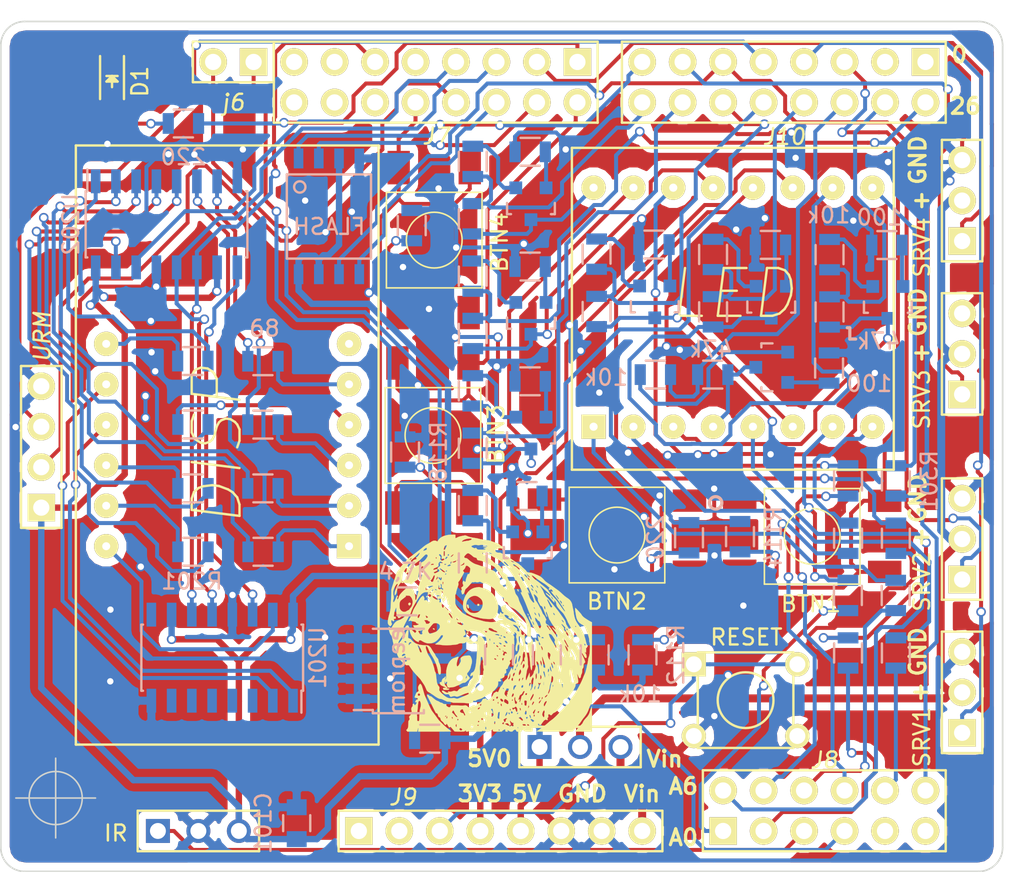
<source format=kicad_pcb>
(kicad_pcb (version 4) (host pcbnew 4.0.2-stable)
  (layers (0 F.Cu signal) (31 B.Cu signal) (34 B.Paste user) (35 F.Paste user) (36 B.SilkS user) (37 F.SilkS user) (38 B.Mask user) (39 F.Mask user) (44 Edge.Cuts user))
  (net 0 "")
  (net 1 "Net-(BTN101-Pad1)")
  (net 2 GND)
  (net 3 +5V)
  (net 4 /7-SEGM/QE)
  (net 5 /7-SEGM/QD)
  (net 6 /7-SEGM/QH)
  (net 7 /7-SEGM/QC)
  (net 8 /7-SEGM/QG)
  (net 9 "Net-(DISP201-Pad6)")
  (net 10 /7-SEGM/QB)
  (net 11 /7-SEGM/Dig3)
  (net 12 /7-SEGM/Dig2)
  (net 13 /7-SEGM/QF)
  (net 14 /7-SEGM/QA)
  (net 15 /7-SEGM/Dig1)
  (net 16 /PIN_7)
  (net 17 /PIN_35)
  (net 18 +3V3)
  (net 19 /PIN_36)
  (net 20 /PIN_5)
  (net 21 /J8_A2)
  (net 22 "Net-(IC101-Pad5)")
  (net 23 "Net-(IC101-Pad6)")
  (net 24 "Net-(J7-Pad1)")
  (net 25 /PWM4)
  (net 26 /7-SEGM/RCLK)
  (net 27 /7-SEGM/SER)
  (net 28 /Trig)
  (net 29 "Net-(J7-Pad9)")
  (net 30 /7-SEGM/SRCLK)
  (net 31 "Net-(J7-Pad12)")
  (net 32 "Net-(J7-PadG)")
  (net 33 "Net-(J7-Pad14)")
  (net 34 "Net-(J7-Pad15)")
  (net 35 "Net-(J7-Pad16)")
  (net 36 /LED/ROW6)
  (net 37 /LED/ROW4)
  (net 38 /LED/ROW8)
  (net 39 /LED/ROW3)
  (net 40 /LED/ROW5)
  (net 41 /LED/ROW2)
  (net 42 "Net-(J8-Pad9)")
  (net 43 /LED/ROW7)
  (net 44 "Net-(J8-Pad11)")
  (net 45 /LED/ROW1)
  (net 46 "Net-(J9-Pad1)")
  (net 47 "Net-(J9-Pad2)")
  (net 48 /Vin)
  (net 49 "Net-(J10-Pad1)")
  (net 50 /LED/COL1)
  (net 51 "Net-(J10-Pad3)")
  (net 52 /LED/COL2)
  (net 53 /LED/COL3)
  (net 54 /PWM1)
  (net 55 /LED/COL4)
  (net 56 /Echo)
  (net 57 /LED/COL5)
  (net 58 /LED/COL6)
  (net 59 /PWM3)
  (net 60 /LED/COL7)
  (net 61 /LED/COL8)
  (net 62 /PWR)
  (net 63 "Net-(LED301-Pad1)")
  (net 64 "Net-(LED301-Pad2)")
  (net 65 /LED/GNM_3)
  (net 66 /LED/GNM_4)
  (net 67 "Net-(LED301-Pad5)")
  (net 68 /LED/GNM_6)
  (net 69 "Net-(LED301-Pad7)")
  (net 70 "Net-(LED301-Pad8)")
  (net 71 "Net-(LED301-Pad9)")
  (net 72 /LED/GNM_10)
  (net 73 /LED/GNM_11)
  (net 74 "Net-(LED301-Pad12)")
  (net 75 /LED/GNM_13)
  (net 76 "Net-(LED301-Pad14)")
  (net 77 /LED/GNM_15)
  (net 78 /LED/GNM_16)
  (net 79 "Net-(Q301-Pad1)")
  (net 80 "Net-(Q301-Pad2)")
  (net 81 "Net-(Q302-Pad1)")
  (net 82 "Net-(Q302-Pad2)")
  (net 83 "Net-(Q303-Pad1)")
  (net 84 "Net-(Q303-Pad2)")
  (net 85 "Net-(Q304-Pad1)")
  (net 86 "Net-(Q304-Pad2)")
  (net 87 "Net-(Q305-Pad1)")
  (net 88 "Net-(Q305-Pad2)")
  (net 89 "Net-(Q306-Pad1)")
  (net 90 "Net-(Q306-Pad2)")
  (net 91 "Net-(Q307-Pad1)")
  (net 92 "Net-(Q307-Pad2)")
  (net 93 "Net-(Q308-Pad1)")
  (net 94 "Net-(Q308-Pad2)")
  (net 95 "Net-(R201-Pad1)")
  (net 96 "Net-(R202-Pad1)")
  (net 97 "Net-(R203-Pad1)")
  (net 98 "Net-(R204-Pad1)")
  (net 99 "Net-(R205-Pad1)")
  (net 100 "Net-(R206-Pad1)")
  (net 101 "Net-(R207-Pad1)")
  (net 102 "Net-(R208-Pad1)")
  (net 103 "Net-(U201-Pad3)")
  (net 104 "Net-(U201-Pad4)")
  (net 105 "Net-(U201-Pad5)")
  (net 106 "Net-(U201-Pad6)")
  (net 107 "Net-(U201-Pad7)")
  (net 108 "Net-(U201-Pad9)")
  (net 109 "Net-(U201-Pad14)")
  (net 110 /BTN_3)
  (net 111 /BTN_4)
  (net 112 /BTN_2)
  (net 113 /BTN_1)
  (net 114 "Net-(BTN1-Pad3)")
  (net 115 "Net-(BTN2-Pad3)")
  (net 116 "Net-(BTN3-Pad3)")
  (net 117 "Net-(BTN4-Pad3)")
  (net 118 "Net-(D1-Pad2)")
  (module WIFIRE:BUTTON (layer F.Cu) (at 169.87 128.75 90)
    (fp_text reference BTN2 (at -4.16 -0.01 180) (layer F.SilkS))
    (fp_text value Button)
    (pad 3 smd rect (at 2.16 4.55 90) (size 1.4 2.1) (layers F.Cu F.Paste F.Mask) (net 115 "Net-(BTN2-Pad3)"))
    (pad 4 smd rect (at -2.3 4.55 90) (size 1.4 2.1) (layers F.Cu F.Paste F.Mask) (net 115 "Net-(BTN2-Pad3)"))
    (pad 1 smd rect (at -2.23 -4.55 90) (size 1.4 2.1) (layers F.Cu F.Paste F.Mask) (net 112 /BTN_2))
    (pad 2 smd rect (at 2.23 -4.55 90) (size 1.4 2.1) (layers F.Cu F.Paste F.Mask) (net 112 /BTN_2))
  )
  (module WIFIRE:CONN_servo (layer F.Cu) (at 194.07 129 270)
    (fp_text reference SRV2 (at 2.67 5.07 270) (layer F.SilkS))
    (fp_text value CONN_servo)
    (pad 1 thru_hole rect (at 2.54 2.54 270) (size 1.7272 1.7272) (drill 1.016) (layers *.Cu *.Mask F.SilkS) (net 20 /PIN_5))
    (pad 2 thru_hole circle (at 0 2.54 270) (size 1.7272 1.7272) (drill 1.016) (layers *.Cu *.Mask F.SilkS) (net 62 /PWR))
    (pad 3 thru_hole circle (at -2.54 2.54 270) (size 1.7272 1.7272) (drill 1.016) (layers *.Cu *.Mask F.SilkS) (net 2 GND))
  )
  (module WIFIRE:CONN_servo (layer F.Cu) (at 194.07 107.76 270)
    (fp_text reference SRV4 (at 2.94 5.07 270) (layer F.SilkS))
    (fp_text value CONN_servo)
    (pad 1 thru_hole rect (at 2.54 2.54 270) (size 1.7272 1.7272) (drill 1.016) (layers *.Cu *.Mask F.SilkS) (net 25 /PWM4))
    (pad 2 thru_hole circle (at 0 2.54 270) (size 1.7272 1.7272) (drill 1.016) (layers *.Cu *.Mask F.SilkS) (net 62 /PWR))
    (pad 3 thru_hole circle (at -2.54 2.54 270) (size 1.7272 1.7272) (drill 1.016) (layers *.Cu *.Mask F.SilkS) (net 2 GND))
  )
  (module WIFIRE:BA56-12SRWA (layer F.Cu) (at 135.91 123.1 90)
    (fp_text reference DISP (at 0 8.89 90) (layer F.SilkS) (effects (font (size 3 3) (thickness 0.15) italic)))
    (fp_text value "BA56-12SRWA(2)")
    (pad 1 thru_hole rect (at -6.35 17.145 90) (size 1.524 1.524) (drill 0.5) (layers *.Cu *.Mask F.SilkS) (net 4 /7-SEGM/QE))
    (pad 2 thru_hole circle (at -3.81 17.145 90) (size 1.524 1.524) (drill 0.5) (layers *.Cu *.Mask F.SilkS) (net 5 /7-SEGM/QD))
    (pad 3 thru_hole circle (at -1.27 17.145 90) (size 1.524 1.524) (drill 0.5) (layers *.Cu *.Mask F.SilkS) (net 6 /7-SEGM/QH))
    (pad 4 thru_hole circle (at 1.27 17.145 90) (size 1.524 1.524) (drill 0.5) (layers *.Cu *.Mask F.SilkS) (net 7 /7-SEGM/QC))
    (pad 5 thru_hole circle (at 3.81 17.145 90) (size 1.524 1.524) (drill 0.5) (layers *.Cu *.Mask F.SilkS) (net 8 /7-SEGM/QG))
    (pad 6 thru_hole circle (at 6.35 17.145 90) (size 1.524 1.524) (drill 0.5) (layers *.Cu *.Mask F.SilkS) (net 9 "Net-(DISP201-Pad6)"))
    (pad 7 thru_hole circle (at 6.35 1.905 90) (size 1.524 1.524) (drill 0.5) (layers *.Cu *.Mask F.SilkS) (net 10 /7-SEGM/QB))
    (pad 8 thru_hole circle (at 3.81 1.905 90) (size 1.524 1.524) (drill 0.5) (layers *.Cu *.Mask F.SilkS) (net 11 /7-SEGM/Dig3))
    (pad 9 thru_hole circle (at 1.27 1.905 90) (size 1.524 1.524) (drill 0.5) (layers *.Cu *.Mask F.SilkS) (net 12 /7-SEGM/Dig2))
    (pad 10 thru_hole circle (at -1.27 1.905 90) (size 1.524 1.524) (drill 0.5) (layers *.Cu *.Mask F.SilkS) (net 13 /7-SEGM/QF))
    (pad 11 thru_hole circle (at -3.81 1.905 90) (size 1.524 1.524) (drill 0.5) (layers *.Cu *.Mask F.SilkS) (net 14 /7-SEGM/QA))
    (pad 12 thru_hole circle (at -6.35 1.905 90) (size 1.524 1.524) (drill 0.5) (layers *.Cu *.Mask F.SilkS) (net 15 /7-SEGM/Dig1))
  )
  (module WIFIRE:JEDEC_SOIC (layer B.Cu) (at 156.15 137.13 270)
    (fp_text reference eeprom (at 0.18 0.11 450) (layer B.SilkS) (effects (justify mirror)))
    (fp_text value AT24C64A-10PU-2.7)
    (pad 1 smd rect (at 1.905 2.54 270) (size 0.65 1.524) (layers B.Cu B.Paste B.Mask) (net 2 GND))
    (pad 2 smd rect (at 0.635 2.54 270) (size 0.65 1.524) (layers B.Cu B.Paste B.Mask) (net 2 GND))
    (pad 3 smd rect (at -0.635 2.54 270) (size 0.65 1.524) (layers B.Cu B.Paste B.Mask) (net 2 GND))
    (pad 4 smd rect (at -1.905 2.54 270) (size 0.65 1.524) (layers B.Cu B.Paste B.Mask) (net 2 GND))
    (pad 5 smd rect (at -1.905 -2.54 270) (size 0.65 1.524) (layers B.Cu B.Paste B.Mask) (net 22 "Net-(IC101-Pad5)"))
    (pad 6 smd rect (at -0.635 -2.54 270) (size 0.65 1.524) (layers B.Cu B.Paste B.Mask) (net 23 "Net-(IC101-Pad6)"))
    (pad 7 smd rect (at 0.635 -2.54 270) (size 0.65 1.524) (layers B.Cu B.Paste B.Mask) (net 2 GND))
    (pad 8 smd rect (at 1.905 -2.54 270) (size 0.65 1.524) (layers B.Cu B.Paste B.Mask) (net 3 +5V))
  )
  (module WIFIRE:CONN_J6 (layer F.Cu) (at 145.796 96.52)
    (fp_text reference j6 (at 0 5.08) (layer F.SilkS) (effects (font (thickness 0.15) italic)))
    (fp_text value J6)
    (pad 1 thru_hole rect (at 1.27 2.54) (size 1.7272 1.7272) (drill 1.016) (layers *.Cu *.Mask F.SilkS) (net 22 "Net-(IC101-Pad5)"))
    (pad 2 thru_hole circle (at -1.27 2.54) (size 1.7272 1.7272) (drill 1.016) (layers *.Cu *.Mask F.SilkS) (net 23 "Net-(IC101-Pad6)"))
  )
  (module WIFIRE:CONN_J7 (layer F.Cu) (at 158.496 96.52)
    (fp_text reference J7 (at 0.034 7.2) (layer F.SilkS) (effects (font (thickness 0.15) italic)))
    (fp_text value J7)
    (pad 1 thru_hole rect (at 8.89 2.54) (size 1.7272 1.7272) (drill 1.016) (layers *.Cu *.Mask F.SilkS) (net 24 "Net-(J7-Pad1)"))
    (pad 2 thru_hole circle (at 8.89 5.08) (size 1.7272 1.7272) (drill 1.016) (layers *.Cu *.Mask F.SilkS) (net 110 /BTN_3))
    (pad 3 thru_hole circle (at 6.35 2.54) (size 1.7272 1.7272) (drill 1.016) (layers *.Cu *.Mask F.SilkS) (net 25 /PWM4))
    (pad 4 thru_hole circle (at 6.35 5.08) (size 1.7272 1.7272) (drill 1.016) (layers *.Cu *.Mask F.SilkS) (net 17 /PIN_35))
    (pad 5 thru_hole circle (at 3.81 2.54) (size 1.7272 1.7272) (drill 1.016) (layers *.Cu *.Mask F.SilkS) (net 26 /7-SEGM/RCLK))
    (pad 6 thru_hole circle (at 3.81 5.08) (size 1.7272 1.7272) (drill 1.016) (layers *.Cu *.Mask F.SilkS) (net 19 /PIN_36))
    (pad 7 thru_hole circle (at 1.27 2.54) (size 1.7272 1.7272) (drill 1.016) (layers *.Cu *.Mask F.SilkS) (net 27 /7-SEGM/SER))
    (pad 8 thru_hole circle (at 1.27 5.08) (size 1.7272 1.7272) (drill 1.016) (layers *.Cu *.Mask F.SilkS) (net 28 /Trig))
    (pad 9 thru_hole circle (at -1.27 2.54) (size 1.7272 1.7272) (drill 1.016) (layers *.Cu *.Mask F.SilkS) (net 29 "Net-(J7-Pad9)"))
    (pad 10 thru_hole circle (at -1.27 5.08) (size 1.7272 1.7272) (drill 1.016) (layers *.Cu *.Mask F.SilkS) (net 111 /BTN_4))
    (pad 11 thru_hole circle (at -3.81 2.54) (size 1.7272 1.7272) (drill 1.016) (layers *.Cu *.Mask F.SilkS) (net 30 /7-SEGM/SRCLK))
    (pad 12 thru_hole circle (at -3.81 5.08) (size 1.7272 1.7272) (drill 1.016) (layers *.Cu *.Mask F.SilkS) (net 31 "Net-(J7-Pad12)"))
    (pad G thru_hole circle (at -6.35 2.54) (size 1.7272 1.7272) (drill 1.016) (layers *.Cu *.Mask F.SilkS) (net 32 "Net-(J7-PadG)"))
    (pad 14 thru_hole circle (at -6.35 5.08) (size 1.7272 1.7272) (drill 1.016) (layers *.Cu *.Mask F.SilkS) (net 33 "Net-(J7-Pad14)"))
    (pad 15 thru_hole circle (at -8.89 2.54) (size 1.7272 1.7272) (drill 1.016) (layers *.Cu *.Mask F.SilkS) (net 34 "Net-(J7-Pad15)"))
    (pad 16 thru_hole circle (at -8.89 5.08) (size 1.7272 1.7272) (drill 1.016) (layers *.Cu *.Mask F.SilkS) (net 35 "Net-(J7-Pad16)"))
  )
  (module WIFIRE:CONN_J8 (layer F.Cu) (at 182.88 142.24)
    (fp_text reference J8 (at 0 0.635) (layer F.SilkS) (effects (font (thickness 0.15) italic)))
    (fp_text value J8)
    (pad 1 thru_hole rect (at -6.35 5.08) (size 1.7272 1.7272) (drill 1.016) (layers *.Cu *.Mask F.SilkS) (net 36 /LED/ROW6))
    (pad 2 thru_hole circle (at -6.35 2.54) (size 1.7272 1.7272) (drill 1.016) (layers *.Cu *.Mask F.SilkS) (net 37 /LED/ROW4))
    (pad 3 thru_hole circle (at -3.81 5.08) (size 1.7272 1.7272) (drill 1.016) (layers *.Cu *.Mask F.SilkS) (net 38 /LED/ROW8))
    (pad 4 thru_hole circle (at -3.81 2.54) (size 1.7272 1.7272) (drill 1.016) (layers *.Cu *.Mask F.SilkS) (net 39 /LED/ROW3))
    (pad 5 thru_hole circle (at -1.27 5.08) (size 1.7272 1.7272) (drill 1.016) (layers *.Cu *.Mask F.SilkS) (net 21 /J8_A2))
    (pad 6 thru_hole circle (at -1.27 2.54) (size 1.7272 1.7272) (drill 1.016) (layers *.Cu *.Mask F.SilkS) (net 40 /LED/ROW5))
    (pad 7 thru_hole circle (at 1.27 5.08) (size 1.7272 1.7272) (drill 1.016) (layers *.Cu *.Mask F.SilkS) (net 112 /BTN_2))
    (pad 8 thru_hole circle (at 1.27 2.54) (size 1.7272 1.7272) (drill 1.016) (layers *.Cu *.Mask F.SilkS) (net 41 /LED/ROW2))
    (pad 9 thru_hole circle (at 3.81 5.08) (size 1.7272 1.7272) (drill 1.016) (layers *.Cu *.Mask F.SilkS) (net 42 "Net-(J8-Pad9)"))
    (pad 10 thru_hole circle (at 3.81 2.54) (size 1.7272 1.7272) (drill 1.016) (layers *.Cu *.Mask F.SilkS) (net 43 /LED/ROW7))
    (pad 11 thru_hole circle (at 6.35 5.08) (size 1.7272 1.7272) (drill 1.016) (layers *.Cu *.Mask F.SilkS) (net 44 "Net-(J8-Pad11)"))
    (pad 12 thru_hole circle (at 6.35 2.54) (size 1.7272 1.7272) (drill 1.016) (layers *.Cu *.Mask F.SilkS) (net 45 /LED/ROW1))
  )
  (module WIFIRE:CONN_J9 (layer F.Cu) (at 162.56 144.78)
    (fp_text reference J9 (at -6.12 0.42) (layer F.SilkS) (effects (font (thickness 0.15) italic)))
    (fp_text value J9)
    (pad 1 thru_hole rect (at -8.89 2.54) (size 1.7272 1.7272) (drill 1.016) (layers *.Cu *.Mask F.SilkS) (net 46 "Net-(J9-Pad1)"))
    (pad 2 thru_hole circle (at -6.35 2.54) (size 1.7272 1.7272) (drill 1.016) (layers *.Cu *.Mask F.SilkS) (net 47 "Net-(J9-Pad2)"))
    (pad 3 thru_hole circle (at -3.81 2.54) (size 1.7272 1.7272) (drill 1.016) (layers *.Cu *.Mask F.SilkS) (net 1 "Net-(BTN101-Pad1)"))
    (pad 4 thru_hole circle (at -1.27 2.54) (size 1.7272 1.7272) (drill 1.016) (layers *.Cu *.Mask F.SilkS) (net 18 +3V3))
    (pad 5 thru_hole circle (at 1.27 2.54) (size 1.7272 1.7272) (drill 1.016) (layers *.Cu *.Mask F.SilkS) (net 3 +5V))
    (pad 6 thru_hole circle (at 3.81 2.54) (size 1.7272 1.7272) (drill 1.016) (layers *.Cu *.Mask F.SilkS) (net 2 GND))
    (pad 7 thru_hole circle (at 6.35 2.54) (size 1.7272 1.7272) (drill 1.016) (layers *.Cu *.Mask F.SilkS) (net 2 GND))
    (pad 8 thru_hole circle (at 8.89 2.54) (size 1.7272 1.7272) (drill 1.016) (layers *.Cu *.Mask F.SilkS) (net 48 /Vin))
  )
  (module WIFIRE:CONN_J10 (layer F.Cu) (at 180.34 96.52)
    (fp_text reference J10 (at 0.02 7.23) (layer F.SilkS) (effects (font (thickness 0.15) italic)))
    (fp_text value J10)
    (pad 1 thru_hole rect (at 8.89 2.54) (size 1.7272 1.7272) (drill 1.016) (layers *.Cu *.Mask F.SilkS) (net 49 "Net-(J10-Pad1)"))
    (pad 2 thru_hole circle (at 8.89 5.08) (size 1.7272 1.7272) (drill 1.016) (layers *.Cu *.Mask F.SilkS) (net 50 /LED/COL1))
    (pad 3 thru_hole circle (at 6.35 2.54) (size 1.7272 1.7272) (drill 1.016) (layers *.Cu *.Mask F.SilkS) (net 51 "Net-(J10-Pad3)"))
    (pad 4 thru_hole circle (at 6.35 5.08) (size 1.7272 1.7272) (drill 1.016) (layers *.Cu *.Mask F.SilkS) (net 52 /LED/COL2))
    (pad 5 thru_hole circle (at 3.81 2.54) (size 1.7272 1.7272) (drill 1.016) (layers *.Cu *.Mask F.SilkS) (net 113 /BTN_1))
    (pad 6 thru_hole circle (at 3.81 5.08) (size 1.7272 1.7272) (drill 1.016) (layers *.Cu *.Mask F.SilkS) (net 53 /LED/COL3))
    (pad 7 thru_hole circle (at 1.27 2.54) (size 1.7272 1.7272) (drill 1.016) (layers *.Cu *.Mask F.SilkS) (net 54 /PWM1))
    (pad 8 thru_hole circle (at 1.27 5.08) (size 1.7272 1.7272) (drill 1.016) (layers *.Cu *.Mask F.SilkS) (net 55 /LED/COL4))
    (pad 9 thru_hole circle (at -1.27 2.54) (size 1.7272 1.7272) (drill 1.016) (layers *.Cu *.Mask F.SilkS) (net 56 /Echo))
    (pad 10 thru_hole circle (at -1.27 5.08) (size 1.7272 1.7272) (drill 1.016) (layers *.Cu *.Mask F.SilkS) (net 57 /LED/COL5))
    (pad 11 thru_hole circle (at -3.81 2.54) (size 1.7272 1.7272) (drill 1.016) (layers *.Cu *.Mask F.SilkS) (net 20 /PIN_5))
    (pad 12 thru_hole circle (at -3.81 5.08) (size 1.7272 1.7272) (drill 1.016) (layers *.Cu *.Mask F.SilkS) (net 58 /LED/COL6))
    (pad 13 thru_hole circle (at -6.35 2.54) (size 1.7272 1.7272) (drill 1.016) (layers *.Cu *.Mask F.SilkS) (net 59 /PWM3))
    (pad 14 thru_hole circle (at -6.35 5.08) (size 1.7272 1.7272) (drill 1.016) (layers *.Cu *.Mask F.SilkS) (net 60 /LED/COL7))
    (pad 15 thru_hole circle (at -8.89 2.54) (size 1.7272 1.7272) (drill 1.016) (layers *.Cu *.Mask F.SilkS) (net 16 /PIN_7))
    (pad 16 thru_hole circle (at -8.89 5.08) (size 1.7272 1.7272) (drill 1.016) (layers *.Cu *.Mask F.SilkS) (net 61 /LED/COL8))
  )
  (module WIFIRE:GNM-7881 (layer F.Cu) (at 177.14 104.45)
    (fp_text reference LED (at 0 9.16) (layer F.SilkS) (effects (font (size 3 3) (thickness 0.15) italic)))
    (fp_text value GNM-7881AUE)
    (pad 1 thru_hole rect (at -8.74 17.5) (size 1.524 1.524) (drill 0.51) (layers *.Cu *.Mask F.SilkS) (net 63 "Net-(LED301-Pad1)"))
    (pad 2 thru_hole circle (at -6.24 17.5) (size 1.524 1.524) (drill 0.51) (layers *.Cu *.Mask F.SilkS) (net 64 "Net-(LED301-Pad2)"))
    (pad 3 thru_hole circle (at -3.74 17.5) (size 1.524 1.524) (drill 0.51) (layers *.Cu *.Mask F.SilkS) (net 65 /LED/GNM_3))
    (pad 4 thru_hole circle (at -1.24 17.5) (size 1.524 1.524) (drill 0.51) (layers *.Cu *.Mask F.SilkS) (net 66 /LED/GNM_4))
    (pad 5 thru_hole circle (at 1.26 17.5) (size 1.524 1.524) (drill 0.51) (layers *.Cu *.Mask F.SilkS) (net 67 "Net-(LED301-Pad5)"))
    (pad 6 thru_hole circle (at 3.76 17.5) (size 1.524 1.524) (drill 0.51) (layers *.Cu *.Mask F.SilkS) (net 68 /LED/GNM_6))
    (pad 7 thru_hole circle (at 6.26 17.5) (size 1.524 1.524) (drill 0.51) (layers *.Cu *.Mask F.SilkS) (net 69 "Net-(LED301-Pad7)"))
    (pad 8 thru_hole circle (at 8.76 17.5) (size 1.524 1.524) (drill 0.51) (layers *.Cu *.Mask F.SilkS) (net 70 "Net-(LED301-Pad8)"))
    (pad 9 thru_hole circle (at 8.76 2.5) (size 1.524 1.524) (drill 0.51) (layers *.Cu *.Mask F.SilkS) (net 71 "Net-(LED301-Pad9)"))
    (pad 10 thru_hole circle (at 6.26 2.5) (size 1.524 1.524) (drill 0.51) (layers *.Cu *.Mask F.SilkS) (net 72 /LED/GNM_10))
    (pad 11 thru_hole circle (at 3.76 2.5) (size 1.524 1.524) (drill 0.51) (layers *.Cu *.Mask F.SilkS) (net 73 /LED/GNM_11))
    (pad 12 thru_hole circle (at 1.26 2.5) (size 1.524 1.524) (drill 0.51) (layers *.Cu *.Mask F.SilkS) (net 74 "Net-(LED301-Pad12)"))
    (pad 13 thru_hole circle (at -1.24 2.5) (size 1.524 1.524) (drill 0.51) (layers *.Cu *.Mask F.SilkS) (net 75 /LED/GNM_13))
    (pad 14 thru_hole circle (at -3.74 2.5) (size 1.524 1.524) (drill 0.51) (layers *.Cu *.Mask F.SilkS) (net 76 "Net-(LED301-Pad14)"))
    (pad 15 thru_hole circle (at -6.24 2.5) (size 1.524 1.524) (drill 0.51) (layers *.Cu *.Mask F.SilkS) (net 77 /LED/GNM_15))
    (pad 16 thru_hole circle (at -8.74 2.5) (size 1.524 1.524) (drill 0.51) (layers *.Cu *.Mask F.SilkS) (net 78 /LED/GNM_16))
  )
  (module TO_SOT_Packages_SMD:SOT-23 (layer B.Cu) (at 164.47 107.96)
    (fp_text reference Q301 hide)
    (fp_text value Tran_8050 hide)
    (pad 1 smd rect (at -0.95 -1.00076) (size 0.8001 0.8001) (layers B.Cu B.Paste B.Mask) (net 79 "Net-(Q301-Pad1)"))
    (pad 2 smd rect (at 0.95 -1.00076) (size 0.8001 0.8001) (layers B.Cu B.Paste B.Mask) (net 80 "Net-(Q301-Pad2)"))
    (pad 3 smd rect (at 0 0.99822) (size 0.8001 0.8001) (layers B.Cu B.Paste B.Mask) (net 78 /LED/GNM_16))
  )
  (module TO_SOT_Packages_SMD:SOT-23 (layer B.Cu) (at 164.47 115.15076)
    (fp_text reference Q302 hide)
    (fp_text value Tran_8050 hide)
    (pad 1 smd rect (at -0.95 -1.00076) (size 0.8001 0.8001) (layers B.Cu B.Paste B.Mask) (net 81 "Net-(Q302-Pad1)"))
    (pad 2 smd rect (at 0.95 -1.00076) (size 0.8001 0.8001) (layers B.Cu B.Paste B.Mask) (net 82 "Net-(Q302-Pad2)"))
    (pad 3 smd rect (at 0 0.99822) (size 0.8001 0.8001) (layers B.Cu B.Paste B.Mask) (net 75 /LED/GNM_13))
  )
  (module TO_SOT_Packages_SMD:SOT-23 (layer B.Cu) (at 164.47 122.35)
    (fp_text reference Q303 hide)
    (fp_text value Tran_8050 hide)
    (pad 1 smd rect (at -0.95 -1.00076) (size 0.8001 0.8001) (layers B.Cu B.Paste B.Mask) (net 83 "Net-(Q303-Pad1)"))
    (pad 2 smd rect (at 0.95 -1.00076) (size 0.8001 0.8001) (layers B.Cu B.Paste B.Mask) (net 84 "Net-(Q303-Pad2)"))
    (pad 3 smd rect (at 0 0.99822) (size 0.8001 0.8001) (layers B.Cu B.Paste B.Mask) (net 77 /LED/GNM_15))
  )
  (module TO_SOT_Packages_SMD:SOT-23 (layer B.Cu) (at 186.868 114.152)
    (fp_text reference Q304 hide)
    (fp_text value Tran_8050 hide)
    (pad 1 smd rect (at -0.95 -1.00076) (size 0.8001 0.8001) (layers B.Cu B.Paste B.Mask) (net 85 "Net-(Q304-Pad1)"))
    (pad 2 smd rect (at 0.95 -1.00076) (size 0.8001 0.8001) (layers B.Cu B.Paste B.Mask) (net 86 "Net-(Q304-Pad2)"))
    (pad 3 smd rect (at 0 0.99822) (size 0.8001 0.8001) (layers B.Cu B.Paste B.Mask) (net 65 /LED/GNM_3))
  )
  (module TO_SOT_Packages_SMD:SOT-23 (layer B.Cu) (at 164.27 129.55)
    (fp_text reference Q305 hide)
    (fp_text value Tran_8050 hide)
    (pad 1 smd rect (at -0.95 -1.00076) (size 0.8001 0.8001) (layers B.Cu B.Paste B.Mask) (net 87 "Net-(Q305-Pad1)"))
    (pad 2 smd rect (at 0.95 -1.00076) (size 0.8001 0.8001) (layers B.Cu B.Paste B.Mask) (net 88 "Net-(Q305-Pad2)"))
    (pad 3 smd rect (at 0 0.99822) (size 0.8001 0.8001) (layers B.Cu B.Paste B.Mask) (net 73 /LED/GNM_11))
  )
  (module TO_SOT_Packages_SMD:SOT-23 (layer B.Cu) (at 179.58 118.22 270)
    (fp_text reference Q306 hide)
    (fp_text value Tran_8050 hide)
    (pad 1 smd rect (at -0.95 -1.00076 270) (size 0.8001 0.8001) (layers B.Cu B.Paste B.Mask) (net 89 "Net-(Q306-Pad1)"))
    (pad 2 smd rect (at 0.95 -1.00076 270) (size 0.8001 0.8001) (layers B.Cu B.Paste B.Mask) (net 90 "Net-(Q306-Pad2)"))
    (pad 3 smd rect (at 0 0.99822 270) (size 0.8001 0.8001) (layers B.Cu B.Paste B.Mask) (net 66 /LED/GNM_4))
  )
  (module TO_SOT_Packages_SMD:SOT-23 (layer B.Cu) (at 172.24 114.12)
    (fp_text reference Q307 hide)
    (fp_text value Tran_8050 hide)
    (pad 1 smd rect (at -0.95 -1.00076) (size 0.8001 0.8001) (layers B.Cu B.Paste B.Mask) (net 91 "Net-(Q307-Pad1)"))
    (pad 2 smd rect (at 0.95 -1.00076) (size 0.8001 0.8001) (layers B.Cu B.Paste B.Mask) (net 92 "Net-(Q307-Pad2)"))
    (pad 3 smd rect (at 0 0.99822) (size 0.8001 0.8001) (layers B.Cu B.Paste B.Mask) (net 68 /LED/GNM_6))
  )
  (module TO_SOT_Packages_SMD:SOT-23 (layer B.Cu) (at 179.55 114.14)
    (fp_text reference Q308 hide)
    (fp_text value Tran_8050 hide)
    (pad 1 smd rect (at -0.95 -1.00076) (size 0.8001 0.8001) (layers B.Cu B.Paste B.Mask) (net 93 "Net-(Q308-Pad1)"))
    (pad 2 smd rect (at 0.95 -1.00076) (size 0.8001 0.8001) (layers B.Cu B.Paste B.Mask) (net 94 "Net-(Q308-Pad2)"))
    (pad 3 smd rect (at 0 0.99822) (size 0.8001 0.8001) (layers B.Cu B.Paste B.Mask) (net 72 /LED/GNM_10))
  )
  (module WIFIRE:CONN_servo (layer F.Cu) (at 194.07 138.62 270)
    (fp_text reference SRV1 (at 2.81 5.07 270) (layer F.SilkS))
    (fp_text value CONN_servo)
    (pad 1 thru_hole rect (at 2.54 2.54 270) (size 1.7272 1.7272) (drill 1.016) (layers *.Cu *.Mask F.SilkS) (net 54 /PWM1))
    (pad 2 thru_hole circle (at 0 2.54 270) (size 1.7272 1.7272) (drill 1.016) (layers *.Cu *.Mask F.SilkS) (net 62 /PWR))
    (pad 3 thru_hole circle (at -2.54 2.54 270) (size 1.7272 1.7272) (drill 1.016) (layers *.Cu *.Mask F.SilkS) (net 2 GND))
  )
  (module WIFIRE:CONN_servo (layer F.Cu) (at 194.07 117.38 270)
    (fp_text reference SRV3 (at 2.86 5.08 270) (layer F.SilkS))
    (fp_text value CONN_servo)
    (pad 1 thru_hole rect (at 2.54 2.54 270) (size 1.7272 1.7272) (drill 1.016) (layers *.Cu *.Mask F.SilkS) (net 59 /PWM3))
    (pad 2 thru_hole circle (at 0 2.54 270) (size 1.7272 1.7272) (drill 1.016) (layers *.Cu *.Mask F.SilkS) (net 62 /PWR))
    (pad 3 thru_hole circle (at -2.54 2.54 270) (size 1.7272 1.7272) (drill 1.016) (layers *.Cu *.Mask F.SilkS) (net 2 GND))
  )
  (module Housings_SOIC:SOIC-16_3.9x9.9mm_Pitch1.27mm (layer B.Cu) (at 145.095 136.445 90)
    (fp_text reference U201 (at 0 6 90) (layer B.SilkS) (effects (justify mirror)))
    (fp_text value 74HC595)
    (pad 1 smd rect (at -2.7 4.445 90) (size 1.5 0.6) (layers B.Cu B.Paste B.Mask) (net 12 /7-SEGM/Dig2))
    (pad 2 smd rect (at -2.7 3.175 90) (size 1.5 0.6) (layers B.Cu B.Paste B.Mask) (net 11 /7-SEGM/Dig3))
    (pad 3 smd rect (at -2.7 1.905 90) (size 1.5 0.6) (layers B.Cu B.Paste B.Mask) (net 103 "Net-(U201-Pad3)"))
    (pad 4 smd rect (at -2.7 0.635 90) (size 1.5 0.6) (layers B.Cu B.Paste B.Mask) (net 104 "Net-(U201-Pad4)"))
    (pad 5 smd rect (at -2.7 -0.635 90) (size 1.5 0.6) (layers B.Cu B.Paste B.Mask) (net 105 "Net-(U201-Pad5)"))
    (pad 6 smd rect (at -2.7 -1.905 90) (size 1.5 0.6) (layers B.Cu B.Paste B.Mask) (net 106 "Net-(U201-Pad6)"))
    (pad 7 smd rect (at -2.7 -3.175 90) (size 1.5 0.6) (layers B.Cu B.Paste B.Mask) (net 107 "Net-(U201-Pad7)"))
    (pad 8 smd rect (at -2.7 -4.445 90) (size 1.5 0.6) (layers B.Cu B.Paste B.Mask) (net 2 GND))
    (pad 9 smd rect (at 2.7 -4.445 90) (size 1.5 0.6) (layers B.Cu B.Paste B.Mask) (net 108 "Net-(U201-Pad9)"))
    (pad 10 smd rect (at 2.7 -3.175 90) (size 1.5 0.6) (layers B.Cu B.Paste B.Mask) (net 3 +5V))
    (pad 11 smd rect (at 2.7 -1.905 90) (size 1.5 0.6) (layers B.Cu B.Paste B.Mask) (net 30 /7-SEGM/SRCLK))
    (pad 12 smd rect (at 2.7 -0.635 90) (size 1.5 0.6) (layers B.Cu B.Paste B.Mask) (net 26 /7-SEGM/RCLK))
    (pad 13 smd rect (at 2.7 0.635 90) (size 1.5 0.6) (layers B.Cu B.Paste B.Mask) (net 2 GND))
    (pad 14 smd rect (at 2.7 1.905 90) (size 1.5 0.6) (layers B.Cu B.Paste B.Mask) (net 109 "Net-(U201-Pad14)"))
    (pad 15 smd rect (at 2.7 3.175 90) (size 1.5 0.6) (layers B.Cu B.Paste B.Mask) (net 15 /7-SEGM/Dig1))
    (pad 16 smd rect (at 2.7 4.445 90) (size 1.5 0.6) (layers B.Cu B.Paste B.Mask) (net 3 +5V))
  )
  (module Housings_SOIC:SOIC-16_3.9x9.9mm_Pitch1.27mm (layer B.Cu) (at 141.6 109.25 270)
    (fp_text reference U202 (at 0 6 270) (layer B.SilkS) (effects (justify mirror)))
    (fp_text value 74HC595)
    (pad 1 smd rect (at -2.7 4.445 270) (size 1.5 0.6) (layers B.Cu B.Paste B.Mask) (net 96 "Net-(R202-Pad1)"))
    (pad 2 smd rect (at -2.7 3.175 270) (size 1.5 0.6) (layers B.Cu B.Paste B.Mask) (net 97 "Net-(R203-Pad1)"))
    (pad 3 smd rect (at -2.7 1.905 270) (size 1.5 0.6) (layers B.Cu B.Paste B.Mask) (net 98 "Net-(R204-Pad1)"))
    (pad 4 smd rect (at -2.7 0.635 270) (size 1.5 0.6) (layers B.Cu B.Paste B.Mask) (net 99 "Net-(R205-Pad1)"))
    (pad 5 smd rect (at -2.7 -0.635 270) (size 1.5 0.6) (layers B.Cu B.Paste B.Mask) (net 100 "Net-(R206-Pad1)"))
    (pad 6 smd rect (at -2.7 -1.905 270) (size 1.5 0.6) (layers B.Cu B.Paste B.Mask) (net 101 "Net-(R207-Pad1)"))
    (pad 7 smd rect (at -2.7 -3.175 270) (size 1.5 0.6) (layers B.Cu B.Paste B.Mask) (net 102 "Net-(R208-Pad1)"))
    (pad 8 smd rect (at -2.7 -4.445 270) (size 1.5 0.6) (layers B.Cu B.Paste B.Mask) (net 2 GND))
    (pad 9 smd rect (at 2.7 -4.445 270) (size 1.5 0.6) (layers B.Cu B.Paste B.Mask) (net 109 "Net-(U201-Pad14)"))
    (pad 10 smd rect (at 2.7 -3.175 270) (size 1.5 0.6) (layers B.Cu B.Paste B.Mask) (net 3 +5V))
    (pad 11 smd rect (at 2.7 -1.905 270) (size 1.5 0.6) (layers B.Cu B.Paste B.Mask) (net 30 /7-SEGM/SRCLK))
    (pad 12 smd rect (at 2.7 -0.635 270) (size 1.5 0.6) (layers B.Cu B.Paste B.Mask) (net 26 /7-SEGM/RCLK))
    (pad 13 smd rect (at 2.7 0.635 270) (size 1.5 0.6) (layers B.Cu B.Paste B.Mask) (net 2 GND))
    (pad 14 smd rect (at 2.7 1.905 270) (size 1.5 0.6) (layers B.Cu B.Paste B.Mask) (net 27 /7-SEGM/SER))
    (pad 15 smd rect (at 2.7 3.175 270) (size 1.5 0.6) (layers B.Cu B.Paste B.Mask) (net 95 "Net-(R201-Pad1)"))
    (pad 16 smd rect (at 2.7 4.445 270) (size 1.5 0.6) (layers B.Cu B.Paste B.Mask) (net 3 +5V))
  )
  (module WIFIRE:HC-SR04 (layer F.Cu) (at 136.28 123.22 270)
    (fp_text reference URM (at -6.93 2.48 270) (layer F.SilkS) (effects (font (thickness 0.15) italic)))
    (fp_text value HC-SR04)
    (pad 1 thru_hole rect (at 3.81 2.54 270) (size 1.7272 1.7272) (drill 1.016) (layers *.Cu *.Mask F.SilkS) (net 3 +5V))
    (pad 2 thru_hole circle (at 1.27 2.54 270) (size 1.7272 1.7272) (drill 1.016) (layers *.Cu *.Mask F.SilkS) (net 28 /Trig))
    (pad 3 thru_hole circle (at -1.27 2.54 270) (size 1.7272 1.7272) (drill 1.016) (layers *.Cu *.Mask F.SilkS) (net 56 /Echo))
    (pad 4 thru_hole circle (at -3.81 2.54 270) (size 1.7272 1.7272) (drill 1.016) (layers *.Cu *.Mask F.SilkS) (net 2 GND))
  )
  (module WIFIRE:CONN_1-3 (layer F.Cu) (at 167.55 142.05)
    (fp_text reference JMPR hide)
    (fp_text value JUMPER3)
    (pad 1 thru_hole rect (at -2.54 0) (size 1.50622 1.50622) (drill 0.99822) (layers *.Cu *.Mask) (net 3 +5V))
    (pad 2 thru_hole circle (at 0 0) (size 1.50622 1.50622) (drill 0.99822) (layers *.Cu *.Mask) (net 62 /PWR))
    (pad 3 thru_hole circle (at 2.54 0) (size 1.50622 1.50622) (drill 0.99822) (layers *.Cu *.Mask) (net 48 /Vin))
  )
  (module WIFIRE:CONN_1-3 (layer F.Cu) (at 143.6 147.32)
    (fp_text reference IR (at -5.18 0.14) (layer F.SilkS))
    (fp_text value GP2Y0A21YK hide)
    (pad 1 thru_hole rect (at -2.54 0) (size 1.50622 1.50622) (drill 0.99822) (layers *.Cu *.Mask) (net 21 /J8_A2))
    (pad 2 thru_hole circle (at 0 0) (size 1.50622 1.50622) (drill 0.99822) (layers *.Cu *.Mask) (net 2 GND))
    (pad 3 thru_hole circle (at 2.54 0) (size 1.50622 1.50622) (drill 0.99822) (layers *.Cu *.Mask) (net 3 +5V))
  )
  (module WIFIRE:TS-A2PS-130 (layer F.Cu) (at 174.69 136.86)
    (fp_text reference RESET (at 3.3 -1.7) (layer F.SilkS))
    (fp_text value Reset)
    (pad 1 thru_hole rect (at 0 0) (size 1.524 1.524) (drill 1) (layers *.Cu *.Mask F.SilkS) (net 1 "Net-(BTN101-Pad1)"))
    (pad 2 thru_hole circle (at 6.5 0) (size 1.524 1.524) (drill 1) (layers *.Cu *.Mask F.SilkS) (net 1 "Net-(BTN101-Pad1)"))
    (pad 3 thru_hole circle (at 0 4.5) (size 1.524 1.524) (drill 1) (layers *.Cu *.Mask F.SilkS) (net 2 GND))
    (pad 4 thru_hole circle (at 6.5 4.5) (size 1.524 1.524) (drill 1) (layers *.Cu *.Mask F.SilkS) (net 2 GND))
  )
  (module Resistors_SMD:R_0805 (layer B.Cu) (at 175.9 111.14 270)
    (fp_text reference R330 hide)
    (fp_text value 10k)
    (pad 1 smd rect (at -0.95 0 270) (size 0.7 1.3) (layers B.Cu B.Paste B.Mask) (net 93 "Net-(Q308-Pad1)"))
    (pad 2 smd rect (at 0.95 0 270) (size 0.7 1.3) (layers B.Cu B.Paste B.Mask) (net 55 /LED/COL4))
  )
  (module Resistors_SMD:R_0805 (layer B.Cu) (at 168.59 111.12 270)
    (fp_text reference R328 hide)
    (fp_text value 10k)
    (pad 1 smd rect (at -0.95 0 270) (size 0.7 1.3) (layers B.Cu B.Paste B.Mask) (net 91 "Net-(Q307-Pad1)"))
    (pad 2 smd rect (at 0.95 0 270) (size 0.7 1.3) (layers B.Cu B.Paste B.Mask) (net 57 /LED/COL5))
  )
  (module Resistors_SMD:R_0805 (layer B.Cu) (at 172.28 118.68)
    (fp_text reference R324 hide)
    (fp_text value 10k)
    (pad 1 smd rect (at -0.95 0) (size 0.7 1.3) (layers B.Cu B.Paste B.Mask) (net 89 "Net-(Q306-Pad1)"))
    (pad 2 smd rect (at 0.95 0) (size 0.7 1.3) (layers B.Cu B.Paste B.Mask) (net 53 /LED/COL3))
  )
  (module Resistors_SMD:R_0805 (layer B.Cu) (at 160.82 126.9 270)
    (fp_text reference R322 hide)
    (fp_text value 10k)
    (pad 1 smd rect (at -0.95 0 270) (size 0.7 1.3) (layers B.Cu B.Paste B.Mask) (net 87 "Net-(Q305-Pad1)"))
    (pad 2 smd rect (at 0.95 0 270) (size 0.7 1.3) (layers B.Cu B.Paste B.Mask) (net 58 /LED/COL6))
  )
  (module Resistors_SMD:R_0805 (layer B.Cu) (at 183.21 111.15 270)
    (fp_text reference R318 hide)
    (fp_text value 10k)
    (pad 1 smd rect (at -0.95 0 270) (size 0.7 1.3) (layers B.Cu B.Paste B.Mask) (net 85 "Net-(Q304-Pad1)"))
    (pad 2 smd rect (at 0.95 0 270) (size 0.7 1.3) (layers B.Cu B.Paste B.Mask) (net 52 /LED/COL2))
  )
  (module Resistors_SMD:R_0805 (layer B.Cu) (at 160.82 119.7 270)
    (fp_text reference R316 hide)
    (fp_text value 10k)
    (pad 1 smd rect (at -0.95 0 270) (size 0.7 1.3) (layers B.Cu B.Paste B.Mask) (net 83 "Net-(Q303-Pad1)"))
    (pad 2 smd rect (at 0.95 0 270) (size 0.7 1.3) (layers B.Cu B.Paste B.Mask) (net 60 /LED/COL7))
  )
  (module Resistors_SMD:R_0805 (layer B.Cu) (at 160.82 112.5 270)
    (fp_text reference R312 hide)
    (fp_text value 10k)
    (pad 1 smd rect (at -0.95 0 270) (size 0.7 1.3) (layers B.Cu B.Paste B.Mask) (net 81 "Net-(Q302-Pad1)"))
    (pad 2 smd rect (at 0.95 0 270) (size 0.7 1.3) (layers B.Cu B.Paste B.Mask) (net 50 /LED/COL1))
  )
  (module Resistors_SMD:R_0805 (layer B.Cu) (at 160.82 105.3 270)
    (fp_text reference R310 hide)
    (fp_text value 10k)
    (pad 1 smd rect (at -0.95 0 270) (size 0.7 1.3) (layers B.Cu B.Paste B.Mask) (net 79 "Net-(Q301-Pad1)"))
    (pad 2 smd rect (at 0.95 0 270) (size 0.7 1.3) (layers B.Cu B.Paste B.Mask) (net 61 /LED/COL8))
  )
  (module Resistors_SMD:R_0805 (layer B.Cu) (at 156.69 132.91 180)
    (fp_text reference R109 hide)
    (fp_text value 4,7K)
    (pad 1 smd rect (at -0.95 0 180) (size 0.7 1.3) (layers B.Cu B.Paste B.Mask) (net 22 "Net-(IC101-Pad5)"))
    (pad 2 smd rect (at 0.95 0 180) (size 0.7 1.3) (layers B.Cu B.Paste B.Mask) (net 3 +5V))
  )
  (module Resistors_SMD:R_0805 (layer B.Cu) (at 158.12 141.53)
    (fp_text reference R110 hide)
    (fp_text value 4,7K)
    (pad 1 smd rect (at -0.95 0) (size 0.7 1.3) (layers B.Cu B.Paste B.Mask) (net 23 "Net-(IC101-Pad6)"))
    (pad 2 smd rect (at 0.95 0) (size 0.7 1.3) (layers B.Cu B.Paste B.Mask) (net 3 +5V))
  )
  (module Resistors_SMD:R_0805 (layer B.Cu) (at 175.9 114.74 270)
    (fp_text reference R329 hide)
    (fp_text value 47K)
    (pad 1 smd rect (at -0.95 0 270) (size 0.7 1.3) (layers B.Cu B.Paste B.Mask) (net 55 /LED/COL4))
    (pad 2 smd rect (at 0.95 0 270) (size 0.7 1.3) (layers B.Cu B.Paste B.Mask) (net 72 /LED/GNM_10))
  )
  (module Resistors_SMD:R_0805 (layer B.Cu) (at 168.59 114.72 270)
    (fp_text reference R327 hide)
    (fp_text value 47K)
    (pad 1 smd rect (at -0.95 0 270) (size 0.7 1.3) (layers B.Cu B.Paste B.Mask) (net 57 /LED/COL5))
    (pad 2 smd rect (at 0.95 0 270) (size 0.7 1.3) (layers B.Cu B.Paste B.Mask) (net 68 /LED/GNM_6))
  )
  (module Resistors_SMD:R_0805 (layer B.Cu) (at 175.88 118.68)
    (fp_text reference R323 hide)
    (fp_text value 47K)
    (pad 1 smd rect (at -0.95 0) (size 0.7 1.3) (layers B.Cu B.Paste B.Mask) (net 53 /LED/COL3))
    (pad 2 smd rect (at 0.95 0) (size 0.7 1.3) (layers B.Cu B.Paste B.Mask) (net 66 /LED/GNM_4))
  )
  (module Resistors_SMD:R_0805 (layer B.Cu) (at 160.82 130.5 270)
    (fp_text reference R321 hide)
    (fp_text value 47K)
    (pad 1 smd rect (at -0.95 0 270) (size 0.7 1.3) (layers B.Cu B.Paste B.Mask) (net 58 /LED/COL6))
    (pad 2 smd rect (at 0.95 0 270) (size 0.7 1.3) (layers B.Cu B.Paste B.Mask) (net 73 /LED/GNM_11))
  )
  (module Resistors_SMD:R_0805 (layer B.Cu) (at 183.21 114.75 270)
    (fp_text reference R317 hide)
    (fp_text value 47K)
    (pad 1 smd rect (at -0.95 0 270) (size 0.7 1.3) (layers B.Cu B.Paste B.Mask) (net 52 /LED/COL2))
    (pad 2 smd rect (at 0.95 0 270) (size 0.7 1.3) (layers B.Cu B.Paste B.Mask) (net 65 /LED/GNM_3))
  )
  (module Resistors_SMD:R_0805 (layer B.Cu) (at 160.82 123.3 270)
    (fp_text reference R315 hide)
    (fp_text value 47K)
    (pad 1 smd rect (at -0.95 0 270) (size 0.7 1.3) (layers B.Cu B.Paste B.Mask) (net 60 /LED/COL7))
    (pad 2 smd rect (at 0.95 0 270) (size 0.7 1.3) (layers B.Cu B.Paste B.Mask) (net 77 /LED/GNM_15))
  )
  (module Resistors_SMD:R_0805 (layer B.Cu) (at 160.82 116.1 270)
    (fp_text reference R311 hide)
    (fp_text value 47K)
    (pad 1 smd rect (at -0.95 0 270) (size 0.7 1.3) (layers B.Cu B.Paste B.Mask) (net 50 /LED/COL1))
    (pad 2 smd rect (at 0.95 0 270) (size 0.7 1.3) (layers B.Cu B.Paste B.Mask) (net 75 /LED/GNM_13))
  )
  (module Resistors_SMD:R_0805 (layer B.Cu) (at 160.82 108.9 270)
    (fp_text reference R309 hide)
    (fp_text value 47K)
    (pad 1 smd rect (at -0.95 0 270) (size 0.7 1.3) (layers B.Cu B.Paste B.Mask) (net 61 /LED/COL8))
    (pad 2 smd rect (at 0.95 0 270) (size 0.7 1.3) (layers B.Cu B.Paste B.Mask) (net 78 /LED/GNM_16))
  )
  (module Resistors_SMD:R_0805 (layer B.Cu) (at 179.5 110.54)
    (fp_text reference R332 hide)
    (fp_text value 100)
    (pad 1 smd rect (at -0.95 0) (size 0.7 1.3) (layers B.Cu B.Paste B.Mask) (net 2 GND))
    (pad 2 smd rect (at 0.95 0) (size 0.7 1.3) (layers B.Cu B.Paste B.Mask) (net 94 "Net-(Q308-Pad2)"))
  )
  (module Resistors_SMD:R_0805 (layer B.Cu) (at 172.19 110.52)
    (fp_text reference R331 hide)
    (fp_text value 100)
    (pad 1 smd rect (at -0.95 0) (size 0.7 1.3) (layers B.Cu B.Paste B.Mask) (net 2 GND))
    (pad 2 smd rect (at 0.95 0) (size 0.7 1.3) (layers B.Cu B.Paste B.Mask) (net 92 "Net-(Q307-Pad2)"))
  )
  (module Resistors_SMD:R_0805 (layer B.Cu) (at 183.18 118.27 270)
    (fp_text reference R326 hide)
    (fp_text value 100)
    (pad 1 smd rect (at -0.95 0 270) (size 0.7 1.3) (layers B.Cu B.Paste B.Mask) (net 2 GND))
    (pad 2 smd rect (at 0.95 0 270) (size 0.7 1.3) (layers B.Cu B.Paste B.Mask) (net 90 "Net-(Q306-Pad2)"))
  )
  (module Resistors_SMD:R_0805 (layer B.Cu) (at 164.22 126.3)
    (fp_text reference R325 hide)
    (fp_text value 100)
    (pad 1 smd rect (at -0.95 0) (size 0.7 1.3) (layers B.Cu B.Paste B.Mask) (net 2 GND))
    (pad 2 smd rect (at 0.95 0) (size 0.7 1.3) (layers B.Cu B.Paste B.Mask) (net 88 "Net-(Q305-Pad2)"))
  )
  (module Resistors_SMD:R_0805 (layer B.Cu) (at 186.81 110.55)
    (fp_text reference R320 hide)
    (fp_text value 100)
    (pad 1 smd rect (at -0.95 0) (size 0.7 1.3) (layers B.Cu B.Paste B.Mask) (net 2 GND))
    (pad 2 smd rect (at 0.95 0) (size 0.7 1.3) (layers B.Cu B.Paste B.Mask) (net 86 "Net-(Q304-Pad2)"))
  )
  (module Resistors_SMD:R_0805 (layer B.Cu) (at 164.42 119.1)
    (fp_text reference R319 hide)
    (fp_text value 100)
    (pad 1 smd rect (at -0.95 0) (size 0.7 1.3) (layers B.Cu B.Paste B.Mask) (net 2 GND))
    (pad 2 smd rect (at 0.95 0) (size 0.7 1.3) (layers B.Cu B.Paste B.Mask) (net 84 "Net-(Q303-Pad2)"))
  )
  (module Resistors_SMD:R_0805 (layer B.Cu) (at 164.42 111.9)
    (fp_text reference R314 hide)
    (fp_text value 100)
    (pad 1 smd rect (at -0.95 0) (size 0.7 1.3) (layers B.Cu B.Paste B.Mask) (net 2 GND))
    (pad 2 smd rect (at 0.95 0) (size 0.7 1.3) (layers B.Cu B.Paste B.Mask) (net 82 "Net-(Q302-Pad2)"))
  )
  (module Resistors_SMD:R_0805 (layer B.Cu) (at 164.42 104.7)
    (fp_text reference R313 hide)
    (fp_text value 100)
    (pad 1 smd rect (at -0.95 0) (size 0.7 1.3) (layers B.Cu B.Paste B.Mask) (net 2 GND))
    (pad 2 smd rect (at 0.95 0) (size 0.7 1.3) (layers B.Cu B.Paste B.Mask) (net 80 "Net-(Q301-Pad2)"))
  )
  (module WIFIRE:BUTTON (layer F.Cu) (at 158.4 110.24)
    (fp_text reference BTN4 (at 4.1 0.14 90) (layer F.SilkS))
    (fp_text value Button)
    (pad 3 smd rect (at 2.16 4.55) (size 1.4 2.1) (layers F.Cu F.Paste F.Mask) (net 117 "Net-(BTN4-Pad3)"))
    (pad 4 smd rect (at -2.3 4.55) (size 1.4 2.1) (layers F.Cu F.Paste F.Mask) (net 117 "Net-(BTN4-Pad3)"))
    (pad 1 smd rect (at -2.23 -4.55) (size 1.4 2.1) (layers F.Cu F.Paste F.Mask) (net 111 /BTN_4))
    (pad 2 smd rect (at 2.23 -4.55) (size 1.4 2.1) (layers F.Cu F.Paste F.Mask) (net 111 /BTN_4))
  )
  (module WIFIRE:BUTTON (layer F.Cu) (at 182.12 128.83 270)
    (fp_text reference BTN1 (at 4.24 0.08 360) (layer F.SilkS))
    (fp_text value Button)
    (pad 3 smd rect (at 2.16 4.55 270) (size 1.4 2.1) (layers F.Cu F.Paste F.Mask) (net 114 "Net-(BTN1-Pad3)"))
    (pad 4 smd rect (at -2.3 4.55 270) (size 1.4 2.1) (layers F.Cu F.Paste F.Mask) (net 114 "Net-(BTN1-Pad3)"))
    (pad 1 smd rect (at -2.23 -4.55 270) (size 1.4 2.1) (layers F.Cu F.Paste F.Mask) (net 113 /BTN_1))
    (pad 2 smd rect (at 2.23 -4.55 270) (size 1.4 2.1) (layers F.Cu F.Paste F.Mask) (net 113 /BTN_1))
  )
  (module WIFIRE:BUTTON (layer F.Cu) (at 158.32 122.5)
    (fp_text reference BTN3 (at 3.96 -0.07 90) (layer F.SilkS))
    (fp_text value Button)
    (pad 3 smd rect (at 2.16 4.55) (size 1.4 2.1) (layers F.Cu F.Paste F.Mask) (net 116 "Net-(BTN3-Pad3)"))
    (pad 4 smd rect (at -2.3 4.55) (size 1.4 2.1) (layers F.Cu F.Paste F.Mask) (net 116 "Net-(BTN3-Pad3)"))
    (pad 1 smd rect (at -2.23 -4.55) (size 1.4 2.1) (layers F.Cu F.Paste F.Mask) (net 110 /BTN_3))
    (pad 2 smd rect (at 2.23 -4.55) (size 1.4 2.1) (layers F.Cu F.Paste F.Mask) (net 110 /BTN_3))
  )
  (module LEDs:LED_0805 (layer F.Cu) (at 138.18 100.29 270)
    (fp_text reference D1 (at 0 -1.75 270) (layer F.SilkS))
    (fp_text value LED)
    (pad 2 smd rect (at 1.04902 0 90) (size 1.19888 1.19888) (layers F.Cu F.Paste F.Mask) (net 118 "Net-(D1-Pad2)"))
    (pad 1 smd rect (at -1.04902 0 90) (size 1.19888 1.19888) (layers F.Cu F.Paste F.Mask) (net 2 GND))
  )
  (module Resistors_SMD:R_0805 (layer B.Cu) (at 142.66 102.92 180)
    (fp_text reference R111 hide)
    (fp_text value 220 (at 0 -2.1 180) (layer B.SilkS) (effects (justify mirror)))
    (pad 1 smd rect (at -0.95 0 180) (size 0.7 1.3) (layers B.Cu B.Paste B.Mask) (net 24 "Net-(J7-Pad1)"))
    (pad 2 smd rect (at 0.95 0 180) (size 0.7 1.3) (layers B.Cu B.Paste B.Mask) (net 118 "Net-(D1-Pad2)"))
  )
  (module Resistors_SMD:R_0805 (layer B.Cu) (at 171.47 136.27 90)
    (fp_text reference R112 (at 0 2.1 90) (layer B.SilkS) (effects (justify mirror)))
    (fp_text value 10K)
    (pad 1 smd rect (at -0.95 0 90) (size 0.7 1.3) (layers B.Cu B.Paste B.Mask) (net 18 +3V3))
    (pad 2 smd rect (at 0.95 0 90) (size 0.7 1.3) (layers B.Cu B.Paste B.Mask) (net 113 /BTN_1))
  )
  (module Resistors_SMD:R_0805 (layer B.Cu) (at 168.47 136.27 90)
    (fp_text reference R113 hide)
    (fp_text value 10K)
    (pad 1 smd rect (at -0.95 0 90) (size 0.7 1.3) (layers B.Cu B.Paste B.Mask) (net 18 +3V3))
    (pad 2 smd rect (at 0.95 0 90) (size 0.7 1.3) (layers B.Cu B.Paste B.Mask) (net 112 /BTN_2))
  )
  (module Resistors_SMD:R_0805 (layer B.Cu) (at 177.59 128.85 90)
    (fp_text reference R114 (at 0 2.1 90) (layer B.SilkS) (effects (justify mirror)))
    (fp_text value 220)
    (pad 1 smd rect (at -0.95 0 90) (size 0.7 1.3) (layers B.Cu B.Paste B.Mask) (net 114 "Net-(BTN1-Pad3)"))
    (pad 2 smd rect (at 0.95 0 90) (size 0.7 1.3) (layers B.Cu B.Paste B.Mask) (net 2 GND))
  )
  (module Resistors_SMD:R_0805 (layer B.Cu) (at 174.39 128.92 90)
    (fp_text reference R115 hide)
    (fp_text value 220 (at 0 -2.1 90) (layer B.SilkS) (effects (justify mirror)))
    (pad 1 smd rect (at -0.95 0 90) (size 0.7 1.3) (layers B.Cu B.Paste B.Mask) (net 115 "Net-(BTN2-Pad3)"))
    (pad 2 smd rect (at 0.95 0 90) (size 0.7 1.3) (layers B.Cu B.Paste B.Mask) (net 2 GND))
  )
  (module Resistors_SMD:R_0805 (layer B.Cu) (at 165.47 136.27 90)
    (fp_text reference R116 hide)
    (fp_text value 10K)
    (pad 1 smd rect (at -0.95 0 90) (size 0.7 1.3) (layers B.Cu B.Paste B.Mask) (net 18 +3V3))
    (pad 2 smd rect (at 0.95 0 90) (size 0.7 1.3) (layers B.Cu B.Paste B.Mask) (net 110 /BTN_3))
  )
  (module Resistors_SMD:R_0805 (layer B.Cu) (at 162.47 136.27 90)
    (fp_text reference R117 hide)
    (fp_text value 10K)
    (pad 1 smd rect (at -0.95 0 90) (size 0.7 1.3) (layers B.Cu B.Paste B.Mask) (net 18 +3V3))
    (pad 2 smd rect (at 0.95 0 90) (size 0.7 1.3) (layers B.Cu B.Paste B.Mask) (net 111 /BTN_4))
  )
  (module Resistors_SMD:R_0805 (layer B.Cu) (at 156.57 123.54 90)
    (fp_text reference R118 (at 0 2.1 90) (layer B.SilkS) (effects (justify mirror)))
    (fp_text value 220)
    (pad 1 smd rect (at -0.95 0 90) (size 0.7 1.3) (layers B.Cu B.Paste B.Mask) (net 116 "Net-(BTN3-Pad3)"))
    (pad 2 smd rect (at 0.95 0 90) (size 0.7 1.3) (layers B.Cu B.Paste B.Mask) (net 2 GND))
  )
  (module Resistors_SMD:R_0805 (layer B.Cu) (at 156.99 109.33 90)
    (fp_text reference R119 hide)
    (fp_text value 220)
    (pad 1 smd rect (at -0.95 0 90) (size 0.7 1.3) (layers B.Cu B.Paste B.Mask) (net 117 "Net-(BTN4-Pad3)"))
    (pad 2 smd rect (at 0.95 0 90) (size 0.7 1.3) (layers B.Cu B.Paste B.Mask) (net 2 GND))
  )
  (module Resistors_SMD:R_0805 (layer B.Cu) (at 184.37 136.15 90)
    (fp_text reference R308 hide)
    (fp_text value 68)
    (pad 1 smd rect (at -0.95 0 90) (size 0.7 1.3) (layers B.Cu B.Paste B.Mask) (net 38 /LED/ROW8))
    (pad 2 smd rect (at 0.95 0 90) (size 0.7 1.3) (layers B.Cu B.Paste B.Mask) (net 67 "Net-(LED301-Pad5)"))
  )
  (module Resistors_SMD:R_0805 (layer B.Cu) (at 187.37 136.15 90)
    (fp_text reference R307 hide)
    (fp_text value 68)
    (pad 1 smd rect (at -0.95 0 90) (size 0.7 1.3) (layers B.Cu B.Paste B.Mask) (net 43 /LED/ROW7))
    (pad 2 smd rect (at 0.95 0 90) (size 0.7 1.3) (layers B.Cu B.Paste B.Mask) (net 64 "Net-(LED301-Pad2)"))
  )
  (module Resistors_SMD:R_0805 (layer B.Cu) (at 184.36 132.54 90)
    (fp_text reference R306 hide)
    (fp_text value 68)
    (pad 1 smd rect (at -0.95 0 90) (size 0.7 1.3) (layers B.Cu B.Paste B.Mask) (net 36 /LED/ROW6))
    (pad 2 smd rect (at 0.95 0 90) (size 0.7 1.3) (layers B.Cu B.Paste B.Mask) (net 69 "Net-(LED301-Pad7)"))
  )
  (module Resistors_SMD:R_0805 (layer B.Cu) (at 187.36 132.54 90)
    (fp_text reference R305 hide)
    (fp_text value 68)
    (pad 1 smd rect (at -0.95 0 90) (size 0.7 1.3) (layers B.Cu B.Paste B.Mask) (net 40 /LED/ROW5))
    (pad 2 smd rect (at 0.95 0 90) (size 0.7 1.3) (layers B.Cu B.Paste B.Mask) (net 63 "Net-(LED301-Pad1)"))
  )
  (module Resistors_SMD:R_0805 (layer B.Cu) (at 187.37 128.95 90)
    (fp_text reference R304 hide)
    (fp_text value 68)
    (pad 1 smd rect (at -0.95 0 90) (size 0.7 1.3) (layers B.Cu B.Paste B.Mask) (net 37 /LED/ROW4))
    (pad 2 smd rect (at 0.95 0 90) (size 0.7 1.3) (layers B.Cu B.Paste B.Mask) (net 74 "Net-(LED301-Pad12)"))
  )
  (module Resistors_SMD:R_0805 (layer B.Cu) (at 184.37 128.95 90)
    (fp_text reference R303 hide)
    (fp_text value 68)
    (pad 1 smd rect (at -0.95 0 90) (size 0.7 1.3) (layers B.Cu B.Paste B.Mask) (net 39 /LED/ROW3))
    (pad 2 smd rect (at 0.95 0 90) (size 0.7 1.3) (layers B.Cu B.Paste B.Mask) (net 70 "Net-(LED301-Pad8)"))
  )
  (module Resistors_SMD:R_0805 (layer B.Cu) (at 184.37 125.35 90)
    (fp_text reference R302 hide)
    (fp_text value 68)
    (pad 1 smd rect (at -0.95 0 90) (size 0.7 1.3) (layers B.Cu B.Paste B.Mask) (net 41 /LED/ROW2))
    (pad 2 smd rect (at 0.95 0 90) (size 0.7 1.3) (layers B.Cu B.Paste B.Mask) (net 76 "Net-(LED301-Pad14)"))
  )
  (module Resistors_SMD:R_0805 (layer B.Cu) (at 187.37 125.35 90)
    (fp_text reference R301 (at 0 2.1 90) (layer B.SilkS) (effects (justify mirror)))
    (fp_text value 68)
    (pad 1 smd rect (at -0.95 0 90) (size 0.7 1.3) (layers B.Cu B.Paste B.Mask) (net 45 /LED/ROW1))
    (pad 2 smd rect (at 0.95 0 90) (size 0.7 1.3) (layers B.Cu B.Paste B.Mask) (net 71 "Net-(LED301-Pad9)"))
  )
  (module Resistors_SMD:R_0805 (layer B.Cu) (at 147.65 121.82)
    (fp_text reference R208 hide)
    (fp_text value 68)
    (pad 1 smd rect (at -0.95 0) (size 0.7 1.3) (layers B.Cu B.Paste B.Mask) (net 102 "Net-(R208-Pad1)"))
    (pad 2 smd rect (at 0.95 0) (size 0.7 1.3) (layers B.Cu B.Paste B.Mask) (net 6 /7-SEGM/QH))
  )
  (module Resistors_SMD:R_0805 (layer B.Cu) (at 147.65 117.84)
    (fp_text reference R207 hide)
    (fp_text value 68)
    (pad 1 smd rect (at -0.95 0) (size 0.7 1.3) (layers B.Cu B.Paste B.Mask) (net 101 "Net-(R207-Pad1)"))
    (pad 2 smd rect (at 0.95 0) (size 0.7 1.3) (layers B.Cu B.Paste B.Mask) (net 8 /7-SEGM/QG))
  )
  (module Resistors_SMD:R_0805 (layer B.Cu) (at 143.26 125.82 180)
    (fp_text reference R206 hide)
    (fp_text value 68)
    (pad 1 smd rect (at -0.95 0 180) (size 0.7 1.3) (layers B.Cu B.Paste B.Mask) (net 100 "Net-(R206-Pad1)"))
    (pad 2 smd rect (at 0.95 0 180) (size 0.7 1.3) (layers B.Cu B.Paste B.Mask) (net 13 /7-SEGM/QF))
  )
  (module Resistors_SMD:R_0805 (layer B.Cu) (at 147.66 129.8)
    (fp_text reference R205 hide)
    (fp_text value 68)
    (pad 1 smd rect (at -0.95 0) (size 0.7 1.3) (layers B.Cu B.Paste B.Mask) (net 99 "Net-(R205-Pad1)"))
    (pad 2 smd rect (at 0.95 0) (size 0.7 1.3) (layers B.Cu B.Paste B.Mask) (net 4 /7-SEGM/QE))
  )
  (module Resistors_SMD:R_0805 (layer B.Cu) (at 147.65 125.82)
    (fp_text reference R204 hide)
    (fp_text value 68)
    (pad 1 smd rect (at -0.95 0) (size 0.7 1.3) (layers B.Cu B.Paste B.Mask) (net 98 "Net-(R204-Pad1)"))
    (pad 2 smd rect (at 0.95 0) (size 0.7 1.3) (layers B.Cu B.Paste B.Mask) (net 5 /7-SEGM/QD))
  )
  (module Resistors_SMD:R_0805 (layer B.Cu) (at 143.26 121.81 180)
    (fp_text reference R203 hide)
    (fp_text value 68)
    (pad 1 smd rect (at -0.95 0 180) (size 0.7 1.3) (layers B.Cu B.Paste B.Mask) (net 97 "Net-(R203-Pad1)"))
    (pad 2 smd rect (at 0.95 0 180) (size 0.7 1.3) (layers B.Cu B.Paste B.Mask) (net 7 /7-SEGM/QC))
  )
  (module Resistors_SMD:R_0805 (layer B.Cu) (at 143.25 117.83 180)
    (fp_text reference R202 hide)
    (fp_text value 68)
    (pad 1 smd rect (at -0.95 0 180) (size 0.7 1.3) (layers B.Cu B.Paste B.Mask) (net 96 "Net-(R202-Pad1)"))
    (pad 2 smd rect (at 0.95 0 180) (size 0.7 1.3) (layers B.Cu B.Paste B.Mask) (net 10 /7-SEGM/QB))
  )
  (module Resistors_SMD:R_0805 (layer B.Cu) (at 143.26 129.8 180)
    (fp_text reference R201 (at 0.07 -1.85 180) (layer B.SilkS) (effects (justify mirror)))
    (fp_text value 68)
    (pad 1 smd rect (at -0.95 0 180) (size 0.7 1.3) (layers B.Cu B.Paste B.Mask) (net 95 "Net-(R201-Pad1)"))
    (pad 2 smd rect (at 0.95 0 180) (size 0.7 1.3) (layers B.Cu B.Paste B.Mask) (net 14 /7-SEGM/QA))
  )
  (module Capacitors_SMD:C_0805 (layer B.Cu) (at 149.77 146.83 270)
    (fp_text reference C101 (at 0 2.1 270) (layer B.SilkS) (effects (justify mirror)))
    (fp_text value 10uF)
    (pad 1 smd rect (at -1 0 270) (size 1 1.25) (layers B.Cu B.Paste B.Mask) (net 2 GND))
    (pad 2 smd rect (at 1 0 270) (size 1 1.25) (layers B.Cu B.Paste B.Mask) (net 3 +5V))
  )
  (module WIFIRE:LOGO4 (layer F.Cu) (at 161.8 134.82)
    (fp_text reference G*** hide)
    (fp_text value LOGO hide)
  )
  (module "WIFIRE:SOIC-8(.208mil)new" (layer B.Cu) (at 149.15 111.4)
    (fp_text reference FLASH (at 2.6543 -2.0066) (layer B.SilkS) (effects (justify mirror)))
    (fp_text value W25Q32BV)
    (pad 1 smd rect (at 0.7366 -6.2865) (size 0.6 1.254) (layers B.Cu B.Paste B.Mask) (net 16 /PIN_7))
    (pad 2 smd rect (at 2.0066 -6.2865) (size 0.6 1.254) (layers B.Cu B.Paste B.Mask) (net 17 /PIN_35))
    (pad 3 smd rect (at 3.2766 -6.2865) (size 0.6 1.254) (layers B.Cu B.Paste B.Mask) (net 18 +3V3))
    (pad 4 smd rect (at 4.5466 -6.2831) (size 0.6 1.254) (layers B.Cu B.Paste B.Mask) (net 2 GND))
    (pad 5 smd rect (at 4.5466 0.9779) (size 0.6 1.254) (layers B.Cu B.Paste B.Mask) (net 19 /PIN_36))
    (pad 6 smd rect (at 3.2766 0.9779) (size 0.6 1.254) (layers B.Cu B.Paste B.Mask) (net 20 /PIN_5))
    (pad 7 smd rect (at 2.0066 0.9779) (size 0.6 1.254) (layers B.Cu B.Paste B.Mask) (net 18 +3V3))
    (pad 8 smd rect (at 0.7366 0.9779) (size 0.6 1.254) (layers B.Cu B.Paste B.Mask) (net 18 +3V3))
  )
  (gr_text 4,7K (at 156.59 131.03) (layer B.SilkS) (effects (font (size 1 1))))
  (gr_text 10k (at 171.32 138.73) (layer B.SilkS) (effects (font (size 1 1)) (justify mirror)))
  (gr_text 100 (at 185.7 119.25) (layer B.SilkS) (effects (font (size 1 1)) (justify mirror)))
  (gr_text 47k (at 175.77 117.09) (layer B.SilkS) (effects (font (size 1 1)) (justify mirror)))
  (gr_text 10k (at 169.19 118.86) (layer B.SilkS) (effects (font (size 1 1)) (justify mirror)))
  (gr_text 68 (at 147.75 115.78) (layer B.SilkS) (effects (font (size 1 1))))
  (gr_line (start 184.48 115.74) (end 184.32 115.74) (layer B.SilkS) (width 0.2))
  (gr_line (start 184.48 116.45) (end 184.85 116.45) (layer B.SilkS) (width 0.2))
  (gr_line (start 184.48 115.75) (end 184.48 116.45) (layer B.SilkS) (width 0.2))
  (gr_text GND (at 188.75 105.22 90) (layer F.SilkS) (effects (font (size 1 1) (thickness 0.2))))
  (gr_text + (at 189 107.69) (layer F.SilkS) (effects (font (size 1 1) (thickness 0.2))))
  (gr_text GND (at 188.76 114.77 90) (layer F.SilkS) (effects (font (size 1 1) (thickness 0.2))))
  (gr_text + (at 189 117.25) (layer F.SilkS) (effects (font (size 1 1) (thickness 0.2))))
  (gr_text GND (at 188.75 126.45 90) (layer F.SilkS) (effects (font (size 1 1) (thickness 0.2))))
  (gr_text + (at 189 128.82) (layer F.SilkS) (effects (font (size 1 1) (thickness 0.2))))
  (gr_text GND (at 188.75 136.08 90) (layer F.SilkS) (effects (font (size 1 1) (thickness 0.2))))
  (gr_text + (at 188.94 138.54) (layer F.SilkS) (effects (font (size 1 1) (thickness 0.2))))
  (gr_text GND (at 167.7 144.99) (layer F.SilkS) (effects (font (size 1 1) (thickness 0.2))))
  (gr_text Vin (at 171.44 144.99) (layer F.SilkS) (effects (font (size 1 1) (thickness 0.2))))
  (gr_text 5V (at 164.2 144.99) (layer F.SilkS) (effects (font (size 1 1) (thickness 0.2))))
  (gr_text 3V3 (at 161.27 144.98) (layer F.SilkS) (effects (font (size 1 1) (thickness 0.2))))
  (gr_text Vin (at 172.86 142.8) (layer F.SilkS) (effects (font (size 1 1) (thickness 0.2))))
  (gr_text 5V0 (at 161.86 142.77) (layer F.SilkS) (effects (font (size 1 1) (thickness 0.2))))
  (gr_text "A6\n\nA0" (at 174.03 146.12) (layer F.SilkS) (effects (font (size 1 1) (thickness 0.2))))
  (gr_text "0\n\n 26" (at 191.35 100.22) (layer F.SilkS) (effects (font (size 1 1) (thickness 0.2))))
  (gr_line (start 131.200008 98.019997) (end 131.200008 148.36) (angle 90) (layer Edge.Cuts) (width 0.1))
  (gr_line (start 192.57 96.519997) (end 132.700008 96.519997) (angle 90) (layer Edge.Cuts) (width 0.1))
  (gr_line (start 194.07 148.36) (end 194.07 98.019997) (angle 90) (layer Edge.Cuts) (width 0.1))
  (gr_line (start 132.700008 149.86) (end 192.57 149.86) (angle 90) (layer Edge.Cuts) (width 0.1))
  (gr_arc (start 132.700008 148.36) (end 132.700008 149.86) (angle 90) (layer Edge.Cuts) (width 0.1))
  (gr_arc (start 192.57 148.36) (end 194.07 148.36) (angle 90) (layer Edge.Cuts) (width 0.1))
  (gr_arc (start 132.700008 98.019997) (end 131.200008 98.019997) (angle 90) (layer Edge.Cuts) (width 0.1))
  (gr_arc (start 192.57 98.019997) (end 192.57 96.519997) (angle 90) (layer Edge.Cuts) (width 0.1))
  (target plus (at 134.6439 145.253649) (size 5) (width 0.1) (layer Edge.Cuts))
  (gr_text 100 (at 186.34 108.81) (layer B.SilkS) (effects (font (size 1 1)) (justify mirror)))
  (gr_text 10k (at 183.15 108.67) (layer B.SilkS) (effects (font (size 1 1)) (justify mirror)))
  (gr_circle (center 176.06 126.73) (end 176.43 126.86) (layer B.SilkS) (width 0.2))
  (gr_text 47k (at 186.3 116.58) (layer B.SilkS) (effects (font (size 1 1)) (justify mirror)))
  (segment (start 167.87 144.49) (end 167.445736 144.49) (width 0.25) (layer B.Cu) (net 1))
  (segment (start 167.445736 144.49) (end 165.804337 146.131399) (width 0.25) (layer B.Cu) (net 1))
  (segment (start 165.804337 146.131399) (end 159.938601 146.131399) (width 0.25) (layer B.Cu) (net 1))
  (segment (start 159.938601 146.131399) (end 159.613599 146.456401) (width 0.25) (layer B.Cu) (net 1))
  (segment (start 159.613599 146.456401) (end 158.75 147.32) (width 0.25) (layer B.Cu) (net 1))
  (segment (start 173.23 140.55) (end 169.994395 140.55) (width 0.25) (layer F.Cu) (net 1))
  (segment (start 169.994395 140.55) (end 169.011889 141.532506) (width 0.25) (layer F.Cu) (net 1))
  (via (at 167.87 144.49) (size 0.6) (drill 0.4) (layers F.Cu B.Cu) (net 1))
  (segment (start 169.011889 141.532506) (end 169.011889 143.348111) (width 0.25) (layer F.Cu) (net 1))
  (segment (start 169.011889 143.348111) (end 167.87 144.49) (width 0.25) (layer F.Cu) (net 1))
  (segment (start 174.69 136.86) (end 174.69 137.872) (width 0.25) (layer B.Cu) (net 1))
  (segment (start 174.69 137.872) (end 173.23 139.332) (width 0.25) (layer B.Cu) (net 1))
  (segment (start 173.23 139.332) (end 173.23 140.55) (width 0.25) (layer B.Cu) (net 1))
  (via (at 173.23 140.55) (size 0.6) (drill 0.4) (layers F.Cu B.Cu) (net 1))
  (segment (start 174.69 136.86) (end 175.702 136.86) (width 0.25) (layer B.Cu) (net 1))
  (segment (start 175.702 136.86) (end 181.19 136.86) (width 0.25) (layer B.Cu) (net 1))
  (segment (start 154.005001 113.238001) (end 154.305 113.538) (width 0.25) (layer F.Cu) (net 2))
  (segment (start 153.23 112.463) (end 154.005001 113.238001) (width 0.25) (layer F.Cu) (net 2))
  (segment (start 154.604999 113.238001) (end 154.305 113.538) (width 0.25) (layer B.Cu) (net 2))
  (segment (start 155.913 111.93) (end 154.604999 113.238001) (width 0.25) (layer B.Cu) (net 2))
  (segment (start 156.44 111.93) (end 155.913 111.93) (width 0.25) (layer B.Cu) (net 2))
  (via (at 154.305 113.538) (size 0.6) (drill 0.4) (layers F.Cu B.Cu) (net 2))
  (segment (start 153.23 108.46) (end 153.23 112.463) (width 0.25) (layer F.Cu) (net 2))
  (segment (start 140.385 136.495) (end 138.08 134.19) (width 0.25) (layer B.Cu) (net 2))
  (segment (start 138.08 134.19) (end 138.08 133.43) (width 0.25) (layer B.Cu) (net 2))
  (segment (start 153.61 136.495) (end 140.385 136.495) (width 0.25) (layer B.Cu) (net 2))
  (segment (start 152.593 136.49) (end 149.51 136.49) (width 0.25) (layer B.Cu) (net 2))
  (segment (start 153.61 136.495) (end 152.598 136.495) (width 0.25) (layer B.Cu) (net 2))
  (segment (start 152.598 136.495) (end 152.593 136.49) (width 0.25) (layer B.Cu) (net 2))
  (segment (start 150.25 120.2) (end 150.97 120.92) (width 0.25) (layer B.Cu) (net 2))
  (segment (start 147.99 120.2) (end 150.25 120.2) (width 0.25) (layer B.Cu) (net 2))
  (segment (start 147.68 120.51) (end 147.99 120.2) (width 0.25) (layer B.Cu) (net 2))
  (segment (start 147.68 122.98) (end 147.68 120.51) (width 0.25) (layer B.Cu) (net 2))
  (segment (start 147.87 123.17) (end 147.68 122.98) (width 0.25) (layer B.Cu) (net 2))
  (segment (start 147.87 123.35) (end 147.87 123.17) (width 0.25) (layer B.Cu) (net 2))
  (segment (start 146.15 123.35) (end 147.87 123.35) (width 0.25) (layer B.Cu) (net 2))
  (segment (start 141.84 119.42) (end 144.745002 119.42) (width 0.25) (layer B.Cu) (net 2))
  (segment (start 148.23 127.74) (end 149.25 127.74) (width 0.25) (layer B.Cu) (net 2))
  (segment (start 147.75 128.22) (end 148.23 127.74) (width 0.25) (layer B.Cu) (net 2))
  (segment (start 147.75 124.87) (end 147.75 128.22) (width 0.25) (layer B.Cu) (net 2))
  (segment (start 147.83 124.79) (end 147.75 124.87) (width 0.25) (layer B.Cu) (net 2))
  (segment (start 147.83 123.39) (end 147.83 124.79) (width 0.25) (layer B.Cu) (net 2))
  (segment (start 145.58 122.78) (end 146.15 123.35) (width 0.25) (layer B.Cu) (net 2))
  (segment (start 145.58 121.06) (end 145.58 122.78) (width 0.25) (layer B.Cu) (net 2))
  (segment (start 145.95 120.69) (end 145.58 121.06) (width 0.25) (layer B.Cu) (net 2))
  (segment (start 145.95 120.38) (end 145.95 120.69) (width 0.25) (layer B.Cu) (net 2))
  (segment (start 145.91 120.34) (end 145.95 120.38) (width 0.25) (layer B.Cu) (net 2))
  (segment (start 145.91 119.82) (end 145.91 120.34) (width 0.25) (layer B.Cu) (net 2))
  (segment (start 145.51 119.42) (end 145.91 119.82) (width 0.25) (layer B.Cu) (net 2))
  (segment (start 140.89 118.47) (end 141.84 119.42) (width 0.25) (layer B.Cu) (net 2))
  (segment (start 141.84 119.42) (end 145.51 119.42) (width 0.25) (layer B.Cu) (net 2))
  (segment (start 140.89 118.47) (end 141.189999 118.769999) (width 0.25) (layer B.Cu) (net 2))
  (segment (start 146.13 115.27) (end 148.65 115.27) (width 0.25) (layer B.Cu) (net 2))
  (segment (start 141.95 119.42) (end 145.15 119.42) (width 0.25) (layer B.Cu) (net 2))
  (segment (start 145.42 115.98) (end 146.13 115.27) (width 0.25) (layer B.Cu) (net 2))
  (segment (start 145.15 119.42) (end 145.42 119.15) (width 0.25) (layer B.Cu) (net 2))
  (segment (start 150.22 117.33) (end 150.9 118.01) (width 0.25) (layer B.Cu) (net 2))
  (segment (start 150.9 118.01) (end 154.13 118.01) (width 0.25) (layer B.Cu) (net 2))
  (segment (start 145.42 119.15) (end 145.42 115.98) (width 0.25) (layer B.Cu) (net 2))
  (segment (start 148.65 115.27) (end 150.22 116.84) (width 0.25) (layer B.Cu) (net 2))
  (segment (start 150.22 116.84) (end 150.22 117.33) (width 0.25) (layer B.Cu) (net 2))
  (segment (start 154.38 118.36) (end 154.38 118.5) (width 0.25) (layer B.Cu) (net 2))
  (segment (start 154.13 118.11) (end 154.38 118.36) (width 0.25) (layer B.Cu) (net 2))
  (segment (start 154.13 118.01) (end 154.13 118.11) (width 0.25) (layer B.Cu) (net 2))
  (segment (start 154.13 118.01) (end 154.38 117.76) (width 0.25) (layer B.Cu) (net 2))
  (segment (start 158.149981 126.530019) (end 157.45 127.23) (width 0.25) (layer B.Cu) (net 2))
  (segment (start 157.76 122.88) (end 158.149981 123.269981) (width 0.25) (layer B.Cu) (net 2))
  (segment (start 158.149981 123.269981) (end 158.149981 126.530019) (width 0.25) (layer B.Cu) (net 2))
  (segment (start 157.47 122.59) (end 157.76 122.88) (width 0.25) (layer B.Cu) (net 2))
  (segment (start 180.54 134.1) (end 181.96 132.68) (width 0.25) (layer F.Cu) (net 2))
  (segment (start 175.97 149.17) (end 188.81 149.17) (width 0.25) (layer B.Cu) (net 2))
  (segment (start 170.76 149.17) (end 175.97 149.17) (width 0.25) (layer B.Cu) (net 2))
  (segment (start 168.91 147.32) (end 170.76 149.17) (width 0.25) (layer B.Cu) (net 2))
  (segment (start 168.91 147.32) (end 169.773599 148.183599) (width 0.25) (layer B.Cu) (net 2))
  (segment (start 169.773599 148.183599) (end 169.793599 148.183599) (width 0.25) (layer B.Cu) (net 2))
  (segment (start 193.39 98.82) (end 193.39 144.39) (width 0.25) (layer B.Cu) (net 2))
  (segment (start 193.35 98.78) (end 193.39 98.82) (width 0.25) (layer B.Cu) (net 2))
  (segment (start 193.35 98.02) (end 193.35 98.78) (width 0.25) (layer B.Cu) (net 2))
  (segment (start 192.54 97.21) (end 193.35 98.02) (width 0.25) (layer B.Cu) (net 2))
  (segment (start 192.51 97.21) (end 192.54 97.21) (width 0.25) (layer B.Cu) (net 2))
  (segment (start 146.13 97.21) (end 192.51 97.21) (width 0.25) (layer B.Cu) (net 2))
  (segment (start 137.72 97.21) (end 146.13 97.21) (width 0.25) (layer B.Cu) (net 2))
  (segment (start 135.97 98.96) (end 137.72 97.21) (width 0.25) (layer B.Cu) (net 2))
  (segment (start 135.97 102.25) (end 135.97 98.96) (width 0.25) (layer B.Cu) (net 2))
  (segment (start 137.590001 103.870001) (end 135.97 102.25) (width 0.25) (layer B.Cu) (net 2))
  (segment (start 137.89 104.2) (end 137.590001 103.900001) (width 0.25) (layer B.Cu) (net 2))
  (segment (start 137.590001 103.900001) (end 137.590001 103.870001) (width 0.25) (layer B.Cu) (net 2))
  (segment (start 131.89 120.61) (end 131.89 107.77) (width 0.25) (layer F.Cu) (net 2))
  (segment (start 131.89 121.21) (end 131.89 120.61) (width 0.25) (layer F.Cu) (net 2))
  (segment (start 132.13 121.45) (end 131.89 121.21) (width 0.25) (layer F.Cu) (net 2))
  (segment (start 132.13 121.97) (end 132.13 121.45) (width 0.25) (layer F.Cu) (net 2))
  (segment (start 188.57 130.26) (end 187.43 129.12) (width 0.25) (layer F.Cu) (net 2))
  (segment (start 188.57 131.4) (end 188.57 130.26) (width 0.25) (layer F.Cu) (net 2))
  (segment (start 187.884999 132.085001) (end 188.57 131.4) (width 0.25) (layer F.Cu) (net 2))
  (segment (start 186.904999 132.085001) (end 187.884999 132.085001) (width 0.25) (layer F.Cu) (net 2))
  (segment (start 186.31 132.68) (end 186.904999 132.085001) (width 0.25) (layer F.Cu) (net 2))
  (segment (start 177.8 133.18) (end 178.3 132.68) (width 0.25) (layer F.Cu) (net 2))
  (segment (start 178.3 132.68) (end 186.31 132.68) (width 0.25) (layer F.Cu) (net 2))
  (segment (start 183.29 128.09) (end 183.29 130.73) (width 0.25) (layer F.Cu) (net 2))
  (segment (start 184.10999 127.27001) (end 183.29 128.09) (width 0.25) (layer F.Cu) (net 2))
  (segment (start 184.14 124.28) (end 184.10999 124.31001) (width 0.25) (layer F.Cu) (net 2))
  (segment (start 184.10999 124.31001) (end 184.10999 127.27001) (width 0.25) (layer F.Cu) (net 2))
  (segment (start 183.54 123.68) (end 184.14 124.28) (width 0.25) (layer F.Cu) (net 2))
  (segment (start 183.278762 123.68) (end 183.54 123.68) (width 0.25) (layer F.Cu) (net 2))
  (segment (start 175.99 130.03) (end 175.99 129.09) (width 0.25) (layer F.Cu) (net 2))
  (segment (start 175.99 130.03) (end 175.99 128.57) (width 0.25) (layer F.Cu) (net 2))
  (segment (start 175.967419 125.839243) (end 175.967419 127.262421) (width 0.25) (layer F.Cu) (net 2))
  (segment (start 175.967419 127.262421) (end 175.99 127.285002) (width 0.25) (layer F.Cu) (net 2))
  (segment (start 175.99 127.285002) (end 175.99 128.57) (width 0.25) (layer F.Cu) (net 2))
  (segment (start 175.12 129.07) (end 177.68 129.07) (width 0.25) (layer F.Cu) (net 2))
  (segment (start 175.01 128.96) (end 175.12 129.07) (width 0.25) (layer F.Cu) (net 2))
  (segment (start 175.690001 129.640001) (end 175.01 128.96) (width 0.25) (layer F.Cu) (net 2))
  (segment (start 175.99 130.03) (end 175.690001 129.730001) (width 0.25) (layer F.Cu) (net 2))
  (segment (start 175.690001 129.730001) (end 175.690001 129.640001) (width 0.25) (layer F.Cu) (net 2))
  (segment (start 187.39 135.75) (end 188.12 135.75) (width 0.25) (layer F.Cu) (net 2))
  (segment (start 186.38 136.76) (end 187.39 135.75) (width 0.25) (layer F.Cu) (net 2))
  (segment (start 183.04 136.76) (end 186.38 136.76) (width 0.25) (layer F.Cu) (net 2))
  (segment (start 181.9 135.62) (end 183.04 136.76) (width 0.25) (layer F.Cu) (net 2))
  (segment (start 181.9 135.07641) (end 181.9 135.62) (width 0.25) (layer F.Cu) (net 2))
  (segment (start 182.401411 134.574999) (end 181.9 135.07641) (width 0.25) (layer F.Cu) (net 2))
  (segment (start 184.28 133.8) (end 183.505001 134.574999) (width 0.25) (layer F.Cu) (net 2))
  (segment (start 183.505001 134.574999) (end 182.401411 134.574999) (width 0.25) (layer F.Cu) (net 2))
  (segment (start 184.28 133.02) (end 184.28 133.8) (width 0.25) (layer F.Cu) (net 2))
  (segment (start 184.62 132.68) (end 184.28 133.02) (width 0.25) (layer F.Cu) (net 2))
  (segment (start 181.96 132.68) (end 184.62 132.68) (width 0.25) (layer F.Cu) (net 2))
  (segment (start 175.19 134.1) (end 180.54 134.1) (width 0.25) (layer F.Cu) (net 2))
  (segment (start 173.9 135.39) (end 175.19 134.1) (width 0.25) (layer F.Cu) (net 2))
  (segment (start 173.81 135.39) (end 173.9 135.39) (width 0.25) (layer F.Cu) (net 2))
  (segment (start 173.58 135.62) (end 173.81 135.39) (width 0.25) (layer F.Cu) (net 2))
  (segment (start 173.58 135.76) (end 173.58 135.62) (width 0.25) (layer F.Cu) (net 2))
  (segment (start 173.3 136.04) (end 173.58 135.76) (width 0.25) (layer F.Cu) (net 2))
  (segment (start 173.035002 136.04) (end 173.3 136.04) (width 0.25) (layer F.Cu) (net 2))
  (segment (start 171.04 136.17) (end 172.905002 136.17) (width 0.25) (layer F.Cu) (net 2))
  (segment (start 172.905002 136.17) (end 173.035002 136.04) (width 0.25) (layer F.Cu) (net 2))
  (segment (start 169.410001 134.540001) (end 171.04 136.17) (width 0.25) (layer F.Cu) (net 2))
  (segment (start 169.71 130.9) (end 169.410001 131.199999) (width 0.25) (layer F.Cu) (net 2))
  (segment (start 169.410001 131.199999) (end 169.410001 134.540001) (width 0.25) (layer F.Cu) (net 2))
  (segment (start 169.71 130.9) (end 169.71 131.324264) (width 0.25) (layer F.Cu) (net 2))
  (segment (start 169.71 131.324264) (end 171.58 133.194264) (width 0.25) (layer F.Cu) (net 2))
  (segment (start 146.93 134.02) (end 150.4 134.02) (width 0.25) (layer F.Cu) (net 2))
  (segment (start 150.4 134.02) (end 151.044999 134.664999) (width 0.25) (layer F.Cu) (net 2))
  (segment (start 146.039999 133.129999) (end 146.93 134.02) (width 0.25) (layer F.Cu) (net 2))
  (segment (start 145.74 132.51) (end 146.039999 132.809999) (width 0.25) (layer F.Cu) (net 2))
  (segment (start 146.039999 132.809999) (end 146.039999 133.129999) (width 0.25) (layer F.Cu) (net 2))
  (segment (start 158.2 106.53) (end 158.2 105.51) (width 0.25) (layer F.Cu) (net 2))
  (segment (start 158.67 107) (end 158.2 106.53) (width 0.25) (layer F.Cu) (net 2))
  (segment (start 159.78 110.71) (end 159.78 108.11) (width 0.25) (layer B.Cu) (net 2))
  (segment (start 159.78 108.11) (end 158.67 107) (width 0.25) (layer B.Cu) (net 2))
  (via (at 158.67 107) (size 0.6) (drill 0.4) (layers F.Cu B.Cu) (net 2))
  (segment (start 136.17 114.054998) (end 136.17 117.15) (width 0.25) (layer F.Cu) (net 2))
  (segment (start 140.95 113.15999) (end 137.065008 113.15999) (width 0.25) (layer F.Cu) (net 2))
  (segment (start 137.065008 113.15999) (end 136.17 114.054998) (width 0.25) (layer F.Cu) (net 2))
  (segment (start 139.984449 130.735551) (end 139.984449 128.615551) (width 0.25) (layer F.Cu) (net 2))
  (segment (start 139.984449 128.615551) (end 140.576949 128.023051) (width 0.25) (layer F.Cu) (net 2))
  (segment (start 139.984449 130.735551) (end 140.408713 130.735551) (width 0.25) (layer B.Cu) (net 2))
  (segment (start 140.408713 130.735551) (end 140.97 131.296838) (width 0.25) (layer B.Cu) (net 2))
  (segment (start 138.08 133.43) (end 138.08 132.64) (width 0.25) (layer F.Cu) (net 2))
  (segment (start 138.08 132.64) (end 139.984449 130.735551) (width 0.25) (layer F.Cu) (net 2))
  (via (at 139.984449 130.735551) (size 0.6) (drill 0.4) (layers F.Cu B.Cu) (net 2))
  (segment (start 137.54 132.465736) (end 137.54 131.93) (width 0.25) (layer B.Cu) (net 2))
  (segment (start 138.08 133.43) (end 138.08 133.005736) (width 0.25) (layer B.Cu) (net 2))
  (segment (start 138.08 133.005736) (end 137.54 132.465736) (width 0.25) (layer B.Cu) (net 2))
  (segment (start 138.07 137.93) (end 138.07 133.44) (width 0.25) (layer F.Cu) (net 2))
  (segment (start 138.07 133.44) (end 138.08 133.43) (width 0.25) (layer F.Cu) (net 2))
  (via (at 138.08 133.43) (size 0.6) (drill 0.4) (layers F.Cu B.Cu) (net 2))
  (segment (start 139.31 139.17) (end 138.07 137.93) (width 0.25) (layer B.Cu) (net 2))
  (via (at 138.07 137.93) (size 0.6) (drill 0.4) (layers F.Cu B.Cu) (net 2))
  (segment (start 140.075 139.17) (end 139.31 139.17) (width 0.25) (layer B.Cu) (net 2))
  (segment (start 140.65 139.145) (end 140.1 139.145) (width 0.25) (layer B.Cu) (net 2))
  (segment (start 140.1 139.145) (end 140.075 139.17) (width 0.25) (layer B.Cu) (net 2))
  (segment (start 164.28 128.64) (end 164.28 129.03) (width 0.25) (layer F.Cu) (net 2))
  (segment (start 163.66 131.8) (end 163.66 132.14) (width 0.25) (layer F.Cu) (net 2))
  (segment (start 163.6 131.74) (end 163.66 131.8) (width 0.25) (layer F.Cu) (net 2))
  (segment (start 163.6 129.71) (end 163.6 131.74) (width 0.25) (layer F.Cu) (net 2))
  (segment (start 164.28 129.03) (end 163.6 129.71) (width 0.25) (layer F.Cu) (net 2))
  (segment (start 151.55 135.17) (end 153.555 135.17) (width 0.25) (layer B.Cu) (net 2))
  (segment (start 153.555 135.17) (end 153.61 135.225) (width 0.25) (layer B.Cu) (net 2))
  (segment (start 151.044999 134.664999) (end 151.55 135.17) (width 0.25) (layer F.Cu) (net 2))
  (via (at 151.55 135.17) (size 0.6) (drill 0.4) (layers F.Cu B.Cu) (net 2))
  (segment (start 145.73 133.745) (end 145.73 132.52) (width 0.25) (layer B.Cu) (net 2))
  (segment (start 145.73 132.52) (end 145.74 132.51) (width 0.25) (layer B.Cu) (net 2))
  (via (at 145.74 132.51) (size 0.6) (drill 0.4) (layers F.Cu B.Cu) (net 2))
  (segment (start 155.64 137.75) (end 153.625 137.75) (width 0.25) (layer B.Cu) (net 2))
  (segment (start 153.625 137.75) (end 153.61 137.765) (width 0.25) (layer B.Cu) (net 2))
  (segment (start 159.99 137.72) (end 155.67 137.72) (width 0.25) (layer F.Cu) (net 2))
  (segment (start 155.67 137.72) (end 155.64 137.75) (width 0.25) (layer F.Cu) (net 2))
  (via (at 155.64 137.75) (size 0.6) (drill 0.4) (layers F.Cu B.Cu) (net 2))
  (segment (start 158.69 137.765) (end 159.945 137.765) (width 0.25) (layer B.Cu) (net 2))
  (segment (start 159.945 137.765) (end 159.99 137.72) (width 0.25) (layer B.Cu) (net 2))
  (via (at 159.99 137.72) (size 0.6) (drill 0.4) (layers F.Cu B.Cu) (net 2))
  (segment (start 140.974448 125.185552) (end 140.674449 125.485551) (width 0.25) (layer F.Cu) (net 2))
  (segment (start 140.674449 125.485551) (end 140.674449 125.815551) (width 0.25) (layer F.Cu) (net 2))
  (segment (start 140.199847 123.710153) (end 140.199847 124.410951) (width 0.25) (layer F.Cu) (net 2))
  (segment (start 140.199847 124.410951) (end 140.974448 125.185552) (width 0.25) (layer F.Cu) (net 2))
  (segment (start 140.281949 121.388051) (end 140.199847 123.710153) (width 0.25) (layer F.Cu) (net 2))
  (segment (start 140.281949 121.388051) (end 140.281949 123.628051) (width 0.25) (layer F.Cu) (net 2))
  (segment (start 140.281949 123.628051) (end 140.199847 123.710153) (width 0.25) (layer F.Cu) (net 2))
  (segment (start 140.281949 121.388051) (end 140.281949 122.960062) (width 0.25) (layer F.Cu) (net 2))
  (segment (start 140.281949 123.628051) (end 140.11 123.8) (width 0.25) (layer F.Cu) (net 2))
  (segment (start 140.28 120.02) (end 140.28 121.386102) (width 0.25) (layer B.Cu) (net 2))
  (via (at 140.281949 121.388051) (size 0.6) (drill 0.4) (layers F.Cu B.Cu) (net 2))
  (segment (start 140.28 121.386102) (end 140.281949 121.388051) (width 0.25) (layer B.Cu) (net 2))
  (via (at 140.28 120.02) (size 0.6) (drill 0.4) (layers F.Cu B.Cu) (net 2))
  (segment (start 141.72 104.85) (end 141.14 104.85) (width 0.25) (layer B.Cu) (net 2))
  (segment (start 141.14 104.85) (end 140.339999 105.650001) (width 0.25) (layer B.Cu) (net 2))
  (segment (start 140.339999 105.650001) (end 140.339999 108.799999) (width 0.25) (layer B.Cu) (net 2))
  (segment (start 145.94 105.445) (end 145.94 105.16) (width 0.25) (layer B.Cu) (net 2))
  (segment (start 145.94 105.16) (end 145.65 104.87) (width 0.25) (layer B.Cu) (net 2))
  (segment (start 146.045 106.55) (end 146.045 105.55) (width 0.25) (layer B.Cu) (net 2))
  (segment (start 146.045 105.55) (end 145.94 105.445) (width 0.25) (layer B.Cu) (net 2))
  (segment (start 190.75501 106.51) (end 190.75501 105.99499) (width 0.25) (layer F.Cu) (net 2))
  (segment (start 190.75501 105.99499) (end 191.53 105.22) (width 0.25) (layer F.Cu) (net 2))
  (segment (start 186.87499 105.34) (end 189.58501 105.34) (width 0.25) (layer B.Cu) (net 2))
  (segment (start 189.58501 105.34) (end 190.75501 106.51) (width 0.25) (layer B.Cu) (net 2))
  (via (at 190.75501 106.51) (size 0.6) (drill 0.4) (layers F.Cu B.Cu) (net 2))
  (segment (start 193.38 124.314998) (end 193.38 123.38) (width 0.25) (layer F.Cu) (net 2))
  (segment (start 193.38 134.33) (end 193.38 124.314998) (width 0.25) (layer F.Cu) (net 2))
  (segment (start 192.493599 135.216401) (end 193.38 134.33) (width 0.25) (layer F.Cu) (net 2))
  (segment (start 191.53 136.08) (end 192.393599 135.216401) (width 0.25) (layer F.Cu) (net 2))
  (segment (start 192.393599 135.216401) (end 192.493599 135.216401) (width 0.25) (layer F.Cu) (net 2))
  (segment (start 142.64 149.17) (end 185.22 149.17) (width 0.25) (layer F.Cu) (net 2))
  (segment (start 142.49 149.02) (end 142.64 149.17) (width 0.25) (layer F.Cu) (net 2))
  (segment (start 139.57 149.02) (end 142.49 149.02) (width 0.25) (layer F.Cu) (net 2))
  (segment (start 139.11 148.56) (end 139.57 149.02) (width 0.25) (layer F.Cu) (net 2))
  (segment (start 139.11 146.61) (end 139.11 148.56) (width 0.25) (layer F.Cu) (net 2))
  (segment (start 139.96 145.76) (end 139.11 146.61) (width 0.25) (layer F.Cu) (net 2))
  (segment (start 142.17 145.76) (end 139.96 145.76) (width 0.25) (layer F.Cu) (net 2))
  (segment (start 142.846891 146.436891) (end 142.17 145.76) (width 0.25) (layer F.Cu) (net 2))
  (segment (start 143.6 147.32) (end 142.846891 146.566891) (width 0.25) (layer F.Cu) (net 2))
  (segment (start 142.846891 146.566891) (end 142.846891 146.436891) (width 0.25) (layer F.Cu) (net 2))
  (segment (start 138.18 99.24098) (end 138.18 98.39154) (width 0.25) (layer F.Cu) (net 2))
  (segment (start 138.18 98.39154) (end 138.27 98.30154) (width 0.25) (layer F.Cu) (net 2))
  (segment (start 193.39 98.45) (end 193.39 102.96) (width 0.25) (layer F.Cu) (net 2))
  (segment (start 193.39 112.98) (end 192.393599 113.976401) (width 0.25) (layer F.Cu) (net 2))
  (segment (start 138.27 98.30154) (end 138.27 97.95) (width 0.25) (layer F.Cu) (net 2))
  (segment (start 138.27 97.95) (end 139.01 97.21) (width 0.25) (layer F.Cu) (net 2))
  (segment (start 139.01 97.21) (end 192.15 97.21) (width 0.25) (layer F.Cu) (net 2))
  (segment (start 192.15 97.21) (end 193.39 98.45) (width 0.25) (layer F.Cu) (net 2))
  (segment (start 193.39 102.96) (end 193.4 102.97) (width 0.25) (layer F.Cu) (net 2))
  (segment (start 193.4 102.97) (end 193.4 105.58) (width 0.25) (layer F.Cu) (net 2))
  (segment (start 193.39 105.59) (end 193.39 112.98) (width 0.25) (layer F.Cu) (net 2))
  (segment (start 192.393599 113.976401) (end 191.53 114.84) (width 0.25) (layer F.Cu) (net 2))
  (segment (start 193.4 105.58) (end 193.39 105.59) (width 0.25) (layer F.Cu) (net 2))
  (segment (start 163.723938 103.486062) (end 163.47 103.74) (width 0.25) (layer B.Cu) (net 2))
  (segment (start 163.47 103.74) (end 163.47 104.7) (width 0.25) (layer B.Cu) (net 2))
  (segment (start 166.046062 103.486062) (end 163.723938 103.486062) (width 0.25) (layer B.Cu) (net 2))
  (segment (start 166.350001 103.790001) (end 166.046062 103.486062) (width 0.25) (layer B.Cu) (net 2))
  (segment (start 166.65 104.55) (end 166.350001 104.250001) (width 0.25) (layer B.Cu) (net 2))
  (segment (start 166.350001 104.250001) (end 166.350001 103.790001) (width 0.25) (layer B.Cu) (net 2))
  (segment (start 164.02 110.47501) (end 164.02 107.18) (width 0.25) (layer F.Cu) (net 2))
  (segment (start 164.02 107.18) (end 166.65 104.55) (width 0.25) (layer F.Cu) (net 2))
  (via (at 166.65 104.55) (size 0.6) (drill 0.4) (layers F.Cu B.Cu) (net 2))
  (segment (start 171.42633 108.91633) (end 171.42633 110.33367) (width 0.25) (layer B.Cu) (net 2))
  (segment (start 171.42633 110.33367) (end 171.24 110.52) (width 0.25) (layer B.Cu) (net 2))
  (segment (start 166.907705 115.567705) (end 166.907705 113.434955) (width 0.25) (layer F.Cu) (net 2))
  (segment (start 166.907705 113.434955) (end 171.42633 108.91633) (width 0.25) (layer F.Cu) (net 2))
  (via (at 171.42633 108.91633) (size 0.6) (drill 0.4) (layers F.Cu B.Cu) (net 2))
  (segment (start 164.43 114.25) (end 164.83 113.85) (width 0.25) (layer F.Cu) (net 2))
  (segment (start 164.43 116.65) (end 164.43 114.25) (width 0.25) (layer F.Cu) (net 2))
  (segment (start 164.91 117.13) (end 164.43 116.65) (width 0.25) (layer F.Cu) (net 2))
  (segment (start 165.435002 117.13) (end 164.91 117.13) (width 0.25) (layer F.Cu) (net 2))
  (segment (start 166.907705 115.567705) (end 166.483441 115.567705) (width 0.25) (layer F.Cu) (net 2))
  (segment (start 166.483441 115.567705) (end 166.115001 115.936145) (width 0.25) (layer F.Cu) (net 2))
  (segment (start 166.115001 115.936145) (end 166.115001 116.450001) (width 0.25) (layer F.Cu) (net 2))
  (segment (start 166.115001 116.450001) (end 165.435002 117.13) (width 0.25) (layer F.Cu) (net 2))
  (segment (start 167.59 117.18) (end 167.59 116.25) (width 0.25) (layer B.Cu) (net 2))
  (segment (start 167.59 116.25) (end 166.907705 115.567705) (width 0.25) (layer B.Cu) (net 2))
  (via (at 166.907705 115.567705) (size 0.6) (drill 0.4) (layers F.Cu B.Cu) (net 2))
  (segment (start 168.76 119.81) (end 167.59 118.64) (width 0.25) (layer F.Cu) (net 2))
  (segment (start 167.59 118.64) (end 167.59 117.18) (width 0.25) (layer F.Cu) (net 2))
  (via (at 167.59 117.18) (size 0.6) (drill 0.4) (layers F.Cu B.Cu) (net 2))
  (segment (start 170.56 123.58) (end 169.487001 122.507001) (width 0.25) (layer B.Cu) (net 2))
  (segment (start 169.487001 122.507001) (end 169.487001 120.537001) (width 0.25) (layer B.Cu) (net 2))
  (segment (start 169.487001 120.537001) (end 168.76 119.81) (width 0.25) (layer B.Cu) (net 2))
  (via (at 168.76 119.81) (size 0.6) (drill 0.4) (layers F.Cu B.Cu) (net 2))
  (segment (start 173.053052 123.756948) (end 170.736948 123.756948) (width 0.25) (layer F.Cu) (net 2))
  (segment (start 170.736948 123.756948) (end 170.56 123.58) (width 0.25) (layer F.Cu) (net 2))
  (via (at 170.56 123.58) (size 0.6) (drill 0.4) (layers F.Cu B.Cu) (net 2))
  (segment (start 185.750001 117.930001) (end 185.14 117.32) (width 0.25) (layer B.Cu) (net 2))
  (segment (start 185.14 117.32) (end 183.18 117.32) (width 0.25) (layer B.Cu) (net 2))
  (segment (start 186.05 118.58) (end 185.750001 118.280001) (width 0.25) (layer B.Cu) (net 2))
  (segment (start 185.750001 118.280001) (end 185.750001 117.930001) (width 0.25) (layer B.Cu) (net 2))
  (segment (start 185.81 119.59) (end 186.05 119.35) (width 0.25) (layer F.Cu) (net 2))
  (segment (start 186.05 119.35) (end 186.05 118.58) (width 0.25) (layer F.Cu) (net 2))
  (via (at 186.05 118.58) (size 0.6) (drill 0.4) (layers F.Cu B.Cu) (net 2))
  (segment (start 184.812999 120.587001) (end 185.81 119.59) (width 0.25) (layer F.Cu) (net 2))
  (segment (start 179.51 123.68) (end 183.278762 123.68) (width 0.25) (layer F.Cu) (net 2))
  (segment (start 183.278762 123.68) (end 184.812999 122.145763) (width 0.25) (layer F.Cu) (net 2))
  (segment (start 184.812999 122.145763) (end 184.812999 120.587001) (width 0.25) (layer F.Cu) (net 2))
  (segment (start 140.590001 119.429999) (end 140.28 119.74) (width 0.25) (layer F.Cu) (net 2))
  (segment (start 140.28 119.74) (end 140.28 120.02) (width 0.25) (layer F.Cu) (net 2))
  (segment (start 140.89 118.47) (end 140.590001 118.769999) (width 0.25) (layer F.Cu) (net 2))
  (segment (start 140.590001 118.769999) (end 140.590001 119.429999) (width 0.25) (layer F.Cu) (net 2))
  (segment (start 140.66 117.28) (end 140.66 118.24) (width 0.25) (layer B.Cu) (net 2))
  (segment (start 140.66 118.24) (end 140.89 118.47) (width 0.25) (layer B.Cu) (net 2))
  (via (at 140.89 118.47) (size 0.6) (drill 0.4) (layers F.Cu B.Cu) (net 2))
  (segment (start 140.62 115.31) (end 140.62 117.24) (width 0.25) (layer F.Cu) (net 2))
  (segment (start 140.62 117.24) (end 140.66 117.28) (width 0.25) (layer F.Cu) (net 2))
  (via (at 140.66 117.28) (size 0.6) (drill 0.4) (layers F.Cu B.Cu) (net 2))
  (segment (start 140.95 113.15999) (end 140.95 114.98) (width 0.25) (layer B.Cu) (net 2))
  (segment (start 140.95 114.98) (end 140.62 115.31) (width 0.25) (layer B.Cu) (net 2))
  (via (at 140.62 115.31) (size 0.6) (drill 0.4) (layers F.Cu B.Cu) (net 2))
  (segment (start 175.85 103.23) (end 175.26 102.64) (width 0.25) (layer F.Cu) (net 2))
  (segment (start 177.05 103.23) (end 175.85 103.23) (width 0.25) (layer F.Cu) (net 2))
  (segment (start 177.40765 103.58765) (end 177.05 103.23) (width 0.25) (layer F.Cu) (net 2))
  (segment (start 177.51765 103.58765) (end 177.40765 103.58765) (width 0.25) (layer F.Cu) (net 2))
  (segment (start 179.518878 103.49) (end 179.421228 103.58765) (width 0.25) (layer F.Cu) (net 2))
  (segment (start 179.421228 103.58765) (end 177.51765 103.58765) (width 0.25) (layer F.Cu) (net 2))
  (segment (start 163.114264 117.8) (end 163.47 118.155736) (width 0.25) (layer B.Cu) (net 2))
  (segment (start 163.47 118.155736) (end 163.47 119.1) (width 0.25) (layer B.Cu) (net 2))
  (segment (start 162.32 118.17) (end 162.744264 118.17) (width 0.25) (layer B.Cu) (net 2))
  (segment (start 162.744264 118.17) (end 163.114264 117.8) (width 0.25) (layer B.Cu) (net 2))
  (segment (start 162.4 116.33) (end 162.4 118.09) (width 0.25) (layer F.Cu) (net 2))
  (segment (start 162.4 118.09) (end 162.32 118.17) (width 0.25) (layer F.Cu) (net 2))
  (via (at 162.32 118.17) (size 0.6) (drill 0.4) (layers F.Cu B.Cu) (net 2))
  (segment (start 159.71 116.32) (end 162.39 116.32) (width 0.25) (layer B.Cu) (net 2))
  (segment (start 162.39 116.32) (end 162.4 116.33) (width 0.25) (layer B.Cu) (net 2))
  (via (at 162.4 116.33) (size 0.6) (drill 0.4) (layers F.Cu B.Cu) (net 2))
  (segment (start 157.38 119.35) (end 157.38 118.784998) (width 0.25) (layer F.Cu) (net 2))
  (segment (start 157.38 118.784998) (end 159.71 116.454998) (width 0.25) (layer F.Cu) (net 2))
  (segment (start 159.71 116.454998) (end 159.71 116.32) (width 0.25) (layer F.Cu) (net 2))
  (via (at 159.71 116.32) (size 0.6) (drill 0.4) (layers F.Cu B.Cu) (net 2))
  (segment (start 179.66 103.49) (end 179.518878 103.49) (width 0.25) (layer F.Cu) (net 2))
  (segment (start 180.82 103.49) (end 179.66 103.49) (width 0.25) (layer F.Cu) (net 2))
  (segment (start 181.17 104.565736) (end 181.17 103.84) (width 0.25) (layer B.Cu) (net 2))
  (segment (start 181.17 103.84) (end 180.82 103.49) (width 0.25) (layer B.Cu) (net 2))
  (via (at 180.82 103.49) (size 0.6) (drill 0.4) (layers F.Cu B.Cu) (net 2))
  (segment (start 181.08 105.08) (end 181.08 104.655736) (width 0.25) (layer B.Cu) (net 2))
  (segment (start 181.08 104.655736) (end 181.17 104.565736) (width 0.25) (layer B.Cu) (net 2))
  (segment (start 186.87499 105.34) (end 181.34 105.34) (width 0.25) (layer F.Cu) (net 2))
  (segment (start 181.34 105.34) (end 181.08 105.08) (width 0.25) (layer F.Cu) (net 2))
  (via (at 181.08 105.08) (size 0.6) (drill 0.4) (layers F.Cu B.Cu) (net 2))
  (segment (start 191.65 103.878686) (end 191.65 100.27) (width 0.25) (layer F.Cu) (net 2))
  (segment (start 191.53 105.22) (end 191.53 103.998686) (width 0.25) (layer F.Cu) (net 2))
  (segment (start 191.53 103.998686) (end 191.65 103.878686) (width 0.25) (layer F.Cu) (net 2))
  (segment (start 186.87499 105.34) (end 191.41 105.34) (width 0.25) (layer B.Cu) (net 2))
  (segment (start 184.7 109.02) (end 183.861238 109.02) (width 0.25) (layer F.Cu) (net 2))
  (segment (start 182.312999 106.428239) (end 183.401238 105.34) (width 0.25) (layer F.Cu) (net 2))
  (segment (start 183.861238 109.02) (end 182.312999 107.471761) (width 0.25) (layer F.Cu) (net 2))
  (segment (start 182.312999 107.471761) (end 182.312999 106.428239) (width 0.25) (layer F.Cu) (net 2))
  (segment (start 183.401238 105.34) (end 186.87499 105.34) (width 0.25) (layer F.Cu) (net 2))
  (via (at 186.87499 105.34) (size 0.6) (drill 0.4) (layers F.Cu B.Cu) (net 2))
  (segment (start 185.680002 109.55) (end 185.76 109.55) (width 0.25) (layer B.Cu) (net 2))
  (segment (start 185.76 109.55) (end 185.86 109.65) (width 0.25) (layer B.Cu) (net 2))
  (segment (start 185.86 109.65) (end 185.86 110.55) (width 0.25) (layer B.Cu) (net 2))
  (segment (start 185.450001 109.319999) (end 185.680002 109.55) (width 0.25) (layer B.Cu) (net 2))
  (segment (start 184.7 109.02) (end 184.999999 109.319999) (width 0.25) (layer B.Cu) (net 2))
  (segment (start 184.999999 109.319999) (end 185.450001 109.319999) (width 0.25) (layer B.Cu) (net 2))
  (segment (start 179.149939 108.86) (end 184.54 108.86) (width 0.25) (layer F.Cu) (net 2))
  (segment (start 184.54 108.86) (end 184.7 109.02) (width 0.25) (layer F.Cu) (net 2))
  (via (at 184.7 109.02) (size 0.6) (drill 0.4) (layers F.Cu B.Cu) (net 2))
  (segment (start 178.55 110.54) (end 178.55 109.459939) (width 0.25) (layer B.Cu) (net 2))
  (segment (start 178.55 109.459939) (end 179.149939 108.86) (width 0.25) (layer B.Cu) (net 2))
  (via (at 179.149939 108.86) (size 0.6) (drill 0.4) (layers F.Cu B.Cu) (net 2))
  (segment (start 178.57 109.08) (end 178.55 109.1) (width 0.25) (layer B.Cu) (net 2))
  (segment (start 178.55 109.1) (end 178.55 110.54) (width 0.25) (layer B.Cu) (net 2))
  (segment (start 177.85 109.08) (end 178.57 109.08) (width 0.25) (layer B.Cu) (net 2))
  (segment (start 177.35 109.58) (end 177.85 109.08) (width 0.25) (layer B.Cu) (net 2))
  (segment (start 172.98 114.36) (end 177.35 109.99) (width 0.25) (layer F.Cu) (net 2))
  (segment (start 177.35 109.99) (end 177.35 109.58) (width 0.25) (layer F.Cu) (net 2))
  (via (at 177.35 109.58) (size 0.6) (drill 0.4) (layers F.Cu B.Cu) (net 2))
  (segment (start 172.98 116.918291) (end 172.98 114.36) (width 0.25) (layer F.Cu) (net 2))
  (segment (start 173.81 117.13) (end 173.191709 117.13) (width 0.25) (layer B.Cu) (net 2))
  (segment (start 173.191709 117.13) (end 172.98 116.918291) (width 0.25) (layer B.Cu) (net 2))
  (via (at 172.98 116.918291) (size 0.6) (drill 0.4) (layers F.Cu B.Cu) (net 2))
  (segment (start 175.87 119.19) (end 173.81 117.13) (width 0.25) (layer F.Cu) (net 2))
  (via (at 173.81 117.13) (size 0.6) (drill 0.4) (layers F.Cu B.Cu) (net 2))
  (segment (start 177.248762 119.19) (end 175.87 119.19) (width 0.25) (layer F.Cu) (net 2))
  (segment (start 179.619576 121.625526) (end 179.487001 121.492951) (width 0.25) (layer F.Cu) (net 2))
  (segment (start 179.487001 121.492951) (end 179.487001 121.428239) (width 0.25) (layer F.Cu) (net 2))
  (segment (start 179.487001 121.428239) (end 177.248762 119.19) (width 0.25) (layer F.Cu) (net 2))
  (segment (start 179.51 123.68) (end 179.51 121.735102) (width 0.25) (layer B.Cu) (net 2))
  (segment (start 179.51 121.735102) (end 179.619576 121.625526) (width 0.25) (layer B.Cu) (net 2))
  (via (at 179.619576 121.625526) (size 0.6) (drill 0.4) (layers F.Cu B.Cu) (net 2))
  (segment (start 175.96 123.662021) (end 179.492021 123.662021) (width 0.25) (layer F.Cu) (net 2))
  (segment (start 179.492021 123.662021) (end 179.51 123.68) (width 0.25) (layer F.Cu) (net 2))
  (via (at 179.51 123.68) (size 0.6) (drill 0.4) (layers F.Cu B.Cu) (net 2))
  (segment (start 173.053052 123.756948) (end 172.628788 123.756948) (width 0.25) (layer F.Cu) (net 2))
  (segment (start 172.628788 123.756948) (end 172.31184 123.44) (width 0.25) (layer F.Cu) (net 2))
  (segment (start 174.95 123.72) (end 173.09 123.72) (width 0.25) (layer B.Cu) (net 2))
  (segment (start 173.09 123.72) (end 173.053052 123.756948) (width 0.25) (layer B.Cu) (net 2))
  (via (at 173.053052 123.756948) (size 0.6) (drill 0.4) (layers F.Cu B.Cu) (net 2))
  (segment (start 175.96 123.662021) (end 175.007979 123.662021) (width 0.25) (layer F.Cu) (net 2))
  (segment (start 175.007979 123.662021) (end 174.95 123.72) (width 0.25) (layer F.Cu) (net 2))
  (via (at 174.95 123.72) (size 0.6) (drill 0.4) (layers F.Cu B.Cu) (net 2))
  (segment (start 175.967419 123.66944) (end 175.96 123.662021) (width 0.25) (layer B.Cu) (net 2))
  (segment (start 175.967419 125.839243) (end 175.967419 123.66944) (width 0.25) (layer B.Cu) (net 2))
  (via (at 175.96 123.662021) (size 0.6) (drill 0.4) (layers F.Cu B.Cu) (net 2))
  (via (at 175.967419 125.839243) (size 0.6) (drill 0.4) (layers F.Cu B.Cu) (net 2))
  (segment (start 177.8 133.18) (end 175.99 131.37) (width 0.25) (layer B.Cu) (net 2))
  (segment (start 175.99 131.37) (end 175.99 130.03) (width 0.25) (layer B.Cu) (net 2))
  (via (at 175.99 130.03) (size 0.6) (drill 0.4) (layers F.Cu B.Cu) (net 2))
  (segment (start 176.84 137.54) (end 176.84 134.14) (width 0.25) (layer F.Cu) (net 2))
  (segment (start 176.84 134.14) (end 177.8 133.18) (width 0.25) (layer F.Cu) (net 2))
  (via (at 177.8 133.18) (size 0.6) (drill 0.4) (layers F.Cu B.Cu) (net 2))
  (segment (start 175.98 140.11) (end 176.84 139.25) (width 0.25) (layer B.Cu) (net 2))
  (segment (start 176.84 139.25) (end 176.84 137.54) (width 0.25) (layer B.Cu) (net 2))
  (via (at 176.84 137.54) (size 0.6) (drill 0.4) (layers F.Cu B.Cu) (net 2))
  (segment (start 174.69 141.36) (end 174.73 141.36) (width 0.25) (layer F.Cu) (net 2))
  (segment (start 174.73 141.36) (end 175.98 140.11) (width 0.25) (layer F.Cu) (net 2))
  (via (at 175.98 140.11) (size 0.6) (drill 0.4) (layers F.Cu B.Cu) (net 2))
  (segment (start 172.4 136.78) (end 172.6 136.78) (width 0.25) (layer F.Cu) (net 2))
  (segment (start 172.05 136.43) (end 172.4 136.78) (width 0.25) (layer F.Cu) (net 2))
  (segment (start 172.05 134.87) (end 172.05 136.43) (width 0.25) (layer F.Cu) (net 2))
  (segment (start 172.524264 134.395736) (end 172.05 134.87) (width 0.25) (layer F.Cu) (net 2))
  (segment (start 172.524264 133.29) (end 172.524264 134.395736) (width 0.25) (layer F.Cu) (net 2))
  (segment (start 174.39 127.97) (end 177.52 127.97) (width 0.25) (layer B.Cu) (net 2))
  (segment (start 177.52 127.97) (end 177.59 127.9) (width 0.25) (layer B.Cu) (net 2))
  (segment (start 173.24 127.768592) (end 173.441408 127.97) (width 0.25) (layer B.Cu) (net 2))
  (segment (start 173.441408 127.97) (end 174.39 127.97) (width 0.25) (layer B.Cu) (net 2))
  (segment (start 173.24 127.58) (end 173.24 127.768592) (width 0.25) (layer B.Cu) (net 2))
  (segment (start 172.843908 127.183908) (end 173.24 127.58) (width 0.25) (layer B.Cu) (net 2))
  (segment (start 172.543909 126.272194) (end 172.843908 126.572193) (width 0.25) (layer B.Cu) (net 2))
  (segment (start 172.843908 126.572193) (end 172.843908 127.183908) (width 0.25) (layer B.Cu) (net 2))
  (segment (start 171.859999 126.640001) (end 172.227806 126.272194) (width 0.25) (layer F.Cu) (net 2))
  (segment (start 172.227806 126.272194) (end 172.543909 126.272194) (width 0.25) (layer F.Cu) (net 2))
  (via (at 172.543909 126.272194) (size 0.6) (drill 0.4) (layers F.Cu B.Cu) (net 2))
  (segment (start 171.56 127.61) (end 171.859999 127.310001) (width 0.25) (layer F.Cu) (net 2))
  (segment (start 171.859999 127.310001) (end 171.859999 126.640001) (width 0.25) (layer F.Cu) (net 2))
  (segment (start 169.71 130.9) (end 169.71 129.46) (width 0.25) (layer B.Cu) (net 2))
  (segment (start 169.71 129.46) (end 171.56 127.61) (width 0.25) (layer B.Cu) (net 2))
  (via (at 171.56 127.61) (size 0.6) (drill 0.4) (layers F.Cu B.Cu) (net 2))
  (segment (start 169.71 130.9) (end 170.134264 130.9) (width 0.25) (layer F.Cu) (net 2))
  (segment (start 170.134264 130.9) (end 172.524264 133.29) (width 0.25) (layer F.Cu) (net 2))
  (segment (start 169.159999 129.719999) (end 169.71 130.27) (width 0.25) (layer B.Cu) (net 2))
  (segment (start 169.71 130.27) (end 169.71 130.9) (width 0.25) (layer B.Cu) (net 2))
  (via (at 169.71 130.9) (size 0.6) (drill 0.4) (layers F.Cu B.Cu) (net 2))
  (segment (start 166.54 129.42) (end 166.839999 129.719999) (width 0.25) (layer B.Cu) (net 2))
  (segment (start 166.839999 129.719999) (end 169.159999 129.719999) (width 0.25) (layer B.Cu) (net 2))
  (segment (start 166.019999 128.939999) (end 166.5 129.42) (width 0.25) (layer F.Cu) (net 2))
  (segment (start 166.5 129.42) (end 166.54 129.42) (width 0.25) (layer F.Cu) (net 2))
  (via (at 166.54 129.42) (size 0.6) (drill 0.4) (layers F.Cu B.Cu) (net 2))
  (segment (start 164.28 128.64) (end 164.579999 128.939999) (width 0.25) (layer F.Cu) (net 2))
  (segment (start 164.579999 128.939999) (end 166.019999 128.939999) (width 0.25) (layer F.Cu) (net 2))
  (segment (start 164.01 127.66) (end 164.28 127.93) (width 0.25) (layer B.Cu) (net 2))
  (segment (start 164.28 127.93) (end 164.28 128.64) (width 0.25) (layer B.Cu) (net 2))
  (via (at 164.28 128.64) (size 0.6) (drill 0.4) (layers F.Cu B.Cu) (net 2))
  (segment (start 163.73 127.66) (end 164.01 127.66) (width 0.25) (layer B.Cu) (net 2))
  (segment (start 163.27 126.3) (end 163.27 127.2) (width 0.25) (layer B.Cu) (net 2))
  (segment (start 163.27 127.2) (end 163.73 127.66) (width 0.25) (layer B.Cu) (net 2))
  (segment (start 163.28 124.53) (end 163.28 126.29) (width 0.25) (layer B.Cu) (net 2))
  (segment (start 163.28 126.29) (end 163.27 126.3) (width 0.25) (layer B.Cu) (net 2))
  (segment (start 163.015009 124.265009) (end 163.28 124.53) (width 0.25) (layer F.Cu) (net 2))
  (via (at 163.28 124.53) (size 0.6) (drill 0.4) (layers F.Cu B.Cu) (net 2))
  (segment (start 162.71501 123.17501) (end 163.015009 123.475009) (width 0.25) (layer F.Cu) (net 2))
  (segment (start 163.015009 123.475009) (end 163.015009 124.265009) (width 0.25) (layer F.Cu) (net 2))
  (segment (start 161.11 123.36) (end 162.53002 123.36) (width 0.25) (layer B.Cu) (net 2))
  (segment (start 162.53002 123.36) (end 162.71501 123.17501) (width 0.25) (layer B.Cu) (net 2))
  (via (at 162.71501 123.17501) (size 0.6) (drill 0.4) (layers F.Cu B.Cu) (net 2))
  (segment (start 156.55 121.27) (end 158.64 123.36) (width 0.25) (layer F.Cu) (net 2))
  (segment (start 158.64 123.36) (end 161.11 123.36) (width 0.25) (layer F.Cu) (net 2))
  (via (at 161.11 123.36) (size 0.6) (drill 0.4) (layers F.Cu B.Cu) (net 2))
  (segment (start 156.57 122.59) (end 156.57 121.29) (width 0.25) (layer B.Cu) (net 2))
  (segment (start 156.57 121.29) (end 156.55 121.27) (width 0.25) (layer B.Cu) (net 2))
  (via (at 156.55 121.27) (size 0.6) (drill 0.4) (layers F.Cu B.Cu) (net 2))
  (segment (start 157.38 119.35) (end 157.38 119.774264) (width 0.25) (layer B.Cu) (net 2))
  (segment (start 157.38 119.774264) (end 157.724991 120.119255) (width 0.25) (layer B.Cu) (net 2))
  (segment (start 157.724991 120.119255) (end 157.724991 122.335009) (width 0.25) (layer B.Cu) (net 2))
  (segment (start 157.724991 122.335009) (end 157.47 122.59) (width 0.25) (layer B.Cu) (net 2))
  (segment (start 157.47 122.59) (end 156.57 122.59) (width 0.25) (layer B.Cu) (net 2))
  (segment (start 158.07 114.56) (end 157.38 115.25) (width 0.25) (layer F.Cu) (net 2))
  (segment (start 157.38 115.25) (end 157.38 119.35) (width 0.25) (layer F.Cu) (net 2))
  (via (at 157.38 119.35) (size 0.6) (drill 0.4) (layers F.Cu B.Cu) (net 2))
  (segment (start 159.78 110.71) (end 159.78 112.85) (width 0.25) (layer B.Cu) (net 2))
  (segment (start 159.78 112.85) (end 158.07 114.56) (width 0.25) (layer B.Cu) (net 2))
  (via (at 158.07 114.56) (size 0.6) (drill 0.4) (layers F.Cu B.Cu) (net 2))
  (segment (start 164.889274 110.03) (end 165.26 110.03) (width 0.25) (layer F.Cu) (net 2))
  (segment (start 164.02 110.47501) (end 164.444264 110.47501) (width 0.25) (layer F.Cu) (net 2))
  (segment (start 164.444264 110.47501) (end 164.889274 110.03) (width 0.25) (layer F.Cu) (net 2))
  (segment (start 163.47 111.9) (end 163.47 111.02501) (width 0.25) (layer B.Cu) (net 2))
  (segment (start 163.47 111.02501) (end 164.02 110.47501) (width 0.25) (layer B.Cu) (net 2))
  (via (at 164.02 110.47501) (size 0.6) (drill 0.4) (layers F.Cu B.Cu) (net 2))
  (segment (start 159.78 110.71) (end 160.204264 110.71) (width 0.25) (layer B.Cu) (net 2))
  (segment (start 160.204264 110.71) (end 160.214264 110.7) (width 0.25) (layer B.Cu) (net 2))
  (segment (start 160.214264 110.7) (end 163.17 110.7) (width 0.25) (layer B.Cu) (net 2))
  (segment (start 163.17 110.7) (end 163.47 111) (width 0.25) (layer B.Cu) (net 2))
  (segment (start 163.47 111) (end 163.47 111.9) (width 0.25) (layer B.Cu) (net 2))
  (segment (start 159.08 110.71) (end 159.78 110.71) (width 0.25) (layer F.Cu) (net 2))
  (via (at 159.78 110.71) (size 0.6) (drill 0.4) (layers F.Cu B.Cu) (net 2))
  (segment (start 157.86 111.93) (end 159.08 110.71) (width 0.25) (layer F.Cu) (net 2))
  (segment (start 156.44 111.93) (end 157.86 111.93) (width 0.25) (layer F.Cu) (net 2))
  (via (at 156.44 111.93) (size 0.6) (drill 0.4) (layers F.Cu B.Cu) (net 2))
  (segment (start 150.3 107.76) (end 150.000001 107.460001) (width 0.25) (layer F.Cu) (net 2))
  (segment (start 150.000001 107.460001) (end 150.000001 106.990001) (width 0.25) (layer F.Cu) (net 2))
  (segment (start 151.58 109.74) (end 150.3 108.46) (width 0.25) (layer B.Cu) (net 2))
  (segment (start 150.3 108.46) (end 150.3 107.76) (width 0.25) (layer B.Cu) (net 2))
  (via (at 150.3 107.76) (size 0.6) (drill 0.4) (layers F.Cu B.Cu) (net 2))
  (segment (start 153.23 108.46) (end 152.86 108.46) (width 0.25) (layer F.Cu) (net 2))
  (segment (start 152.86 108.46) (end 151.58 109.74) (width 0.25) (layer F.Cu) (net 2))
  (via (at 151.58 109.74) (size 0.6) (drill 0.4) (layers F.Cu B.Cu) (net 2))
  (segment (start 153.6966 105.1169) (end 153.6966 107.9934) (width 0.25) (layer B.Cu) (net 2))
  (segment (start 153.6966 107.9934) (end 153.23 108.46) (width 0.25) (layer B.Cu) (net 2))
  (via (at 153.23 108.46) (size 0.6) (drill 0.4) (layers F.Cu B.Cu) (net 2))
  (segment (start 146.39 104.55) (end 146.39 104.125736) (width 0.25) (layer F.Cu) (net 2))
  (segment (start 146.39 104.125736) (end 146.08 103.815736) (width 0.25) (layer F.Cu) (net 2))
  (segment (start 145.65 104.87) (end 146.07 104.87) (width 0.25) (layer B.Cu) (net 2))
  (segment (start 146.07 104.87) (end 146.39 104.55) (width 0.25) (layer B.Cu) (net 2))
  (via (at 146.39 104.55) (size 0.6) (drill 0.4) (layers F.Cu B.Cu) (net 2))
  (segment (start 143.35 104.87) (end 145.65 104.87) (width 0.25) (layer B.Cu) (net 2))
  (segment (start 141.72 104.85) (end 143.33 104.85) (width 0.25) (layer F.Cu) (net 2))
  (segment (start 143.33 104.85) (end 143.35 104.87) (width 0.25) (layer F.Cu) (net 2))
  (via (at 143.35 104.87) (size 0.6) (drill 0.4) (layers F.Cu B.Cu) (net 2))
  (segment (start 137.89 104.2) (end 138.54 104.85) (width 0.25) (layer B.Cu) (net 2))
  (segment (start 138.54 104.85) (end 141.72 104.85) (width 0.25) (layer B.Cu) (net 2))
  (via (at 141.72 104.85) (size 0.6) (drill 0.4) (layers F.Cu B.Cu) (net 2))
  (segment (start 135.94 100.01) (end 135.94 102.25) (width 0.25) (layer F.Cu) (net 2))
  (segment (start 135.94 102.25) (end 137.89 104.2) (width 0.25) (layer F.Cu) (net 2))
  (via (at 137.89 104.2) (size 0.6) (drill 0.4) (layers F.Cu B.Cu) (net 2))
  (segment (start 136.7 99.25) (end 135.94 100.01) (width 0.25) (layer F.Cu) (net 2))
  (segment (start 137.32154 99.25) (end 136.7 99.25) (width 0.25) (layer F.Cu) (net 2))
  (segment (start 138.18 99.24098) (end 137.33056 99.24098) (width 0.25) (layer F.Cu) (net 2))
  (segment (start 137.33056 99.24098) (end 137.32154 99.25) (width 0.25) (layer F.Cu) (net 2))
  (segment (start 140.95 113.15999) (end 141.374264 113.15999) (width 0.25) (layer F.Cu) (net 2))
  (segment (start 141.374264 113.15999) (end 142.27 112.264254) (width 0.25) (layer F.Cu) (net 2))
  (segment (start 140.965 111.95) (end 140.965 113.14499) (width 0.25) (layer B.Cu) (net 2))
  (segment (start 140.965 113.14499) (end 140.95 113.15999) (width 0.25) (layer B.Cu) (net 2))
  (via (at 140.95 113.15999) (size 0.6) (drill 0.4) (layers F.Cu B.Cu) (net 2))
  (segment (start 132.876401 118.363599) (end 133.36 117.88) (width 0.25) (layer F.Cu) (net 2))
  (segment (start 133.74 119.41) (end 132.876401 118.546401) (width 0.25) (layer F.Cu) (net 2))
  (segment (start 132.876401 118.546401) (end 132.876401 118.363599) (width 0.25) (layer F.Cu) (net 2))
  (segment (start 132.13 122.394264) (end 132.13 122.9) (width 0.25) (layer F.Cu) (net 2))
  (segment (start 132.13 121.97) (end 132.13 122.394264) (width 0.25) (layer F.Cu) (net 2))
  (segment (start 133.74 119.41) (end 132.13 121.02) (width 0.25) (layer B.Cu) (net 2))
  (segment (start 132.13 121.02) (end 132.13 121.97) (width 0.25) (layer B.Cu) (net 2))
  (via (at 132.13 121.97) (size 0.6) (drill 0.4) (layers F.Cu B.Cu) (net 2))
  (segment (start 137.155 113.995) (end 137.129999 114.020001) (width 0.4) (layer B.Cu) (net 3))
  (segment (start 137.155 113.295) (end 137.155 113.995) (width 0.4) (layer B.Cu) (net 3))
  (segment (start 138.977001 124.927761) (end 138.977001 116.042737) (width 0.4) (layer F.Cu) (net 3))
  (segment (start 138.372761 125.532001) (end 138.977001 124.927761) (width 0.4) (layer F.Cu) (net 3))
  (segment (start 137.467999 125.532001) (end 138.372761 125.532001) (width 0.4) (layer F.Cu) (net 3))
  (segment (start 137.254264 114.32) (end 136.83 114.32) (width 0.4) (layer F.Cu) (net 3))
  (via (at 136.83 114.32) (size 0.6) (drill 0.4) (layers F.Cu B.Cu) (net 3))
  (segment (start 137.129999 114.020001) (end 136.83 114.32) (width 0.4) (layer B.Cu) (net 3))
  (segment (start 135.97 127.03) (end 137.467999 125.532001) (width 0.4) (layer F.Cu) (net 3))
  (segment (start 133.74 127.03) (end 135.97 127.03) (width 0.4) (layer F.Cu) (net 3))
  (segment (start 138.977001 116.042737) (end 137.254264 114.32) (width 0.4) (layer F.Cu) (net 3))
  (segment (start 133.74 127.03) (end 133.13 127.03) (width 0.4) (layer F.Cu) (net 3))
  (segment (start 137.155 112.895) (end 137.155 111.95) (width 0.4) (layer B.Cu) (net 3))
  (segment (start 149.54 133.745) (end 149.54 132.57) (width 0.4) (layer B.Cu) (net 3))
  (segment (start 155.74 131.71) (end 155.74 132.91) (width 0.4) (layer B.Cu) (net 3))
  (segment (start 155.35 131.32) (end 155.74 131.71) (width 0.4) (layer B.Cu) (net 3))
  (segment (start 150.79 131.32) (end 155.35 131.32) (width 0.4) (layer B.Cu) (net 3))
  (segment (start 149.54 132.57) (end 150.79 131.32) (width 0.4) (layer B.Cu) (net 3))
  (segment (start 149.525736 134.73) (end 149.525736 133.759264) (width 0.4) (layer B.Cu) (net 3))
  (segment (start 149.525736 133.759264) (end 149.54 133.745) (width 0.4) (layer B.Cu) (net 3))
  (segment (start 149.39 135.29) (end 149.39 134.865736) (width 0.4) (layer B.Cu) (net 3))
  (segment (start 149.39 134.865736) (end 149.525736 134.73) (width 0.4) (layer B.Cu) (net 3))
  (segment (start 148.965736 135.29) (end 149.39 135.29) (width 0.4) (layer F.Cu) (net 3))
  (segment (start 147.52 135.29) (end 148.965736 135.29) (width 0.4) (layer F.Cu) (net 3))
  (segment (start 146.14 136.67) (end 147.52 135.29) (width 0.4) (layer F.Cu) (net 3))
  (via (at 149.39 135.29) (size 0.6) (drill 0.4) (layers F.Cu B.Cu) (net 3))
  (segment (start 144.77 135.29) (end 141.92 135.29) (width 0.4) (layer F.Cu) (net 3))
  (segment (start 146.14 136.66) (end 144.77 135.29) (width 0.4) (layer F.Cu) (net 3))
  (segment (start 146.14 136.67) (end 146.14 136.66) (width 0.4) (layer F.Cu) (net 3))
  (segment (start 146.14 139.18) (end 146.14 136.67) (width 0.4) (layer F.Cu) (net 3))
  (segment (start 137.155 111.95) (end 137.155 113.295) (width 0.4) (layer B.Cu) (net 3))
  (segment (start 137.155 113.295) (end 137.66 113.8) (width 0.4) (layer B.Cu) (net 3))
  (via (at 137.66 113.8) (size 0.6) (drill 0.4) (layers F.Cu B.Cu) (net 3))
  (segment (start 137.66 113.8) (end 137.72 113.86) (width 0.4) (layer F.Cu) (net 3))
  (segment (start 137.72 113.86) (end 144.34 113.86) (width 0.4) (layer F.Cu) (net 3))
  (segment (start 144.34 113.86) (end 144.76 113.44) (width 0.4) (layer F.Cu) (net 3))
  (via (at 144.76 113.44) (size 0.6) (drill 0.4) (layers F.Cu B.Cu) (net 3))
  (segment (start 144.76 113.44) (end 144.775 113.425) (width 0.4) (layer B.Cu) (net 3))
  (segment (start 144.775 113.425) (end 144.775 111.95) (width 0.4) (layer B.Cu) (net 3))
  (segment (start 165.01 142.05) (end 164.63 142.05) (width 0.4) (layer F.Cu) (net 3))
  (segment (start 146.14 139.18) (end 146.13 139.18) (width 0.4) (layer F.Cu) (net 3))
  (segment (start 141.92 135.29) (end 141.92 133.745) (width 0.4) (layer B.Cu) (net 3))
  (via (at 141.92 135.29) (size 0.6) (drill 0.4) (layers F.Cu B.Cu) (net 3))
  (segment (start 133.74 127.03) (end 133.74 126.65) (width 0.4) (layer B.Cu) (net 3))
  (segment (start 146.14 147.32) (end 146.14 145.8) (width 0.4) (layer B.Cu) (net 3))
  (segment (start 133.74 138.35) (end 133.74 127.03) (width 0.4) (layer B.Cu) (net 3))
  (segment (start 139.52 144.13) (end 133.74 138.35) (width 0.4) (layer B.Cu) (net 3))
  (segment (start 144.47 144.13) (end 139.52 144.13) (width 0.4) (layer B.Cu) (net 3))
  (segment (start 146.14 145.8) (end 144.47 144.13) (width 0.4) (layer B.Cu) (net 3))
  (segment (start 146.14 147.32) (end 146.14 139.18) (width 0.4) (layer F.Cu) (net 3))
  (segment (start 149.77 147.83) (end 146.65 147.83) (width 0.4) (layer B.Cu) (net 3))
  (segment (start 146.65 147.83) (end 146.14 147.32) (width 0.4) (layer B.Cu) (net 3))
  (segment (start 159.07 141.53) (end 159.07 143.01) (width 0.4) (layer B.Cu) (net 3))
  (segment (start 151.04 147.83) (end 149.77 147.83) (width 0.4) (layer B.Cu) (net 3))
  (segment (start 151.73 147.14) (end 151.04 147.83) (width 0.4) (layer B.Cu) (net 3))
  (segment (start 151.73 145.88) (end 151.73 147.14) (width 0.4) (layer B.Cu) (net 3))
  (segment (start 153.72 143.89) (end 151.73 145.88) (width 0.4) (layer B.Cu) (net 3))
  (segment (start 158.19 143.89) (end 153.72 143.89) (width 0.4) (layer B.Cu) (net 3))
  (segment (start 159.07 143.01) (end 158.19 143.89) (width 0.4) (layer B.Cu) (net 3))
  (segment (start 164.19 140.02) (end 162.42 140.02) (width 0.4) (layer B.Cu) (net 3))
  (segment (start 162.42 140.02) (end 160.91 141.53) (width 0.4) (layer B.Cu) (net 3))
  (segment (start 160.91 141.53) (end 159.07 141.53) (width 0.4) (layer B.Cu) (net 3))
  (segment (start 165.01 140.97) (end 165.01 140.83) (width 0.4) (layer B.Cu) (net 3))
  (segment (start 165.01 142.05) (end 165.01 140.97) (width 0.4) (layer B.Cu) (net 3))
  (segment (start 161.435 139.035) (end 158.69 139.035) (width 0.4) (layer B.Cu) (net 3))
  (segment (start 162.42 140.02) (end 161.435 139.035) (width 0.4) (layer B.Cu) (net 3))
  (segment (start 164.2 140.02) (end 164.19 140.02) (width 0.4) (layer B.Cu) (net 3))
  (segment (start 165.01 140.83) (end 164.2 140.02) (width 0.4) (layer B.Cu) (net 3))
  (segment (start 163.83 147.32) (end 163.83 145.73) (width 0.4) (layer F.Cu) (net 3))
  (segment (start 165.01 144.55) (end 165.01 142.05) (width 0.4) (layer F.Cu) (net 3))
  (segment (start 163.83 145.73) (end 165.01 144.55) (width 0.4) (layer F.Cu) (net 3))
  (segment (start 148.61 129.8) (end 148.61 128.81) (width 0.25) (layer B.Cu) (net 4))
  (segment (start 151.88 129.45) (end 153.055 129.45) (width 0.25) (layer B.Cu) (net 4))
  (segment (start 150.88 128.45) (end 151.88 129.45) (width 0.25) (layer B.Cu) (net 4))
  (segment (start 148.97 128.45) (end 150.88 128.45) (width 0.25) (layer B.Cu) (net 4))
  (segment (start 148.61 128.81) (end 148.97 128.45) (width 0.25) (layer B.Cu) (net 4))
  (segment (start 148.6 125.82) (end 148.6 126.67) (width 0.25) (layer B.Cu) (net 5))
  (segment (start 148.84 126.91) (end 153.055 126.91) (width 0.25) (layer B.Cu) (net 5))
  (segment (start 148.6 126.67) (end 148.84 126.91) (width 0.25) (layer B.Cu) (net 5))
  (segment (start 148.6 121.82) (end 148.6 122.72) (width 0.25) (layer B.Cu) (net 6))
  (segment (start 150.94 122.99) (end 152.32 124.37) (width 0.25) (layer B.Cu) (net 6))
  (segment (start 148.87 122.99) (end 150.94 122.99) (width 0.25) (layer B.Cu) (net 6))
  (segment (start 148.6 122.72) (end 148.87 122.99) (width 0.25) (layer B.Cu) (net 6))
  (segment (start 152.32 124.37) (end 153.055 124.37) (width 0.25) (layer B.Cu) (net 6))
  (segment (start 153.055 121.83) (end 151.825 120.6) (width 0.25) (layer F.Cu) (net 7))
  (segment (start 151.825 120.6) (end 149.05 120.6) (width 0.25) (layer F.Cu) (net 7))
  (segment (start 149.05 120.6) (end 145 120.6) (width 0.25) (layer F.Cu) (net 7))
  (segment (start 145 120.6) (end 142.62 120.6) (width 0.25) (layer B.Cu) (net 7))
  (segment (start 142.62 120.6) (end 142.31 120.91) (width 0.25) (layer B.Cu) (net 7))
  (segment (start 142.31 120.91) (end 142.31 121.81) (width 0.25) (layer B.Cu) (net 7))
  (via (at 145 120.6) (size 0.6) (drill 0.4) (layers F.Cu B.Cu) (net 7))
  (segment (start 148.6 117.84) (end 148.6 119) (width 0.25) (layer B.Cu) (net 8))
  (segment (start 148.89 119.29) (end 153.055 119.29) (width 0.25) (layer B.Cu) (net 8))
  (segment (start 148.6 119) (end 148.89 119.29) (width 0.25) (layer B.Cu) (net 8))
  (segment (start 142.3 117.83) (end 142.3 116.74) (width 0.25) (layer B.Cu) (net 10))
  (segment (start 138.98 116.75) (end 137.815 116.75) (width 0.25) (layer B.Cu) (net 10))
  (segment (start 139.32 116.41) (end 138.98 116.75) (width 0.25) (layer B.Cu) (net 10))
  (segment (start 141.97 116.41) (end 139.32 116.41) (width 0.25) (layer B.Cu) (net 10))
  (segment (start 142.3 116.74) (end 141.97 116.41) (width 0.25) (layer B.Cu) (net 10))
  (segment (start 135.400011 124.895725) (end 135.07 125.225736) (width 0.25) (layer F.Cu) (net 11))
  (segment (start 135.400011 121.704989) (end 135.400011 124.895725) (width 0.25) (layer F.Cu) (net 11))
  (segment (start 137.815 119.29) (end 135.400011 121.704989) (width 0.25) (layer F.Cu) (net 11))
  (segment (start 135.07 125.225736) (end 135.07 125.65) (width 0.25) (layer F.Cu) (net 11))
  (segment (start 135.07 126.074264) (end 135.07 125.65) (width 0.25) (layer B.Cu) (net 11))
  (segment (start 135.07 132.87) (end 135.07 126.074264) (width 0.25) (layer B.Cu) (net 11))
  (segment (start 148.27 138.695) (end 147.295 137.72) (width 0.25) (layer B.Cu) (net 11))
  (via (at 135.07 125.65) (size 0.6) (drill 0.4) (layers F.Cu B.Cu) (net 11))
  (segment (start 139.92 137.72) (end 135.07 132.87) (width 0.25) (layer B.Cu) (net 11))
  (segment (start 148.27 139.145) (end 148.27 138.695) (width 0.25) (layer B.Cu) (net 11))
  (segment (start 147.295 137.72) (end 139.92 137.72) (width 0.25) (layer B.Cu) (net 11))
  (segment (start 135.892966 126.001298) (end 135.892966 125.577034) (width 0.25) (layer B.Cu) (net 12))
  (segment (start 135.892966 126.32091) (end 135.892966 126.001298) (width 0.25) (layer B.Cu) (net 12))
  (segment (start 149.54 138.695) (end 148.114989 137.269989) (width 0.25) (layer B.Cu) (net 12))
  (segment (start 136.49001 133.6536) (end 136.490009 133.643599) (width 0.25) (layer B.Cu) (net 12))
  (segment (start 149.54 139.145) (end 149.54 138.695) (width 0.25) (layer B.Cu) (net 12))
  (segment (start 140.106399 137.269989) (end 136.49001 133.6536) (width 0.25) (layer B.Cu) (net 12))
  (segment (start 148.114989 137.269989) (end 140.106399 137.269989) (width 0.25) (layer B.Cu) (net 12))
  (segment (start 135.539522 132.693112) (end 135.539522 126.674354) (width 0.25) (layer B.Cu) (net 12))
  (segment (start 135.539522 126.674354) (end 135.892966 126.32091) (width 0.25) (layer B.Cu) (net 12))
  (segment (start 136.490009 133.643599) (end 135.539522 132.693112) (width 0.25) (layer B.Cu) (net 12))
  (segment (start 135.892966 125.577034) (end 135.892966 123.752034) (width 0.25) (layer F.Cu) (net 12))
  (segment (start 135.892966 123.752034) (end 137.815 121.83) (width 0.25) (layer F.Cu) (net 12))
  (via (at 135.892966 125.577034) (size 0.6) (drill 0.4) (layers F.Cu B.Cu) (net 12))
  (segment (start 149.54 139.145) (end 149.54 138.77859) (width 0.25) (layer B.Cu) (net 12))
  (segment (start 142.31 125.82) (end 142.31 124.74) (width 0.25) (layer B.Cu) (net 13))
  (segment (start 142.07 124.5) (end 137.825 124.5) (width 0.25) (layer B.Cu) (net 13))
  (segment (start 142.31 124.74) (end 142.07 124.5) (width 0.25) (layer B.Cu) (net 13))
  (segment (start 142.31 129.8) (end 142.31 128.37) (width 0.25) (layer B.Cu) (net 14))
  (segment (start 140.85 126.91) (end 137.815 126.91) (width 0.25) (layer B.Cu) (net 14))
  (segment (start 142.31 128.37) (end 140.85 126.91) (width 0.25) (layer B.Cu) (net 14))
  (segment (start 140.024999 134.755001) (end 140.024999 131.659999) (width 0.25) (layer B.Cu) (net 15))
  (segment (start 140.024999 131.659999) (end 137.815 129.45) (width 0.25) (layer B.Cu) (net 15))
  (segment (start 148.27 133.745) (end 148.27 134.745) (width 0.25) (layer B.Cu) (net 15))
  (segment (start 148.27 134.745) (end 147.099999 135.915001) (width 0.25) (layer B.Cu) (net 15))
  (segment (start 147.099999 135.915001) (end 141.184999 135.915001) (width 0.25) (layer B.Cu) (net 15))
  (segment (start 141.184999 135.915001) (end 140.024999 134.755001) (width 0.25) (layer B.Cu) (net 15))
  (segment (start 149.8866 105.1135) (end 149.8866 104.2404) (width 0.25) (layer B.Cu) (net 16))
  (segment (start 149.8866 104.2404) (end 150.437011 103.689989) (width 0.25) (layer B.Cu) (net 16))
  (segment (start 150.437011 103.689989) (end 158.070011 103.689989) (width 0.25) (layer B.Cu) (net 16))
  (segment (start 158.070011 103.689989) (end 158.470001 103.289999) (width 0.25) (layer B.Cu) (net 16))
  (segment (start 158.470001 103.289999) (end 158.77 102.99) (width 0.25) (layer B.Cu) (net 16))
  (segment (start 162.526052 103.036052) (end 167.81895 103.036052) (width 0.25) (layer B.Cu) (net 16))
  (segment (start 167.81895 103.036052) (end 170.586401 100.268601) (width 0.25) (layer B.Cu) (net 16))
  (segment (start 170.586401 100.268601) (end 170.586401 99.923599) (width 0.25) (layer B.Cu) (net 16))
  (segment (start 170.586401 99.923599) (end 171.45 99.06) (width 0.25) (layer B.Cu) (net 16))
  (segment (start 160.13513 102.99) (end 162.48 102.99) (width 0.25) (layer F.Cu) (net 16))
  (segment (start 162.48 102.99) (end 162.526052 103.036052) (width 0.25) (layer F.Cu) (net 16))
  (via (at 162.526052 103.036052) (size 0.6) (drill 0.4) (layers F.Cu B.Cu) (net 16))
  (via (at 158.77 102.99) (size 0.6) (drill 0.4) (layers F.Cu B.Cu) (net 16))
  (segment (start 160.13513 102.99) (end 159.194264 102.99) (width 0.25) (layer F.Cu) (net 16))
  (segment (start 159.194264 102.99) (end 158.77 102.99) (width 0.25) (layer F.Cu) (net 16))
  (segment (start 151.2531 104.14) (end 158.229 104.14) (width 0.25) (layer B.Cu) (net 17))
  (segment (start 151.1566 104.2365) (end 151.2531 104.14) (width 0.25) (layer B.Cu) (net 17))
  (segment (start 151.1566 105.1135) (end 151.1566 104.2365) (width 0.25) (layer B.Cu) (net 17))
  (segment (start 158.229 104.14) (end 158.369 104.28) (width 0.25) (layer B.Cu) (net 17))
  (segment (start 158.345702 104.28) (end 158.369 104.28) (width 0.25) (layer B.Cu) (net 17))
  (segment (start 158.369 104.28) (end 158.769966 104.28) (width 0.25) (layer B.Cu) (net 17))
  (via (at 158.769966 104.28) (size 0.6) (drill 0.4) (layers F.Cu B.Cu) (net 17))
  (segment (start 159.19423 104.28) (end 158.769966 104.28) (width 0.25) (layer F.Cu) (net 17))
  (segment (start 164.846 101.6) (end 162.166 104.28) (width 0.25) (layer F.Cu) (net 17))
  (segment (start 162.166 104.28) (end 159.19423 104.28) (width 0.25) (layer F.Cu) (net 17))
  (segment (start 149.8866 112.3779) (end 149.8866 113.4049) (width 0.4) (layer B.Cu) (net 18))
  (segment (start 150.719702 114.238002) (end 154.276889 114.238002) (width 0.4) (layer B.Cu) (net 18))
  (segment (start 149.8866 113.4049) (end 150.719702 114.238002) (width 0.4) (layer B.Cu) (net 18))
  (segment (start 154.276889 114.238002) (end 159.265011 119.226124) (width 0.4) (layer B.Cu) (net 18))
  (segment (start 159.265011 119.226124) (end 159.265011 131.686125) (width 0.4) (layer B.Cu) (net 18))
  (segment (start 159.265011 131.686125) (end 160.895018 133.316132) (width 0.4) (layer B.Cu) (net 18))
  (segment (start 163.389 137.22) (end 162.47 137.22) (width 0.4) (layer B.Cu) (net 18))
  (segment (start 160.895018 133.316132) (end 162.356132 133.316132) (width 0.4) (layer B.Cu) (net 18))
  (segment (start 163.576 137.033) (end 163.389 137.22) (width 0.4) (layer B.Cu) (net 18))
  (segment (start 162.356132 133.316132) (end 163.576 134.536) (width 0.4) (layer B.Cu) (net 18))
  (segment (start 163.576 134.536) (end 163.576 137.033) (width 0.4) (layer B.Cu) (net 18))
  (segment (start 151.77 111.19) (end 152.4266 110.5334) (width 0.4) (layer B.Cu) (net 18))
  (segment (start 152.4266 110.5334) (end 152.4266 105.1135) (width 0.4) (layer B.Cu) (net 18))
  (segment (start 151.4445 111.19) (end 151.77 111.19) (width 0.4) (layer B.Cu) (net 18))
  (segment (start 151.1566 112.3779) (end 151.1566 111.4779) (width 0.4) (layer B.Cu) (net 18))
  (segment (start 151.1566 111.4779) (end 151.4445 111.19) (width 0.4) (layer B.Cu) (net 18))
  (segment (start 150.9 111.22) (end 151.1566 111.4766) (width 0.4) (layer B.Cu) (net 18))
  (segment (start 151.1566 111.4766) (end 151.1566 112.3779) (width 0.4) (layer B.Cu) (net 18))
  (segment (start 150.1445 111.22) (end 150.9 111.22) (width 0.4) (layer B.Cu) (net 18))
  (segment (start 149.8866 112.3779) (end 149.8866 111.4779) (width 0.4) (layer B.Cu) (net 18))
  (segment (start 149.8866 111.4779) (end 150.1445 111.22) (width 0.4) (layer B.Cu) (net 18))
  (segment (start 161.3 138.33499) (end 162.10501 138.33499) (width 0.4) (layer B.Cu) (net 18))
  (segment (start 162.10501 138.33499) (end 162.47 137.97) (width 0.4) (layer B.Cu) (net 18))
  (segment (start 162.47 137.22) (end 162.47 137.97) (width 0.4) (layer B.Cu) (net 18))
  (segment (start 161.29 147.32) (end 161.29 138.34499) (width 0.4) (layer F.Cu) (net 18))
  (segment (start 161.29 138.34499) (end 161.3 138.33499) (width 0.4) (layer F.Cu) (net 18))
  (via (at 161.3 138.33499) (size 0.6) (drill 0.4) (layers F.Cu B.Cu) (net 18))
  (segment (start 168.47 137.97) (end 168.8 138.3) (width 0.4) (layer B.Cu) (net 18))
  (segment (start 168.8 138.3) (end 171.14 138.3) (width 0.4) (layer B.Cu) (net 18))
  (segment (start 171.14 138.3) (end 171.47 137.97) (width 0.4) (layer B.Cu) (net 18))
  (segment (start 171.47 137.97) (end 171.47 137.22) (width 0.4) (layer B.Cu) (net 18))
  (segment (start 165.47 137.22) (end 165.47 137.97) (width 0.4) (layer B.Cu) (net 18))
  (segment (start 165.47 137.97) (end 165.8 138.3) (width 0.4) (layer B.Cu) (net 18))
  (segment (start 165.8 138.3) (end 168.14 138.3) (width 0.4) (layer B.Cu) (net 18))
  (segment (start 168.14 138.3) (end 168.47 137.97) (width 0.4) (layer B.Cu) (net 18))
  (segment (start 168.47 137.97) (end 168.47 137.22) (width 0.4) (layer B.Cu) (net 18))
  (segment (start 165.14 138.31) (end 165.47 137.98) (width 0.4) (layer B.Cu) (net 18))
  (segment (start 165.47 137.98) (end 165.47 137.22) (width 0.4) (layer B.Cu) (net 18))
  (segment (start 162.81 138.31) (end 165.14 138.31) (width 0.4) (layer B.Cu) (net 18))
  (segment (start 162.47 137.97) (end 162.81 138.31) (width 0.4) (layer B.Cu) (net 18))
  (segment (start 153.6966 112.3779) (end 153.6966 111.4794) (width 0.25) (layer B.Cu) (net 19))
  (segment (start 153.6966 111.4794) (end 155.260011 109.915989) (width 0.25) (layer B.Cu) (net 19))
  (segment (start 159.844999 104.906414) (end 159.844999 103.739999) (width 0.25) (layer B.Cu) (net 19))
  (segment (start 155.260011 109.915989) (end 155.260011 108.369989) (width 0.25) (layer B.Cu) (net 19))
  (segment (start 155.260011 108.369989) (end 158.214988 105.415012) (width 0.25) (layer B.Cu) (net 19))
  (segment (start 158.214988 105.415012) (end 159.336401 105.415012) (width 0.25) (layer B.Cu) (net 19))
  (segment (start 160.346386 103.238612) (end 160.667388 103.238612) (width 0.25) (layer B.Cu) (net 19))
  (segment (start 159.336401 105.415012) (end 159.844999 104.906414) (width 0.25) (layer B.Cu) (net 19))
  (segment (start 159.844999 103.739999) (end 160.346386 103.238612) (width 0.25) (layer B.Cu) (net 19))
  (segment (start 160.667388 103.238612) (end 161.442401 102.463599) (width 0.25) (layer B.Cu) (net 19))
  (segment (start 161.442401 102.463599) (end 162.306 101.6) (width 0.25) (layer B.Cu) (net 19))
  (segment (start 152.4266 112.3779) (end 152.4266 111.4794) (width 0.25) (layer B.Cu) (net 20))
  (segment (start 159.394988 104.720014) (end 159.394988 103.553599) (width 0.25) (layer B.Cu) (net 20))
  (segment (start 152.4266 111.4794) (end 154.81 109.096) (width 0.25) (layer B.Cu) (net 20))
  (segment (start 161.735471 100.411399) (end 168.021399 100.411399) (width 0.25) (layer B.Cu) (net 20))
  (segment (start 154.81 109.096) (end 154.81 108.17) (width 0.25) (layer B.Cu) (net 20))
  (segment (start 160.336529 102.788601) (end 161.117399 102.007731) (width 0.25) (layer B.Cu) (net 20))
  (segment (start 154.81 108.17) (end 158.014999 104.965001) (width 0.25) (layer B.Cu) (net 20))
  (segment (start 158.014999 104.965001) (end 159.150001 104.965001) (width 0.25) (layer B.Cu) (net 20))
  (segment (start 168.470001 100.860001) (end 168.77 101.16) (width 0.25) (layer B.Cu) (net 20))
  (segment (start 159.150001 104.965001) (end 159.394988 104.720014) (width 0.25) (layer B.Cu) (net 20))
  (segment (start 161.117399 101.029471) (end 161.735471 100.411399) (width 0.25) (layer B.Cu) (net 20))
  (segment (start 159.394988 103.553599) (end 160.159986 102.788601) (width 0.25) (layer B.Cu) (net 20))
  (segment (start 160.159986 102.788601) (end 160.336529 102.788601) (width 0.25) (layer B.Cu) (net 20))
  (segment (start 161.117399 102.007731) (end 161.117399 101.029471) (width 0.25) (layer B.Cu) (net 20))
  (segment (start 168.021399 100.411399) (end 168.470001 100.860001) (width 0.25) (layer B.Cu) (net 20))
  (segment (start 191.53 131.54) (end 191.53 130.37) (width 0.25) (layer B.Cu) (net 20))
  (segment (start 191.711399 130.188601) (end 192.100529 130.188601) (width 0.25) (layer B.Cu) (net 20))
  (segment (start 191.990809 127.701679) (end 190.966402 127.701679) (width 0.25) (layer B.Cu) (net 20))
  (segment (start 191.53 130.37) (end 191.711399 130.188601) (width 0.25) (layer B.Cu) (net 20))
  (segment (start 192.100529 130.188601) (end 192.718601 129.570529) (width 0.25) (layer B.Cu) (net 20))
  (segment (start 192.718601 129.570529) (end 192.718601 128.429471) (width 0.25) (layer B.Cu) (net 20))
  (segment (start 192.718601 128.429471) (end 191.990809 127.701679) (width 0.25) (layer B.Cu) (net 20))
  (segment (start 188.045001 126.965001) (end 188.891399 127.811399) (width 0.25) (layer F.Cu) (net 20))
  (segment (start 188.891399 127.811399) (end 190.856682 127.811399) (width 0.25) (layer F.Cu) (net 20))
  (segment (start 190.856682 127.811399) (end 190.966402 127.701679) (width 0.25) (layer F.Cu) (net 20))
  (via (at 190.966402 127.701679) (size 0.6) (drill 0.4) (layers F.Cu B.Cu) (net 20))
  (segment (start 187.95001 103.98273) (end 188.045001 104.077721) (width 0.25) (layer F.Cu) (net 20))
  (segment (start 188.045001 104.077721) (end 188.045001 126.965001) (width 0.25) (layer F.Cu) (net 20))
  (segment (start 181.10087 102.85) (end 186.81728 102.85) (width 0.25) (layer F.Cu) (net 20))
  (segment (start 186.81728 102.85) (end 187.95001 103.98273) (width 0.25) (layer F.Cu) (net 20))
  (segment (start 176.53 99.06) (end 177.718601 100.248601) (width 0.25) (layer F.Cu) (net 20))
  (segment (start 177.718601 100.248601) (end 179.477731 100.248601) (width 0.25) (layer F.Cu) (net 20))
  (segment (start 179.477731 100.248601) (end 180.421399 101.192269) (width 0.25) (layer F.Cu) (net 20))
  (segment (start 180.421399 101.192269) (end 180.421399 102.170529) (width 0.25) (layer F.Cu) (net 20))
  (segment (start 180.421399 102.170529) (end 181.10087 102.85) (width 0.25) (layer F.Cu) (net 20))
  (segment (start 175.191834 100.398166) (end 169.531834 100.398166) (width 0.25) (layer F.Cu) (net 20))
  (segment (start 176.53 99.06) (end 175.191834 100.398166) (width 0.25) (layer F.Cu) (net 20))
  (segment (start 169.069999 100.860001) (end 168.77 101.16) (width 0.25) (layer F.Cu) (net 20))
  (segment (start 169.531834 100.398166) (end 169.069999 100.860001) (width 0.25) (layer F.Cu) (net 20))
  (via (at 168.77 101.16) (size 0.6) (drill 0.4) (layers F.Cu B.Cu) (net 20))
  (segment (start 181.61 147.32) (end 180.421399 148.508601) (width 0.25) (layer F.Cu) (net 21))
  (segment (start 180.421399 148.508601) (end 143.251711 148.508601) (width 0.25) (layer F.Cu) (net 21))
  (segment (start 143.251711 148.508601) (end 142.06311 147.32) (width 0.25) (layer F.Cu) (net 21))
  (segment (start 142.06311 147.32) (end 141.06 147.32) (width 0.25) (layer F.Cu) (net 21))
  (segment (start 158.69 135.225) (end 158.69 132.49) (width 0.25) (layer B.Cu) (net 22))
  (segment (start 158.69 132.49) (end 155.594999 129.394999) (width 0.25) (layer B.Cu) (net 22))
  (segment (start 155.594999 129.394999) (end 155.594999 116.934999) (width 0.25) (layer B.Cu) (net 22))
  (segment (start 148.5 113.956) (end 148.5 108.864264) (width 0.25) (layer B.Cu) (net 22))
  (segment (start 148.5 108.864264) (end 148.5 108.44) (width 0.25) (layer B.Cu) (net 22))
  (segment (start 155.594999 116.934999) (end 153.918011 115.258011) (width 0.25) (layer B.Cu) (net 22))
  (segment (start 153.918011 115.258011) (end 149.802011 115.258011) (width 0.25) (layer B.Cu) (net 22))
  (segment (start 149.802011 115.258011) (end 148.5 113.956) (width 0.25) (layer B.Cu) (net 22))
  (segment (start 147.819497 101.590503) (end 147.066 100.837006) (width 0.25) (layer F.Cu) (net 22))
  (segment (start 147.066 100.837006) (end 147.066 99.06) (width 0.25) (layer F.Cu) (net 22))
  (segment (start 148.5 108.44) (end 147.819497 107.759497) (width 0.25) (layer F.Cu) (net 22))
  (segment (start 147.819497 107.759497) (end 147.819497 101.590503) (width 0.25) (layer F.Cu) (net 22))
  (via (at 148.5 108.44) (size 0.6) (drill 0.4) (layers F.Cu B.Cu) (net 22))
  (segment (start 157.795 135.225) (end 157.64 135.07) (width 0.25) (layer B.Cu) (net 22))
  (segment (start 157.64 135.07) (end 157.64 132.91) (width 0.25) (layer B.Cu) (net 22))
  (segment (start 158.69 135.225) (end 157.795 135.225) (width 0.25) (layer B.Cu) (net 22))
  (segment (start 158.69 136.495) (end 159.702 136.495) (width 0.25) (layer B.Cu) (net 23))
  (segment (start 158.74 131.903591) (end 158.74 119.44359) (width 0.25) (layer B.Cu) (net 23))
  (segment (start 159.702 136.495) (end 160.283998 135.913002) (width 0.25) (layer B.Cu) (net 23))
  (segment (start 149.12501 110.074264) (end 149.12501 109.65) (width 0.25) (layer B.Cu) (net 23))
  (segment (start 160.283998 135.913002) (end 160.283998 133.447589) (width 0.25) (layer B.Cu) (net 23))
  (segment (start 149.12501 113.69201) (end 149.12501 110.074264) (width 0.25) (layer B.Cu) (net 23))
  (segment (start 160.283998 133.447589) (end 158.74 131.903591) (width 0.25) (layer B.Cu) (net 23))
  (segment (start 158.74 119.44359) (end 154.059423 114.763013) (width 0.25) (layer B.Cu) (net 23))
  (segment (start 154.059423 114.763013) (end 150.196013 114.763013) (width 0.25) (layer B.Cu) (net 23))
  (segment (start 150.196013 114.763013) (end 149.12501 113.69201) (width 0.25) (layer B.Cu) (net 23))
  (segment (start 158.69 136.495) (end 159.127 136.495) (width 0.25) (layer B.Cu) (net 23))
  (segment (start 149.12501 109.65) (end 148.825011 109.350001) (width 0.25) (layer F.Cu) (net 23))
  (segment (start 148.825011 109.350001) (end 148.484999 109.350001) (width 0.25) (layer F.Cu) (net 23))
  (segment (start 148.484999 109.350001) (end 144.526 105.391002) (width 0.25) (layer F.Cu) (net 23))
  (segment (start 144.526 105.391002) (end 144.526 100.281314) (width 0.25) (layer F.Cu) (net 23))
  (segment (start 144.526 100.281314) (end 144.526 99.06) (width 0.25) (layer F.Cu) (net 23))
  (via (at 149.12501 109.65) (size 0.6) (drill 0.4) (layers F.Cu B.Cu) (net 23))
  (segment (start 157.17 141.53) (end 157.17 137.03) (width 0.25) (layer B.Cu) (net 23))
  (segment (start 157.705 136.495) (end 158.69 136.495) (width 0.25) (layer B.Cu) (net 23))
  (segment (start 157.17 137.03) (end 157.705 136.495) (width 0.25) (layer B.Cu) (net 23))
  (segment (start 156.037399 99.467731) (end 155.093731 100.411399) (width 0.25) (layer F.Cu) (net 24))
  (segment (start 152.633997 102.871133) (end 149.396397 102.871133) (width 0.25) (layer F.Cu) (net 24))
  (segment (start 154.115471 100.411399) (end 153.334601 101.192269) (width 0.25) (layer F.Cu) (net 24))
  (segment (start 153.334601 101.192269) (end 153.334601 102.170529) (width 0.25) (layer F.Cu) (net 24))
  (segment (start 155.093731 100.411399) (end 154.115471 100.411399) (width 0.25) (layer F.Cu) (net 24))
  (segment (start 156.037399 98.489471) (end 156.037399 99.467731) (width 0.25) (layer F.Cu) (net 24))
  (segment (start 167.310999 97.871399) (end 156.655471 97.871399) (width 0.25) (layer F.Cu) (net 24))
  (segment (start 167.386 97.9464) (end 167.310999 97.871399) (width 0.25) (layer F.Cu) (net 24))
  (segment (start 148.923266 102.92) (end 148.972133 102.871133) (width 0.25) (layer B.Cu) (net 24))
  (segment (start 167.386 99.06) (end 167.386 97.9464) (width 0.25) (layer F.Cu) (net 24))
  (segment (start 153.334601 102.170529) (end 152.633997 102.871133) (width 0.25) (layer F.Cu) (net 24))
  (segment (start 143.61 102.92) (end 148.923266 102.92) (width 0.25) (layer B.Cu) (net 24))
  (via (at 148.972133 102.871133) (size 0.6) (drill 0.4) (layers F.Cu B.Cu) (net 24))
  (segment (start 149.396397 102.871133) (end 148.972133 102.871133) (width 0.25) (layer F.Cu) (net 24))
  (segment (start 156.655471 97.871399) (end 156.037399 98.489471) (width 0.25) (layer F.Cu) (net 24))
  (segment (start 164.846 99.06) (end 166.034601 100.248601) (width 0.25) (layer F.Cu) (net 25))
  (segment (start 170.88087 97.87) (end 190.93 97.87) (width 0.25) (layer F.Cu) (net 25))
  (segment (start 166.034601 100.248601) (end 168.502269 100.248601) (width 0.25) (layer F.Cu) (net 25))
  (segment (start 190.93 97.87) (end 192.718601 99.658601) (width 0.25) (layer F.Cu) (net 25))
  (segment (start 168.502269 100.248601) (end 170.88087 97.87) (width 0.25) (layer F.Cu) (net 25))
  (segment (start 192.100529 108.948601) (end 191.767799 108.948601) (width 0.25) (layer F.Cu) (net 25))
  (segment (start 192.718601 99.658601) (end 192.718601 108.330529) (width 0.25) (layer F.Cu) (net 25))
  (segment (start 191.767799 108.948601) (end 191.53 109.1864) (width 0.25) (layer F.Cu) (net 25))
  (segment (start 192.718601 108.330529) (end 192.100529 108.948601) (width 0.25) (layer F.Cu) (net 25))
  (segment (start 191.53 109.1864) (end 191.53 110.3) (width 0.25) (layer F.Cu) (net 25))
  (segment (start 158.414601 101.192269) (end 159.358269 100.248601) (width 0.25) (layer B.Cu) (net 26))
  (segment (start 150.123611 103.239978) (end 157.345152 103.239978) (width 0.25) (layer B.Cu) (net 26))
  (segment (start 142.235 111.95) (end 142.235 111.5) (width 0.25) (layer B.Cu) (net 26))
  (segment (start 161.117399 100.248601) (end 161.442401 99.923599) (width 0.25) (layer B.Cu) (net 26))
  (segment (start 147.560011 107.2364) (end 147.560011 105.803578) (width 0.25) (layer B.Cu) (net 26))
  (segment (start 147.560011 105.803578) (end 150.123611 103.239978) (width 0.25) (layer B.Cu) (net 26))
  (segment (start 158.414601 102.170529) (end 158.414601 101.192269) (width 0.25) (layer B.Cu) (net 26))
  (segment (start 157.345152 103.239978) (end 158.414601 102.170529) (width 0.25) (layer B.Cu) (net 26))
  (segment (start 145.921399 108.875012) (end 147.560011 107.2364) (width 0.25) (layer B.Cu) (net 26))
  (segment (start 142.235 111.5) (end 144.859988 108.875012) (width 0.25) (layer B.Cu) (net 26))
  (segment (start 144.859988 108.875012) (end 145.921399 108.875012) (width 0.25) (layer B.Cu) (net 26))
  (segment (start 159.358269 100.248601) (end 161.117399 100.248601) (width 0.25) (layer B.Cu) (net 26))
  (segment (start 161.442401 99.923599) (end 162.306 99.06) (width 0.25) (layer B.Cu) (net 26))
  (segment (start 143.971584 115.206238) (end 143.221226 115.206238) (width 0.25) (layer B.Cu) (net 26))
  (segment (start 143.221226 115.206238) (end 142.235 114.220012) (width 0.25) (layer B.Cu) (net 26))
  (segment (start 142.235 114.220012) (end 142.235 112.95) (width 0.25) (layer B.Cu) (net 26))
  (segment (start 142.235 112.95) (end 142.235 111.95) (width 0.25) (layer B.Cu) (net 26))
  (segment (start 143.64001 131.65001) (end 143.64001 115.537812) (width 0.25) (layer F.Cu) (net 26))
  (segment (start 143.64001 115.537812) (end 143.971584 115.206238) (width 0.25) (layer F.Cu) (net 26))
  (via (at 143.971584 115.206238) (size 0.6) (drill 0.4) (layers F.Cu B.Cu) (net 26))
  (segment (start 144.46 132.47) (end 143.64001 131.65001) (width 0.25) (layer F.Cu) (net 26))
  (segment (start 144.46 133.745) (end 144.46 132.47) (width 0.25) (layer B.Cu) (net 26))
  (via (at 144.46 132.47) (size 0.6) (drill 0.4) (layers F.Cu B.Cu) (net 26))
  (segment (start 158.902401 99.923599) (end 159.766 99.06) (width 0.25) (layer B.Cu) (net 27))
  (segment (start 158.577399 100.248601) (end 158.902401 99.923599) (width 0.25) (layer B.Cu) (net 27))
  (segment (start 156.818269 100.248601) (end 158.577399 100.248601) (width 0.25) (layer B.Cu) (net 27))
  (segment (start 156.037399 101.029471) (end 156.818269 100.248601) (width 0.25) (layer B.Cu) (net 27))
  (segment (start 155.417961 102.789967) (end 156.037399 102.170529) (width 0.25) (layer B.Cu) (net 27))
  (segment (start 149.937211 102.789967) (end 155.417961 102.789967) (width 0.25) (layer B.Cu) (net 27))
  (segment (start 147.11 107.05) (end 147.11 105.617178) (width 0.25) (layer B.Cu) (net 27))
  (segment (start 142.769999 108.425001) (end 145.734999 108.425001) (width 0.25) (layer B.Cu) (net 27))
  (segment (start 139.695 111.95) (end 139.695 111.5) (width 0.25) (layer B.Cu) (net 27))
  (segment (start 139.695 111.5) (end 142.769999 108.425001) (width 0.25) (layer B.Cu) (net 27))
  (segment (start 145.734999 108.425001) (end 147.11 107.05) (width 0.25) (layer B.Cu) (net 27))
  (segment (start 147.11 105.617178) (end 149.937211 102.789967) (width 0.25) (layer B.Cu) (net 27))
  (segment (start 156.037399 102.170529) (end 156.037399 101.029471) (width 0.25) (layer B.Cu) (net 27))
  (segment (start 133.74 124.49) (end 134.95 123.28) (width 0.25) (layer F.Cu) (net 28))
  (segment (start 139.42 112.65) (end 142.924999 109.145001) (width 0.25) (layer F.Cu) (net 28))
  (segment (start 136.7 112.65) (end 139.42 112.65) (width 0.25) (layer F.Cu) (net 28))
  (segment (start 134.95 114.4) (end 136.7 112.65) (width 0.25) (layer F.Cu) (net 28))
  (segment (start 155.144999 104.555013) (end 155.144999 102.900131) (width 0.25) (layer F.Cu) (net 28))
  (segment (start 134.95 123.28) (end 134.95 114.4) (width 0.25) (layer F.Cu) (net 28))
  (segment (start 158.902401 100.736401) (end 159.766 101.6) (width 0.25) (layer F.Cu) (net 28))
  (segment (start 155.144999 102.900131) (end 156.037399 102.007731) (width 0.25) (layer F.Cu) (net 28))
  (segment (start 142.924999 109.145001) (end 142.924999 106.225001) (width 0.25) (layer F.Cu) (net 28))
  (segment (start 142.924999 106.225001) (end 143.572598 105.577402) (width 0.25) (layer F.Cu) (net 28))
  (segment (start 143.572598 105.577402) (end 144.075991 105.577403) (width 0.25) (layer F.Cu) (net 28))
  (segment (start 144.075991 105.577403) (end 148.773589 110.275001) (width 0.25) (layer F.Cu) (net 28))
  (segment (start 156.655471 100.411399) (end 158.577399 100.411399) (width 0.25) (layer F.Cu) (net 28))
  (segment (start 156.037399 101.029471) (end 156.655471 100.411399) (width 0.25) (layer F.Cu) (net 28))
  (segment (start 148.773589 110.275001) (end 149.425011 110.275001) (width 0.25) (layer F.Cu) (net 28))
  (segment (start 149.425011 110.275001) (end 155.144999 104.555013) (width 0.25) (layer F.Cu) (net 28))
  (segment (start 156.037399 102.007731) (end 156.037399 101.029471) (width 0.25) (layer F.Cu) (net 28))
  (segment (start 158.577399 100.411399) (end 158.902401 100.736401) (width 0.25) (layer F.Cu) (net 28))
  (segment (start 148.347131 102.571131) (end 148.417399 102.500863) (width 0.25) (layer F.Cu) (net 30))
  (segment (start 153.822401 98.196401) (end 154.686 99.06) (width 0.25) (layer F.Cu) (net 30))
  (segment (start 148.347131 105.532867) (end 148.347131 102.571131) (width 0.25) (layer F.Cu) (net 30))
  (segment (start 148.417399 102.500863) (end 148.417399 98.489471) (width 0.25) (layer F.Cu) (net 30))
  (segment (start 153.497399 97.871399) (end 153.822401 98.196401) (width 0.25) (layer F.Cu) (net 30))
  (segment (start 148.444498 105.630234) (end 148.347131 105.532867) (width 0.25) (layer F.Cu) (net 30))
  (segment (start 148.417399 98.489471) (end 149.035471 97.871399) (width 0.25) (layer F.Cu) (net 30))
  (segment (start 148.444498 106.054498) (end 148.444498 105.630234) (width 0.25) (layer F.Cu) (net 30))
  (segment (start 149.035471 97.871399) (end 153.497399 97.871399) (width 0.25) (layer F.Cu) (net 30))
  (segment (start 143.505 111.95) (end 143.505 110.975) (width 0.25) (layer B.Cu) (net 30))
  (segment (start 143.505 110.975) (end 145.08 109.4) (width 0.25) (layer B.Cu) (net 30))
  (segment (start 145.08 109.4) (end 146.032818 109.4) (width 0.25) (layer B.Cu) (net 30))
  (segment (start 146.032818 109.4) (end 148.15 107.282818) (width 0.25) (layer B.Cu) (net 30))
  (segment (start 148.15 107.282818) (end 148.15 106.348996) (width 0.25) (layer B.Cu) (net 30))
  (segment (start 148.15 106.348996) (end 148.444498 106.054498) (width 0.25) (layer B.Cu) (net 30))
  (via (at 148.444498 106.054498) (size 0.6) (drill 0.4) (layers F.Cu B.Cu) (net 30))
  (segment (start 143.5 114.56001) (end 143.5 111.955) (width 0.25) (layer B.Cu) (net 30))
  (segment (start 143.5 111.955) (end 143.505 111.95) (width 0.25) (layer B.Cu) (net 30))
  (segment (start 143.19 115.05) (end 143.19 114.87001) (width 0.25) (layer F.Cu) (net 30))
  (segment (start 143.19 114.87001) (end 143.5 114.56001) (width 0.25) (layer F.Cu) (net 30))
  (via (at 143.5 114.56001) (size 0.6) (drill 0.4) (layers F.Cu B.Cu) (net 30))
  (segment (start 143.19 132.47) (end 143.19 115.05) (width 0.25) (layer F.Cu) (net 30))
  (segment (start 143.19 133.745) (end 143.19 132.47) (width 0.25) (layer B.Cu) (net 30))
  (via (at 143.19 132.47) (size 0.6) (drill 0.4) (layers F.Cu B.Cu) (net 30))
  (segment (start 179.08 138.2) (end 178.780001 138.499999) (width 0.25) (layer B.Cu) (net 36))
  (segment (start 178.780001 138.499999) (end 178.780001 140.770869) (width 0.25) (layer B.Cu) (net 36))
  (segment (start 178.780001 140.770869) (end 175.12 144.43087) (width 0.25) (layer B.Cu) (net 36))
  (segment (start 175.12 144.43087) (end 175.12 147.0236) (width 0.25) (layer B.Cu) (net 36))
  (segment (start 175.12 147.0236) (end 175.4164 147.32) (width 0.25) (layer B.Cu) (net 36))
  (segment (start 175.4164 147.32) (end 176.53 147.32) (width 0.25) (layer B.Cu) (net 36))
  (segment (start 182.83 133.51) (end 179.08 137.26) (width 0.25) (layer F.Cu) (net 36))
  (via (at 179.08 138.2) (size 0.6) (drill 0.4) (layers F.Cu B.Cu) (net 36))
  (segment (start 179.08 137.26) (end 179.08 138.2) (width 0.25) (layer F.Cu) (net 36))
  (segment (start 184.36 133.49) (end 182.85 133.49) (width 0.25) (layer B.Cu) (net 36))
  (segment (start 182.85 133.49) (end 182.83 133.51) (width 0.25) (layer B.Cu) (net 36))
  (via (at 182.83 133.51) (size 0.6) (drill 0.4) (layers F.Cu B.Cu) (net 36))
  (segment (start 189.01 133.31) (end 187.795001 134.524999) (width 0.25) (layer B.Cu) (net 37))
  (segment (start 187.795001 134.524999) (end 186.459999 134.524999) (width 0.25) (layer B.Cu) (net 37))
  (segment (start 189.01 130.64) (end 189.01 133.31) (width 0.25) (layer B.Cu) (net 37))
  (segment (start 187.37 129.9) (end 188.27 129.9) (width 0.25) (layer B.Cu) (net 37))
  (segment (start 186.119471 143.591399) (end 185.501399 144.209471) (width 0.25) (layer B.Cu) (net 37))
  (segment (start 184.720529 145.968601) (end 177.718601 145.968601) (width 0.25) (layer B.Cu) (net 37))
  (segment (start 188.27 129.9) (end 189.01 130.64) (width 0.25) (layer B.Cu) (net 37))
  (segment (start 186.12 134.864998) (end 186.12 143.591399) (width 0.25) (layer B.Cu) (net 37))
  (segment (start 186.459999 134.524999) (end 186.12 134.864998) (width 0.25) (layer B.Cu) (net 37))
  (segment (start 186.12 143.591399) (end 186.119471 143.591399) (width 0.25) (layer B.Cu) (net 37))
  (segment (start 185.501399 144.209471) (end 185.501399 145.187731) (width 0.25) (layer B.Cu) (net 37))
  (segment (start 185.501399 145.187731) (end 184.720529 145.968601) (width 0.25) (layer B.Cu) (net 37))
  (segment (start 177.718601 145.968601) (end 177.393599 145.643599) (width 0.25) (layer B.Cu) (net 37))
  (segment (start 177.393599 145.643599) (end 176.53 144.78) (width 0.25) (layer B.Cu) (net 37))
  (segment (start 184.6 142.42) (end 185.525002 142.42) (width 0.25) (layer F.Cu) (net 38))
  (segment (start 185.525002 142.42) (end 186.055001 142.949999) (width 0.25) (layer F.Cu) (net 38))
  (segment (start 180.258601 146.131399) (end 179.933599 146.456401) (width 0.25) (layer F.Cu) (net 38))
  (segment (start 186.055001 142.949999) (end 186.055001 143.655869) (width 0.25) (layer F.Cu) (net 38))
  (segment (start 186.055001 143.655869) (end 185.338601 144.372269) (width 0.25) (layer F.Cu) (net 38))
  (segment (start 179.933599 146.456401) (end 179.07 147.32) (width 0.25) (layer F.Cu) (net 38))
  (segment (start 185.338601 144.372269) (end 185.338601 145.350529) (width 0.25) (layer F.Cu) (net 38))
  (segment (start 185.338601 145.350529) (end 184.557731 146.131399) (width 0.25) (layer F.Cu) (net 38))
  (segment (start 184.557731 146.131399) (end 180.258601 146.131399) (width 0.25) (layer F.Cu) (net 38))
  (segment (start 184.37 137.1) (end 184.37 142.19) (width 0.25) (layer B.Cu) (net 38))
  (segment (start 184.37 142.19) (end 184.6 142.42) (width 0.25) (layer B.Cu) (net 38))
  (via (at 184.6 142.42) (size 0.6) (drill 0.4) (layers F.Cu B.Cu) (net 38))
  (segment (start 184.37 129.9) (end 182.40359 129.9) (width 0.25) (layer B.Cu) (net 39))
  (segment (start 182.40359 129.9) (end 180.54858 128.04499) (width 0.25) (layer B.Cu) (net 39))
  (segment (start 180.54858 128.04499) (end 180.25 128.04499) (width 0.25) (layer B.Cu) (net 39))
  (segment (start 180.63 131.38) (end 180.63 134.691238) (width 0.25) (layer B.Cu) (net 39))
  (segment (start 180.63 134.691238) (end 182.277001 136.338239) (width 0.25) (layer B.Cu) (net 39))
  (segment (start 182.277001 136.338239) (end 182.277001 141.881761) (width 0.25) (layer B.Cu) (net 39))
  (segment (start 182.277001 141.881761) (end 180.242361 143.916401) (width 0.25) (layer B.Cu) (net 39))
  (segment (start 180.242361 143.916401) (end 179.933599 143.916401) (width 0.25) (layer B.Cu) (net 39))
  (segment (start 179.933599 143.916401) (end 179.07 144.78) (width 0.25) (layer B.Cu) (net 39))
  (segment (start 180.25 128.04499) (end 180.25 128.469254) (width 0.25) (layer F.Cu) (net 39))
  (segment (start 180.25 128.469254) (end 180.63 128.849254) (width 0.25) (layer F.Cu) (net 39))
  (segment (start 180.63 128.849254) (end 180.63 131.38) (width 0.25) (layer F.Cu) (net 39))
  (via (at 180.63 131.38) (size 0.6) (drill 0.4) (layers F.Cu B.Cu) (net 39))
  (via (at 180.25 128.04499) (size 0.6) (drill 0.4) (layers F.Cu B.Cu) (net 39))
  (segment (start 185.43 143.25) (end 185.130001 143.549999) (width 0.25) (layer F.Cu) (net 40))
  (segment (start 185.130001 143.549999) (end 182.840001 143.549999) (width 0.25) (layer F.Cu) (net 40))
  (segment (start 182.473599 143.916401) (end 181.61 144.78) (width 0.25) (layer F.Cu) (net 40))
  (segment (start 182.840001 143.549999) (end 182.473599 143.916401) (width 0.25) (layer F.Cu) (net 40))
  (segment (start 187.36 133.49) (end 186.46 133.49) (width 0.25) (layer B.Cu) (net 40))
  (segment (start 186.46 133.49) (end 185.43 134.52) (width 0.25) (layer B.Cu) (net 40))
  (segment (start 185.43 134.52) (end 185.43 143.25) (width 0.25) (layer B.Cu) (net 40))
  (via (at 185.43 143.25) (size 0.6) (drill 0.4) (layers F.Cu B.Cu) (net 40))
  (segment (start 181.664998 126.32) (end 182.555736 126.32) (width 0.25) (layer F.Cu) (net 41))
  (segment (start 184.37 126.3) (end 183 126.3) (width 0.25) (layer B.Cu) (net 41))
  (segment (start 181.193178 126.79182) (end 181.664998 126.32) (width 0.25) (layer F.Cu) (net 41))
  (segment (start 182.555736 126.32) (end 182.98 126.32) (width 0.25) (layer F.Cu) (net 41))
  (via (at 182.98 126.32) (size 0.6) (drill 0.4) (layers F.Cu B.Cu) (net 41))
  (segment (start 181.493177 131.381781) (end 181.193178 131.081782) (width 0.25) (layer F.Cu) (net 41))
  (segment (start 183 126.3) (end 182.98 126.32) (width 0.25) (layer B.Cu) (net 41))
  (segment (start 181.193178 131.081782) (end 181.193178 126.79182) (width 0.25) (layer F.Cu) (net 41))
  (segment (start 181.493177 131.381781) (end 181.667963 131.556567) (width 0.25) (layer B.Cu) (net 41))
  (segment (start 181.667963 131.556567) (end 181.667963 134.962965) (width 0.25) (layer B.Cu) (net 41))
  (segment (start 181.667963 134.962965) (end 183.394999 136.690001) (width 0.25) (layer B.Cu) (net 41))
  (segment (start 183.394999 136.690001) (end 183.394999 142.803685) (width 0.25) (layer B.Cu) (net 41))
  (segment (start 183.394999 142.803685) (end 184.15 143.558686) (width 0.25) (layer B.Cu) (net 41))
  (segment (start 184.15 143.558686) (end 184.15 144.78) (width 0.25) (layer B.Cu) (net 41))
  (via (at 181.493177 131.381781) (size 0.6) (drill 0.4) (layers F.Cu B.Cu) (net 41))
  (segment (start 187.37 137.1) (end 187.37 144.1) (width 0.25) (layer B.Cu) (net 43))
  (segment (start 187.37 144.1) (end 186.69 144.78) (width 0.25) (layer B.Cu) (net 43))
  (segment (start 187.37 126.3) (end 188.52 126.3) (width 0.25) (layer B.Cu) (net 45))
  (segment (start 188.52 126.3) (end 189.03 126.81) (width 0.25) (layer B.Cu) (net 45))
  (segment (start 189.03 126.81) (end 189.03 128.064998) (width 0.25) (layer B.Cu) (net 45))
  (segment (start 189.93001 135.452192) (end 189.23 136.152202) (width 0.25) (layer B.Cu) (net 45))
  (segment (start 189.03 128.064998) (end 189.93001 128.965008) (width 0.25) (layer B.Cu) (net 45))
  (segment (start 189.93001 128.965008) (end 189.93001 135.452192) (width 0.25) (layer B.Cu) (net 45))
  (segment (start 189.23 136.152202) (end 189.23 143.558686) (width 0.25) (layer B.Cu) (net 45))
  (segment (start 189.23 143.558686) (end 189.23 144.78) (width 0.25) (layer B.Cu) (net 45))
  (segment (start 171.45 147.32) (end 171.45 145.42) (width 0.5) (layer F.Cu) (net 48))
  (segment (start 170.09 144.06) (end 170.09 142.05) (width 0.5) (layer F.Cu) (net 48))
  (segment (start 171.45 145.42) (end 170.09 144.06) (width 0.5) (layer F.Cu) (net 48))
  (segment (start 185.615736 104.13) (end 186.04 104.13) (width 0.25) (layer F.Cu) (net 50))
  (segment (start 171.3 103.43) (end 172 104.13) (width 0.25) (layer F.Cu) (net 50))
  (segment (start 172 104.13) (end 185.615736 104.13) (width 0.25) (layer F.Cu) (net 50))
  (segment (start 186.7 104.13) (end 186.464264 104.13) (width 0.25) (layer B.Cu) (net 50))
  (segment (start 189.23 101.6) (end 186.7 104.13) (width 0.25) (layer B.Cu) (net 50))
  (segment (start 186.464264 104.13) (end 186.04 104.13) (width 0.25) (layer B.Cu) (net 50))
  (via (at 186.04 104.13) (size 0.6) (drill 0.4) (layers F.Cu B.Cu) (net 50))
  (segment (start 169.812999 104.996131) (end 169.812999 104.917001) (width 0.25) (layer B.Cu) (net 50))
  (segment (start 169.812999 104.917001) (end 171.3 103.43) (width 0.25) (layer B.Cu) (net 50))
  (via (at 171.3 103.43) (size 0.6) (drill 0.4) (layers F.Cu B.Cu) (net 50))
  (segment (start 166.24 110.23) (end 168.432999 108.037001) (width 0.25) (layer B.Cu) (net 50))
  (segment (start 168.432999 108.037001) (end 168.921761 108.037001) (width 0.25) (layer B.Cu) (net 50))
  (segment (start 168.921761 108.037001) (end 169.812999 107.145763) (width 0.25) (layer B.Cu) (net 50))
  (segment (start 169.812999 107.145763) (end 169.812999 104.996131) (width 0.25) (layer B.Cu) (net 50))
  (segment (start 166.24 114.715102) (end 166.24 110.23) (width 0.25) (layer B.Cu) (net 50))
  (segment (start 161.89 115.32) (end 165.635102 115.32) (width 0.25) (layer B.Cu) (net 50))
  (segment (start 165.635102 115.32) (end 166.24 114.715102) (width 0.25) (layer B.Cu) (net 50))
  (segment (start 161.72 115.15) (end 161.89 115.32) (width 0.25) (layer B.Cu) (net 50))
  (segment (start 160.82 113.45) (end 161.72 113.45) (width 0.25) (layer B.Cu) (net 50))
  (segment (start 161.72 113.45) (end 161.91 113.64) (width 0.25) (layer B.Cu) (net 50))
  (segment (start 161.91 113.64) (end 161.91 114.96) (width 0.25) (layer B.Cu) (net 50))
  (segment (start 161.91 114.96) (end 161.72 115.15) (width 0.25) (layer B.Cu) (net 50))
  (segment (start 161.72 115.15) (end 160.82 115.15) (width 0.25) (layer B.Cu) (net 50))
  (segment (start 186.643051 113.811291) (end 186.643051 109.301813) (width 0.25) (layer B.Cu) (net 52))
  (segment (start 184.812999 107.471761) (end 184.812999 103.477001) (width 0.25) (layer B.Cu) (net 52))
  (segment (start 186.643051 109.301813) (end 184.812999 107.471761) (width 0.25) (layer B.Cu) (net 52))
  (segment (start 184.812999 103.477001) (end 185.826401 102.463599) (width 0.25) (layer B.Cu) (net 52))
  (segment (start 185.826401 102.463599) (end 186.69 101.6) (width 0.25) (layer B.Cu) (net 52))
  (segment (start 184.42 114.11) (end 186.344342 114.11) (width 0.25) (layer B.Cu) (net 52))
  (segment (start 186.344342 114.11) (end 186.643051 113.811291) (width 0.25) (layer B.Cu) (net 52))
  (segment (start 183.21 113.8) (end 184.11 113.8) (width 0.25) (layer B.Cu) (net 52))
  (segment (start 184.11 113.8) (end 184.42 114.11) (width 0.25) (layer B.Cu) (net 52))
  (segment (start 183.21 112.1) (end 184.11 112.1) (width 0.25) (layer B.Cu) (net 52))
  (segment (start 184.11 112.1) (end 184.36 112.35) (width 0.25) (layer B.Cu) (net 52))
  (segment (start 184.36 112.35) (end 184.36 113.69) (width 0.25) (layer B.Cu) (net 52))
  (segment (start 184.25 113.8) (end 183.21 113.8) (width 0.25) (layer B.Cu) (net 52))
  (segment (start 184.36 113.69) (end 184.25 113.8) (width 0.25) (layer B.Cu) (net 52))
  (segment (start 174.93 118.68) (end 174.93 118.358588) (width 0.25) (layer B.Cu) (net 53))
  (segment (start 174.93 118.358588) (end 177.148578 116.14001) (width 0.25) (layer B.Cu) (net 53))
  (segment (start 177.148578 116.14001) (end 179.933312 116.14001) (width 0.25) (layer B.Cu) (net 53))
  (segment (start 181.225051 114.848271) (end 181.225051 108.233711) (width 0.25) (layer B.Cu) (net 53))
  (segment (start 179.933312 116.14001) (end 181.225051 114.848271) (width 0.25) (layer B.Cu) (net 53))
  (segment (start 181.225051 108.233711) (end 182.312999 107.145763) (width 0.25) (layer B.Cu) (net 53))
  (segment (start 182.312999 107.145763) (end 182.312999 103.437001) (width 0.25) (layer B.Cu) (net 53))
  (segment (start 182.312999 103.437001) (end 183.286401 102.463599) (width 0.25) (layer B.Cu) (net 53))
  (segment (start 183.286401 102.463599) (end 184.15 101.6) (width 0.25) (layer B.Cu) (net 53))
  (segment (start 173.23 118.68) (end 173.23 119.72) (width 0.25) (layer B.Cu) (net 53))
  (segment (start 173.23 119.72) (end 173.57 120.06) (width 0.25) (layer B.Cu) (net 53))
  (segment (start 173.57 120.06) (end 174.67 120.06) (width 0.25) (layer B.Cu) (net 53))
  (segment (start 174.67 120.06) (end 174.93 119.8) (width 0.25) (layer B.Cu) (net 53))
  (segment (start 174.93 119.8) (end 174.93 118.68) (width 0.25) (layer B.Cu) (net 53))
  (segment (start 192.718601 133.57) (end 192.718601 139.190529) (width 0.25) (layer B.Cu) (net 54))
  (segment (start 192.718601 139.190529) (end 192.100529 139.808601) (width 0.25) (layer B.Cu) (net 54))
  (segment (start 191.53 140.0464) (end 191.53 141.16) (width 0.25) (layer B.Cu) (net 54))
  (segment (start 192.100529 139.808601) (end 191.767799 139.808601) (width 0.25) (layer B.Cu) (net 54))
  (segment (start 191.767799 139.808601) (end 191.53 140.0464) (width 0.25) (layer B.Cu) (net 54))
  (via (at 192.718601 133.57) (size 0.6) (drill 0.4) (layers F.Cu B.Cu) (net 54))
  (segment (start 192.51 124.37) (end 192.51 124.794264) (width 0.25) (layer F.Cu) (net 54))
  (segment (start 192.51 124.794264) (end 192.718601 125.002865) (width 0.25) (layer F.Cu) (net 54))
  (segment (start 192.718601 125.002865) (end 192.718601 133.57) (width 0.25) (layer F.Cu) (net 54))
  (segment (start 192.72 116.79) (end 192.72 124.16) (width 0.25) (layer B.Cu) (net 54))
  (segment (start 192.72 124.16) (end 192.51 124.37) (width 0.25) (layer B.Cu) (net 54))
  (via (at 192.51 124.37) (size 0.6) (drill 0.4) (layers F.Cu B.Cu) (net 54))
  (segment (start 192.72 113.602798) (end 192.72 116.79) (width 0.25) (layer B.Cu) (net 54))
  (segment (start 192.718601 113.601399) (end 192.72 113.602798) (width 0.25) (layer B.Cu) (net 54))
  (segment (start 192.718601 108.151399) (end 192.718601 113.601399) (width 0.25) (layer B.Cu) (net 54))
  (segment (start 190.561399 97.871399) (end 192.718601 100.028601) (width 0.25) (layer B.Cu) (net 54))
  (segment (start 192.718601 100.028601) (end 192.718601 108.151399) (width 0.25) (layer B.Cu) (net 54))
  (segment (start 190.418601 97.871399) (end 190.561399 97.871399) (width 0.25) (layer B.Cu) (net 54))
  (segment (start 185.951399 97.871399) (end 190.418601 97.871399) (width 0.25) (layer B.Cu) (net 54))
  (segment (start 181.61 99.06) (end 182.798601 97.871399) (width 0.25) (layer B.Cu) (net 54))
  (segment (start 182.798601 97.871399) (end 185.951399 97.871399) (width 0.25) (layer B.Cu) (net 54))
  (segment (start 176.99 113.93) (end 179.194342 113.93) (width 0.25) (layer B.Cu) (net 55))
  (segment (start 179.194342 113.93) (end 179.774949 113.349393) (width 0.25) (layer B.Cu) (net 55))
  (segment (start 179.774949 113.349393) (end 179.774949 103.435051) (width 0.25) (layer B.Cu) (net 55))
  (segment (start 179.774949 103.435051) (end 180.746401 102.463599) (width 0.25) (layer B.Cu) (net 55))
  (segment (start 180.746401 102.463599) (end 181.61 101.6) (width 0.25) (layer B.Cu) (net 55))
  (segment (start 176.85 113.79) (end 176.99 113.93) (width 0.25) (layer B.Cu) (net 55))
  (segment (start 175.9 113.79) (end 176.85 113.79) (width 0.25) (layer B.Cu) (net 55))
  (segment (start 175.9 113.79) (end 176.8 113.79) (width 0.25) (layer B.Cu) (net 55))
  (segment (start 176.8 113.79) (end 177.039991 113.550009) (width 0.25) (layer B.Cu) (net 55))
  (segment (start 177.039991 113.550009) (end 177.03999 112.32001) (width 0.25) (layer B.Cu) (net 55))
  (segment (start 177.03999 112.32001) (end 176.80998 112.09) (width 0.25) (layer B.Cu) (net 55))
  (segment (start 176.80998 112.09) (end 175.9 112.09) (width 0.25) (layer B.Cu) (net 55))
  (segment (start 143.46 98.01) (end 143.68601 97.78399) (width 0.25) (layer B.Cu) (net 56))
  (segment (start 143.68601 97.78399) (end 177.79399 97.78399) (width 0.25) (layer B.Cu) (net 56))
  (segment (start 177.79399 97.78399) (end 179.07 99.06) (width 0.25) (layer B.Cu) (net 56))
  (segment (start 132.369967 109.433552) (end 135.883519 105.92) (width 0.25) (layer F.Cu) (net 56))
  (segment (start 132.369967 120.579967) (end 132.369967 109.433552) (width 0.25) (layer F.Cu) (net 56))
  (segment (start 133.74 121.95) (end 132.369967 120.579967) (width 0.25) (layer F.Cu) (net 56))
  (segment (start 143.337399 101.137603) (end 143.337399 98.132601) (width 0.25) (layer F.Cu) (net 56))
  (segment (start 138.555002 105.92) (end 143.337399 101.137603) (width 0.25) (layer F.Cu) (net 56))
  (via (at 143.46 98.01) (size 0.6) (drill 0.4) (layers F.Cu B.Cu) (net 56))
  (segment (start 143.337399 98.132601) (end 143.46 98.01) (width 0.25) (layer F.Cu) (net 56))
  (segment (start 135.883519 105.92) (end 138.555002 105.92) (width 0.25) (layer F.Cu) (net 56))
  (segment (start 169.905001 114.185001) (end 173.509341 114.185001) (width 0.25) (layer B.Cu) (net 57))
  (segment (start 169.49 113.77) (end 169.905001 114.185001) (width 0.25) (layer B.Cu) (net 57))
  (segment (start 174.812999 105.857001) (end 178.206401 102.463599) (width 0.25) (layer B.Cu) (net 57))
  (segment (start 173.915051 113.779291) (end 173.915051 108.554949) (width 0.25) (layer B.Cu) (net 57))
  (segment (start 178.206401 102.463599) (end 179.07 101.6) (width 0.25) (layer B.Cu) (net 57))
  (segment (start 173.915051 108.554949) (end 174.812999 107.657001) (width 0.25) (layer B.Cu) (net 57))
  (segment (start 173.509341 114.185001) (end 173.915051 113.779291) (width 0.25) (layer B.Cu) (net 57))
  (segment (start 174.812999 107.657001) (end 174.812999 105.857001) (width 0.25) (layer B.Cu) (net 57))
  (segment (start 168.59 112.07) (end 169.49 112.07) (width 0.25) (layer B.Cu) (net 57))
  (segment (start 169.49 112.07) (end 169.71 112.29) (width 0.25) (layer B.Cu) (net 57))
  (segment (start 169.71 112.29) (end 169.71 113.55) (width 0.25) (layer B.Cu) (net 57))
  (segment (start 169.71 113.55) (end 169.49 113.77) (width 0.25) (layer B.Cu) (net 57))
  (segment (start 169.49 113.77) (end 168.59 113.77) (width 0.25) (layer B.Cu) (net 57))
  (segment (start 161.72 129.55) (end 161.99 129.82) (width 0.25) (layer B.Cu) (net 58))
  (segment (start 161.99 129.82) (end 165.334342 129.82) (width 0.25) (layer B.Cu) (net 58))
  (segment (start 165.334342 129.82) (end 165.95 129.204342) (width 0.25) (layer B.Cu) (net 58))
  (segment (start 165.95 122.840752) (end 166.64001 122.150742) (width 0.25) (layer B.Cu) (net 58))
  (segment (start 165.95 129.204342) (end 165.95 122.840752) (width 0.25) (layer B.Cu) (net 58))
  (segment (start 173.806729 115.843271) (end 174.365061 115.284939) (width 0.25) (layer B.Cu) (net 58))
  (segment (start 166.64001 122.150742) (end 166.64001 119.24999) (width 0.25) (layer B.Cu) (net 58))
  (segment (start 166.64001 119.24999) (end 170.046729 115.843271) (width 0.25) (layer B.Cu) (net 58))
  (segment (start 170.046729 115.843271) (end 173.806729 115.843271) (width 0.25) (layer B.Cu) (net 58))
  (segment (start 174.365061 115.284939) (end 174.365061 110.093701) (width 0.25) (layer B.Cu) (net 58))
  (segment (start 176.987001 107.471761) (end 176.987001 105.096875) (width 0.25) (layer B.Cu) (net 58))
  (segment (start 174.365061 110.093701) (end 176.987001 107.471761) (width 0.25) (layer B.Cu) (net 58))
  (segment (start 176.987001 105.096875) (end 178.821228 103.262648) (width 0.25) (layer B.Cu) (net 58))
  (segment (start 178.821228 103.262648) (end 179.121227 102.962649) (width 0.25) (layer B.Cu) (net 58))
  (segment (start 178.696963 102.962649) (end 179.121227 102.962649) (width 0.25) (layer F.Cu) (net 58))
  (segment (start 176.53 101.6) (end 177.892649 102.962649) (width 0.25) (layer F.Cu) (net 58))
  (segment (start 177.892649 102.962649) (end 178.696963 102.962649) (width 0.25) (layer F.Cu) (net 58))
  (via (at 179.121227 102.962649) (size 0.6) (drill 0.4) (layers F.Cu B.Cu) (net 58))
  (segment (start 160.82 127.85) (end 161.72 127.85) (width 0.25) (layer B.Cu) (net 58))
  (segment (start 161.81 128.56) (end 161.81 129.46) (width 0.25) (layer B.Cu) (net 58))
  (segment (start 161.72 127.85) (end 161.80999 127.93999) (width 0.25) (layer B.Cu) (net 58))
  (segment (start 161.80999 127.93999) (end 161.80999 128.55999) (width 0.25) (layer B.Cu) (net 58))
  (segment (start 161.81 129.46) (end 161.72 129.55) (width 0.25) (layer B.Cu) (net 58))
  (segment (start 161.80999 128.55999) (end 161.81 128.56) (width 0.25) (layer B.Cu) (net 58))
  (segment (start 161.72 129.55) (end 160.82 129.55) (width 0.25) (layer B.Cu) (net 58))
  (segment (start 190.64 100.77) (end 190.64 104.35087) (width 0.25) (layer F.Cu) (net 59))
  (segment (start 190.64 104.35087) (end 190.13 104.86087) (width 0.25) (layer F.Cu) (net 59))
  (segment (start 191.2636 118.54) (end 191.53 118.8064) (width 0.25) (layer F.Cu) (net 59))
  (segment (start 190.13 104.86087) (end 190.13 117.78) (width 0.25) (layer F.Cu) (net 59))
  (segment (start 190.13 117.78) (end 190.89 118.54) (width 0.25) (layer F.Cu) (net 59))
  (segment (start 190.89 118.54) (end 191.2636 118.54) (width 0.25) (layer F.Cu) (net 59))
  (segment (start 191.53 118.8064) (end 191.53 119.92) (width 0.25) (layer F.Cu) (net 59))
  (segment (start 190.048601 100.411399) (end 190.281399 100.411399) (width 0.25) (layer B.Cu) (net 59))
  (segment (start 190.281399 100.411399) (end 190.64 100.77) (width 0.25) (layer B.Cu) (net 59))
  (via (at 190.64 100.77) (size 0.6) (drill 0.4) (layers F.Cu B.Cu) (net 59))
  (segment (start 180.458601 100.411399) (end 190.048601 100.411399) (width 0.25) (layer B.Cu) (net 59))
  (segment (start 173.99 99.06) (end 175.341399 100.411399) (width 0.25) (layer B.Cu) (net 59))
  (segment (start 175.341399 100.411399) (end 180.458601 100.411399) (width 0.25) (layer B.Cu) (net 59))
  (segment (start 166.19 121.964342) (end 166.19 115.401512) (width 0.25) (layer B.Cu) (net 60))
  (segment (start 170.971751 108.487011) (end 172.312999 107.145763) (width 0.25) (layer B.Cu) (net 60))
  (segment (start 166.19 115.401512) (end 166.69001 114.901502) (width 0.25) (layer B.Cu) (net 60))
  (segment (start 166.69001 114.901502) (end 166.69001 110.48999) (width 0.25) (layer B.Cu) (net 60))
  (segment (start 166.69001 110.48999) (end 168.692989 108.487011) (width 0.25) (layer B.Cu) (net 60))
  (segment (start 168.692989 108.487011) (end 170.971751 108.487011) (width 0.25) (layer B.Cu) (net 60))
  (segment (start 172.312999 103.277001) (end 173.126401 102.463599) (width 0.25) (layer B.Cu) (net 60))
  (segment (start 172.312999 107.145763) (end 172.312999 103.277001) (width 0.25) (layer B.Cu) (net 60))
  (segment (start 173.126401 102.463599) (end 173.99 101.6) (width 0.25) (layer B.Cu) (net 60))
  (segment (start 161.92 122.55) (end 165.604342 122.55) (width 0.25) (layer B.Cu) (net 60))
  (segment (start 165.604342 122.55) (end 166.19 121.964342) (width 0.25) (layer B.Cu) (net 60))
  (segment (start 161.72 122.35) (end 161.92 122.55) (width 0.25) (layer B.Cu) (net 60))
  (segment (start 160.82 120.65) (end 161.72 120.65) (width 0.25) (layer B.Cu) (net 60))
  (segment (start 161.72 120.65) (end 161.83999 120.76999) (width 0.25) (layer B.Cu) (net 60))
  (segment (start 161.83999 120.76999) (end 161.83999 122.23001) (width 0.25) (layer B.Cu) (net 60))
  (segment (start 161.83999 122.23001) (end 161.72 122.35) (width 0.25) (layer B.Cu) (net 60))
  (segment (start 161.72 122.35) (end 160.82 122.35) (width 0.25) (layer B.Cu) (net 60))
  (segment (start 170.580001 103.185001) (end 171.45 102.315002) (width 0.25) (layer B.Cu) (net 61))
  (segment (start 171.45 102.315002) (end 171.45 101.6) (width 0.25) (layer B.Cu) (net 61))
  (segment (start 169.864999 103.185001) (end 170.580001 103.185001) (width 0.25) (layer B.Cu) (net 61))
  (segment (start 166.42 107.344342) (end 166.42 106.63) (width 0.25) (layer B.Cu) (net 61))
  (segment (start 161.96 108.19) (end 165.574342 108.19) (width 0.25) (layer B.Cu) (net 61))
  (segment (start 165.574342 108.19) (end 166.42 107.344342) (width 0.25) (layer B.Cu) (net 61))
  (segment (start 166.42 106.63) (end 169.864999 103.185001) (width 0.25) (layer B.Cu) (net 61))
  (segment (start 161.72 107.95) (end 161.96 108.19) (width 0.25) (layer B.Cu) (net 61))
  (segment (start 160.82 107.95) (end 161.72 107.95) (width 0.25) (layer B.Cu) (net 61))
  (segment (start 160.82 106.25) (end 161.72 106.25) (width 0.25) (layer B.Cu) (net 61))
  (segment (start 161.72 106.25) (end 161.96 106.49) (width 0.25) (layer B.Cu) (net 61))
  (segment (start 161.96 106.49) (end 161.96 107.71) (width 0.25) (layer B.Cu) (net 61))
  (segment (start 161.96 107.71) (end 161.72 107.95) (width 0.25) (layer B.Cu) (net 61))
  (segment (start 191.53 138.62) (end 190.84 138.62) (width 0.5) (layer F.Cu) (net 62))
  (segment (start 190.84 138.62) (end 190.46 139) (width 0.5) (layer F.Cu) (net 62))
  (segment (start 169.06 139) (end 167.55 140.51) (width 0.5) (layer F.Cu) (net 62))
  (segment (start 190.46 139) (end 169.06 139) (width 0.5) (layer F.Cu) (net 62))
  (segment (start 167.55 140.51) (end 167.55 142.05) (width 0.5) (layer F.Cu) (net 62))
  (segment (start 191.53 138.62) (end 190.75 138.62) (width 0.5) (layer F.Cu) (net 62))
  (segment (start 190.75 138.62) (end 190.185011 138.055011) (width 0.5) (layer F.Cu) (net 62))
  (segment (start 190.185011 138.055011) (end 190.185011 130.344989) (width 0.5) (layer F.Cu) (net 62))
  (segment (start 190.185011 130.344989) (end 190.666401 129.863599) (width 0.5) (layer F.Cu) (net 62))
  (segment (start 190.666401 129.863599) (end 191.53 129) (width 0.5) (layer F.Cu) (net 62))
  (segment (start 191.53 107.76) (end 190.78 107.76) (width 0.5) (layer B.Cu) (net 62))
  (segment (start 190.216399 116.826399) (end 190.77 117.38) (width 0.5) (layer B.Cu) (net 62))
  (segment (start 190.78 107.76) (end 190.216399 108.323601) (width 0.5) (layer B.Cu) (net 62))
  (segment (start 190.216399 108.323601) (end 190.216399 116.826399) (width 0.5) (layer B.Cu) (net 62))
  (segment (start 190.77 117.38) (end 191.53 117.38) (width 0.5) (layer B.Cu) (net 62))
  (segment (start 191.53 107.76) (end 190.93 107.76) (width 0.5) (layer B.Cu) (net 62))
  (segment (start 191.53 117.38) (end 190.81 117.38) (width 0.5) (layer B.Cu) (net 62))
  (segment (start 190.81 117.38) (end 190.216399 117.973601) (width 0.5) (layer B.Cu) (net 62))
  (segment (start 190.778188 129) (end 191.53 129) (width 0.5) (layer B.Cu) (net 62))
  (segment (start 190.216399 117.973601) (end 190.216399 128.438211) (width 0.5) (layer B.Cu) (net 62))
  (segment (start 190.216399 128.438211) (end 190.778188 129) (width 0.5) (layer B.Cu) (net 62))
  (segment (start 190.97 107.76) (end 191.53 107.76) (width 0.5) (layer F.Cu) (net 62))
  (segment (start 191.52 138.63) (end 191.53 138.62) (width 0.5) (layer F.Cu) (net 62))
  (segment (start 185.3 130.74) (end 186.15 131.59) (width 0.25) (layer B.Cu) (net 63))
  (segment (start 186.15 131.59) (end 187.36 131.59) (width 0.25) (layer B.Cu) (net 63))
  (segment (start 182.34 130.74) (end 185.3 130.74) (width 0.25) (layer B.Cu) (net 63))
  (segment (start 180.27 128.67) (end 182.34 130.74) (width 0.25) (layer B.Cu) (net 63))
  (segment (start 173.504998 128.67) (end 180.27 128.67) (width 0.25) (layer B.Cu) (net 63))
  (segment (start 168.4 121.95) (end 168.4 123.565002) (width 0.25) (layer B.Cu) (net 63))
  (segment (start 168.4 123.565002) (end 173.504998 128.67) (width 0.25) (layer B.Cu) (net 63))
  (segment (start 170.9 121.95) (end 170.9 122.74) (width 0.25) (layer B.Cu) (net 64))
  (segment (start 170.9 122.74) (end 175.384999 127.224999) (width 0.25) (layer B.Cu) (net 64))
  (segment (start 180.364999 127.224999) (end 182.31 129.17) (width 0.25) (layer B.Cu) (net 64))
  (segment (start 189.48 130.415002) (end 189.48 130.5) (width 0.25) (layer B.Cu) (net 64))
  (segment (start 175.384999 127.224999) (end 180.364999 127.224999) (width 0.25) (layer B.Cu) (net 64))
  (segment (start 182.31 129.17) (end 188.234998 129.17) (width 0.25) (layer B.Cu) (net 64))
  (segment (start 188.234998 129.17) (end 189.48 130.415002) (width 0.25) (layer B.Cu) (net 64))
  (segment (start 189.48 130.5) (end 189.46001 130.51999) (width 0.25) (layer B.Cu) (net 64))
  (segment (start 189.46001 130.51999) (end 189.46001 134.17999) (width 0.25) (layer B.Cu) (net 64))
  (segment (start 189.46001 134.17999) (end 188.44 135.2) (width 0.25) (layer B.Cu) (net 64))
  (segment (start 188.44 135.2) (end 187.37 135.2) (width 0.25) (layer B.Cu) (net 64))
  (segment (start 186.570001 116.709999) (end 186.87 116.41) (width 0.25) (layer F.Cu) (net 65))
  (segment (start 182.312999 120.967001) (end 186.570001 116.709999) (width 0.25) (layer F.Cu) (net 65))
  (segment (start 182.312999 122.145763) (end 182.312999 120.967001) (width 0.25) (layer F.Cu) (net 65))
  (segment (start 173.4 121.95) (end 174.161999 122.711999) (width 0.25) (layer F.Cu) (net 65))
  (segment (start 174.827003 122.711999) (end 175.152005 123.037001) (width 0.25) (layer F.Cu) (net 65))
  (segment (start 174.161999 122.711999) (end 174.827003 122.711999) (width 0.25) (layer F.Cu) (net 65))
  (segment (start 181.421761 123.037001) (end 182.312999 122.145763) (width 0.25) (layer F.Cu) (net 65))
  (segment (start 175.152005 123.037001) (end 181.421761 123.037001) (width 0.25) (layer F.Cu) (net 65))
  (segment (start 186.87 116.41) (end 186.87 115.15222) (width 0.25) (layer B.Cu) (net 65))
  (segment (start 186.87 115.15222) (end 186.868 115.15022) (width 0.25) (layer B.Cu) (net 65))
  (via (at 186.87 116.41) (size 0.6) (drill 0.4) (layers F.Cu B.Cu) (net 65))
  (segment (start 184.6 115.7) (end 185.14978 115.15022) (width 0.25) (layer B.Cu) (net 65))
  (segment (start 185.14978 115.15022) (end 186.868 115.15022) (width 0.25) (layer B.Cu) (net 65))
  (segment (start 183.21 115.7) (end 184.6 115.7) (width 0.25) (layer B.Cu) (net 65))
  (segment (start 176.83 118.68) (end 176.83 121.02) (width 0.25) (layer B.Cu) (net 66))
  (segment (start 176.83 121.02) (end 175.9 121.95) (width 0.25) (layer B.Cu) (net 66))
  (segment (start 176.83 118.68) (end 177.43 118.68) (width 0.25) (layer B.Cu) (net 66))
  (segment (start 177.43 118.68) (end 177.89 118.22) (width 0.25) (layer B.Cu) (net 66))
  (segment (start 177.89 118.22) (end 178.58178 118.22) (width 0.25) (layer B.Cu) (net 66))
  (segment (start 182.83 135.2) (end 185.56 135.2) (width 0.25) (layer F.Cu) (net 67))
  (segment (start 185.56 135.2) (end 189.26 131.5) (width 0.25) (layer F.Cu) (net 67))
  (segment (start 189.26 131.5) (end 189.26 129.644264) (width 0.25) (layer F.Cu) (net 67))
  (segment (start 189.26 129.644264) (end 189.26 129.22) (width 0.25) (layer F.Cu) (net 67))
  (segment (start 188.960001 128.920001) (end 189.26 129.22) (width 0.25) (layer B.Cu) (net 67))
  (segment (start 182.451411 128.675001) (end 188.715001 128.675001) (width 0.25) (layer B.Cu) (net 67))
  (segment (start 178.4 121.95) (end 178.4 124.62359) (width 0.25) (layer B.Cu) (net 67))
  (via (at 189.26 129.22) (size 0.6) (drill 0.4) (layers F.Cu B.Cu) (net 67))
  (segment (start 188.715001 128.675001) (end 188.960001 128.920001) (width 0.25) (layer B.Cu) (net 67))
  (segment (start 178.4 124.62359) (end 182.451411 128.675001) (width 0.25) (layer B.Cu) (net 67))
  (segment (start 182.83 135.2) (end 184.37 135.2) (width 0.25) (layer B.Cu) (net 67))
  (via (at 182.83 135.2) (size 0.6) (drill 0.4) (layers F.Cu B.Cu) (net 67))
  (segment (start 173.65 115.11) (end 172.24822 115.11) (width 0.25) (layer B.Cu) (net 68))
  (segment (start 172.24822 115.11) (end 172.24 115.11822) (width 0.25) (layer B.Cu) (net 68))
  (segment (start 180.9 121.95) (end 174.06 115.11) (width 0.25) (layer F.Cu) (net 68))
  (segment (start 174.06 115.11) (end 173.65 115.11) (width 0.25) (layer F.Cu) (net 68))
  (via (at 173.65 115.11) (size 0.6) (drill 0.4) (layers F.Cu B.Cu) (net 68))
  (segment (start 169.49 115.67) (end 170.04178 115.11822) (width 0.25) (layer B.Cu) (net 68))
  (segment (start 170.04178 115.11822) (end 172.24 115.11822) (width 0.25) (layer B.Cu) (net 68))
  (segment (start 168.59 115.67) (end 169.49 115.67) (width 0.25) (layer B.Cu) (net 68))
  (segment (start 182.292964 127.411878) (end 182.213793 127.332707) (width 0.25) (layer F.Cu) (net 69))
  (segment (start 181.613795 126.732709) (end 181.913794 127.032708) (width 0.25) (layer B.Cu) (net 69))
  (segment (start 181.613795 123.736205) (end 181.613795 126.732709) (width 0.25) (layer B.Cu) (net 69))
  (via (at 181.913794 127.032708) (size 0.6) (drill 0.4) (layers F.Cu B.Cu) (net 69))
  (segment (start 182.292964 131.363237) (end 182.292964 127.411878) (width 0.25) (layer F.Cu) (net 69))
  (segment (start 183.4 121.95) (end 181.613795 123.736205) (width 0.25) (layer B.Cu) (net 69))
  (segment (start 182.213793 127.332707) (end 181.913794 127.032708) (width 0.25) (layer F.Cu) (net 69))
  (segment (start 182.923237 131.363237) (end 183.15 131.59) (width 0.25) (layer B.Cu) (net 69))
  (segment (start 183.15 131.59) (end 184.36 131.59) (width 0.25) (layer B.Cu) (net 69))
  (segment (start 182.292964 131.363237) (end 182.923237 131.363237) (width 0.25) (layer B.Cu) (net 69))
  (via (at 182.292964 131.363237) (size 0.6) (drill 0.4) (layers F.Cu B.Cu) (net 69))
  (segment (start 184.07 128) (end 184.37 128) (width 0.25) (layer B.Cu) (net 70))
  (segment (start 183.47 127.4) (end 184.07 128) (width 0.25) (layer B.Cu) (net 70))
  (segment (start 182.609999 123.774999) (end 182.27419 124.110808) (width 0.25) (layer B.Cu) (net 70))
  (segment (start 182.27419 126.509194) (end 183.164996 127.4) (width 0.25) (layer B.Cu) (net 70))
  (segment (start 185.138001 122.711999) (end 184.246763 122.711999) (width 0.25) (layer B.Cu) (net 70))
  (segment (start 182.27419 124.110808) (end 182.27419 126.509194) (width 0.25) (layer B.Cu) (net 70))
  (segment (start 185.9 121.95) (end 185.138001 122.711999) (width 0.25) (layer B.Cu) (net 70))
  (segment (start 184.246763 122.711999) (end 183.183763 123.774999) (width 0.25) (layer B.Cu) (net 70))
  (segment (start 183.164996 127.4) (end 183.47 127.4) (width 0.25) (layer B.Cu) (net 70))
  (segment (start 183.183763 123.774999) (end 182.609999 123.774999) (width 0.25) (layer B.Cu) (net 70))
  (segment (start 188.543051 124.176949) (end 188.32 124.4) (width 0.25) (layer B.Cu) (net 71))
  (segment (start 188.32 124.4) (end 187.37 124.4) (width 0.25) (layer B.Cu) (net 71))
  (segment (start 185.9 106.95) (end 188.543051 109.593051) (width 0.25) (layer B.Cu) (net 71))
  (segment (start 188.543051 109.593051) (end 188.543051 124.176949) (width 0.25) (layer B.Cu) (net 71))
  (segment (start 182.204999 108.145001) (end 182.204999 117.930001) (width 0.25) (layer B.Cu) (net 72))
  (segment (start 172.312999 122.471761) (end 172.312999 121.812999) (width 0.25) (layer B.Cu) (net 72))
  (segment (start 174.527997 123.037001) (end 172.878239 123.037001) (width 0.25) (layer B.Cu) (net 72))
  (segment (start 175 115.69) (end 175.9 115.69) (width 0.25) (layer B.Cu) (net 72))
  (segment (start 172.312999 121.812999) (end 170.654999 120.154999) (width 0.25) (layer B.Cu) (net 72))
  (segment (start 175.140001 123.024999) (end 174.539999 123.024999) (width 0.25) (layer B.Cu) (net 72))
  (segment (start 184.43 119.555002) (end 183.515002 120.47) (width 0.25) (layer B.Cu) (net 72))
  (segment (start 170.654999 120.154999) (end 170.654999 117.769999) (width 0.25) (layer B.Cu) (net 72))
  (segment (start 182.204999 117.930001) (end 182.764998 118.49) (width 0.25) (layer B.Cu) (net 72))
  (segment (start 172.878239 123.037001) (end 172.312999 122.471761) (width 0.25) (layer B.Cu) (net 72))
  (segment (start 184.035002 118.49) (end 184.43 118.884998) (width 0.25) (layer B.Cu) (net 72))
  (segment (start 183.515002 120.47) (end 178.28 120.47) (width 0.25) (layer B.Cu) (net 72))
  (segment (start 176.987001 121.762999) (end 176.987001 122.471761) (width 0.25) (layer B.Cu) (net 72))
  (segment (start 178.28 120.47) (end 176.987001 121.762999) (width 0.25) (layer B.Cu) (net 72))
  (segment (start 175.152003 123.037001) (end 175.140001 123.024999) (width 0.25) (layer B.Cu) (net 72))
  (segment (start 182.764998 118.49) (end 184.035002 118.49) (width 0.25) (layer B.Cu) (net 72))
  (segment (start 172.131717 116.293281) (end 174.396719 116.293281) (width 0.25) (layer B.Cu) (net 72))
  (segment (start 183.4 106.95) (end 182.204999 108.145001) (width 0.25) (layer B.Cu) (net 72))
  (segment (start 174.396719 116.293281) (end 175 115.69) (width 0.25) (layer B.Cu) (net 72))
  (segment (start 184.43 118.884998) (end 184.43 119.555002) (width 0.25) (layer B.Cu) (net 72))
  (segment (start 170.654999 117.769999) (end 172.131717 116.293281) (width 0.25) (layer B.Cu) (net 72))
  (segment (start 176.987001 122.471761) (end 176.421761 123.037001) (width 0.25) (layer B.Cu) (net 72))
  (segment (start 174.539999 123.024999) (end 174.527997 123.037001) (width 0.25) (layer B.Cu) (net 72))
  (segment (start 176.421761 123.037001) (end 175.152003 123.037001) (width 0.25) (layer B.Cu) (net 72))
  (segment (start 177.1 115.69) (end 177.65178 115.13822) (width 0.25) (layer B.Cu) (net 72))
  (segment (start 177.65178 115.13822) (end 179.55 115.13822) (width 0.25) (layer B.Cu) (net 72))
  (segment (start 175.9 115.69) (end 177.1 115.69) (width 0.25) (layer B.Cu) (net 72))
  (segment (start 166.69 122.960012) (end 166.69 116.72524) (width 0.25) (layer F.Cu) (net 73))
  (segment (start 166.69 116.72524) (end 175.378239 108.037001) (width 0.25) (layer F.Cu) (net 73))
  (segment (start 175.378239 108.037001) (end 176.421761 108.037001) (width 0.25) (layer F.Cu) (net 73))
  (segment (start 177.312999 107.145763) (end 177.312999 106.428239) (width 0.25) (layer F.Cu) (net 73))
  (segment (start 176.421761 108.037001) (end 177.312999 107.145763) (width 0.25) (layer F.Cu) (net 73))
  (segment (start 177.312999 106.428239) (end 177.878239 105.862999) (width 0.25) (layer F.Cu) (net 73))
  (segment (start 177.878239 105.862999) (end 179.812999 105.862999) (width 0.25) (layer F.Cu) (net 73))
  (segment (start 179.812999 105.862999) (end 180.138001 106.188001) (width 0.25) (layer F.Cu) (net 73))
  (segment (start 180.138001 106.188001) (end 180.9 106.95) (width 0.25) (layer F.Cu) (net 73))
  (segment (start 162.71501 131.7) (end 162.71501 131.275736) (width 0.25) (layer F.Cu) (net 73))
  (segment (start 162.55 131.110726) (end 162.55 126.50001) (width 0.25) (layer F.Cu) (net 73))
  (segment (start 164.785011 124.865001) (end 166.69 122.960012) (width 0.25) (layer F.Cu) (net 73))
  (segment (start 162.71501 131.275736) (end 162.55 131.110726) (width 0.25) (layer F.Cu) (net 73))
  (segment (start 162.55 126.50001) (end 164.185009 124.865001) (width 0.25) (layer F.Cu) (net 73))
  (segment (start 164.185009 124.865001) (end 164.785011 124.865001) (width 0.25) (layer F.Cu) (net 73))
  (segment (start 163.96827 131.5) (end 162.91501 131.5) (width 0.25) (layer B.Cu) (net 73))
  (segment (start 162.91501 131.5) (end 162.71501 131.7) (width 0.25) (layer B.Cu) (net 73))
  (via (at 162.71501 131.7) (size 0.6) (drill 0.4) (layers F.Cu B.Cu) (net 73))
  (segment (start 164.27 130.54822) (end 164.27 131.19827) (width 0.25) (layer B.Cu) (net 73))
  (segment (start 164.27 131.19827) (end 163.96827 131.5) (width 0.25) (layer B.Cu) (net 73))
  (segment (start 160.82 131.45) (end 161.72 131.45) (width 0.25) (layer B.Cu) (net 73))
  (segment (start 161.72 131.45) (end 162.62178 130.54822) (width 0.25) (layer B.Cu) (net 73))
  (segment (start 162.62178 130.54822) (end 164.27 130.54822) (width 0.25) (layer B.Cu) (net 73))
  (segment (start 178.4 106.95) (end 176.862989 108.487011) (width 0.25) (layer F.Cu) (net 74))
  (segment (start 176.862989 108.487011) (end 175.564639 108.487011) (width 0.25) (layer F.Cu) (net 74))
  (segment (start 171.249929 125.199929) (end 182.899191 125.199929) (width 0.25) (layer F.Cu) (net 74))
  (segment (start 175.564639 108.487011) (end 169.812999 114.238651) (width 0.25) (layer F.Cu) (net 74))
  (segment (start 169.812999 114.238651) (end 169.812999 123.762999) (width 0.25) (layer F.Cu) (net 74))
  (segment (start 169.812999 123.762999) (end 171.249929 125.199929) (width 0.25) (layer F.Cu) (net 74))
  (segment (start 182.899191 125.199929) (end 183.323455 125.199929) (width 0.25) (layer B.Cu) (net 74))
  (segment (start 183.323455 125.199929) (end 183.363526 125.24) (width 0.25) (layer B.Cu) (net 74))
  (segment (start 183.363526 125.24) (end 185.07 125.24) (width 0.25) (layer B.Cu) (net 74))
  (segment (start 186.47 128) (end 187.37 128) (width 0.25) (layer B.Cu) (net 74))
  (segment (start 185.07 125.24) (end 186.01 126.18) (width 0.25) (layer B.Cu) (net 74))
  (segment (start 186.01 126.18) (end 186.01 127.54) (width 0.25) (layer B.Cu) (net 74))
  (segment (start 186.01 127.54) (end 186.47 128) (width 0.25) (layer B.Cu) (net 74))
  (via (at 182.899191 125.199929) (size 0.6) (drill 0.4) (layers F.Cu B.Cu) (net 74))
  (segment (start 165.49 116.15) (end 164.47102 116.15) (width 0.25) (layer B.Cu) (net 75))
  (segment (start 164.47102 116.15) (end 164.47 116.14898) (width 0.25) (layer B.Cu) (net 75))
  (segment (start 165.458762 114) (end 165.458762 116.118762) (width 0.25) (layer F.Cu) (net 75))
  (segment (start 165.458762 116.118762) (end 165.49 116.15) (width 0.25) (layer F.Cu) (net 75))
  (via (at 165.49 116.15) (size 0.6) (drill 0.4) (layers F.Cu B.Cu) (net 75))
  (segment (start 175.9 106.95) (end 174.812999 105.862999) (width 0.25) (layer F.Cu) (net 75))
  (segment (start 174.812999 105.862999) (end 172.707001 105.862999) (width 0.25) (layer F.Cu) (net 75))
  (segment (start 172.707001 105.862999) (end 171.987001 106.582999) (width 0.25) (layer F.Cu) (net 75))
  (segment (start 171.987001 106.582999) (end 171.987001 107.471761) (width 0.25) (layer F.Cu) (net 75))
  (segment (start 171.987001 107.471761) (end 165.458762 114) (width 0.25) (layer F.Cu) (net 75))
  (segment (start 160.82 117.05) (end 164.21903 117.05) (width 0.25) (layer B.Cu) (net 75))
  (segment (start 164.21903 117.05) (end 164.47 116.79903) (width 0.25) (layer B.Cu) (net 75))
  (segment (start 164.47 116.79903) (end 164.47 116.14898) (width 0.25) (layer B.Cu) (net 75))
  (segment (start 173.4 106.95) (end 172.291049 108.058951) (width 0.25) (layer B.Cu) (net 76))
  (segment (start 172.291049 108.058951) (end 172.291049 113.128336) (width 0.25) (layer B.Cu) (net 76))
  (segment (start 172.291049 122.449811) (end 172.291049 113.976864) (width 0.25) (layer F.Cu) (net 76))
  (segment (start 173.217001 123.037001) (end 172.878239 123.037001) (width 0.25) (layer F.Cu) (net 76))
  (segment (start 174.58 124.4) (end 173.217001 123.037001) (width 0.25) (layer F.Cu) (net 76))
  (segment (start 172.291049 113.976864) (end 172.291049 113.5526) (width 0.25) (layer F.Cu) (net 76))
  (segment (start 182.91 124.4) (end 174.58 124.4) (width 0.25) (layer F.Cu) (net 76))
  (segment (start 172.291049 113.128336) (end 172.291049 113.5526) (width 0.25) (layer B.Cu) (net 76))
  (segment (start 172.878239 123.037001) (end 172.291049 122.449811) (width 0.25) (layer F.Cu) (net 76))
  (via (at 172.291049 113.5526) (size 0.6) (drill 0.4) (layers F.Cu B.Cu) (net 76))
  (segment (start 182.91 124.4) (end 184.37 124.4) (width 0.25) (layer B.Cu) (net 76))
  (via (at 182.91 124.4) (size 0.6) (drill 0.4) (layers F.Cu B.Cu) (net 76))
  (segment (start 160.82 124.25) (end 162.56 124.25) (width 0.25) (layer B.Cu) (net 77))
  (segment (start 162.56 124.25) (end 163.46178 123.34822) (width 0.25) (layer B.Cu) (net 77))
  (segment (start 163.46178 123.34822) (end 164.47 123.34822) (width 0.25) (layer B.Cu) (net 77))
  (segment (start 164.48501 124.24) (end 164.48501 123.36323) (width 0.25) (layer B.Cu) (net 77))
  (segment (start 164.48501 123.36323) (end 164.47 123.34822) (width 0.25) (layer B.Cu) (net 77))
  (segment (start 163.1 121.87359) (end 164.48501 123.2586) (width 0.25) (layer F.Cu) (net 77))
  (segment (start 164.48501 123.2586) (end 164.48501 124.24) (width 0.25) (layer F.Cu) (net 77))
  (via (at 164.48501 124.24) (size 0.6) (drill 0.4) (layers F.Cu B.Cu) (net 77))
  (segment (start 163.1 121.45) (end 163.1 121.87359) (width 0.25) (layer F.Cu) (net 77))
  (segment (start 163.1 114.75) (end 163.1 121.45) (width 0.25) (layer F.Cu) (net 77))
  (segment (start 170.9 106.95) (end 163.1 114.75) (width 0.25) (layer F.Cu) (net 77))
  (segment (start 164.47 108.95822) (end 166.39178 108.95822) (width 0.25) (layer B.Cu) (net 78))
  (segment (start 166.39178 108.95822) (end 168.4 106.95) (width 0.25) (layer B.Cu) (net 78))
  (segment (start 160.82 109.85) (end 164.22827 109.85) (width 0.25) (layer B.Cu) (net 78))
  (segment (start 164.22827 109.85) (end 164.47 109.60827) (width 0.25) (layer B.Cu) (net 78))
  (segment (start 164.47 109.60827) (end 164.47 108.95822) (width 0.25) (layer B.Cu) (net 78))
  (segment (start 160.82 104.35) (end 161.67 104.35) (width 0.25) (layer B.Cu) (net 79))
  (segment (start 161.67 104.35) (end 162.410009 105.090009) (width 0.25) (layer B.Cu) (net 79))
  (segment (start 162.410009 105.090009) (end 162.410009 106.590009) (width 0.25) (layer B.Cu) (net 79))
  (segment (start 162.410009 106.590009) (end 162.77924 106.95924) (width 0.25) (layer B.Cu) (net 79))
  (segment (start 162.77924 106.95924) (end 163.52 106.95924) (width 0.25) (layer B.Cu) (net 79))
  (segment (start 165.42 106.95924) (end 165.42 104.75) (width 0.25) (layer B.Cu) (net 80))
  (segment (start 165.42 104.75) (end 165.37 104.7) (width 0.25) (layer B.Cu) (net 80))
  (segment (start 160.82 111.55) (end 161.69 111.55) (width 0.25) (layer B.Cu) (net 81))
  (segment (start 161.69 111.55) (end 161.69 111.56) (width 0.25) (layer B.Cu) (net 81))
  (segment (start 161.69 111.56) (end 162.48 112.35) (width 0.25) (layer B.Cu) (net 81))
  (segment (start 162.48 112.35) (end 162.48 113.76005) (width 0.25) (layer B.Cu) (net 81))
  (segment (start 162.48 113.76005) (end 162.86995 114.15) (width 0.25) (layer B.Cu) (net 81))
  (segment (start 162.86995 114.15) (end 163.52 114.15) (width 0.25) (layer B.Cu) (net 81))
  (segment (start 165.37 111.9) (end 165.37 114.1) (width 0.25) (layer B.Cu) (net 82))
  (segment (start 165.37 114.1) (end 165.42 114.15) (width 0.25) (layer B.Cu) (net 82))
  (segment (start 162.29 120.88) (end 162.75924 121.34924) (width 0.25) (layer B.Cu) (net 83))
  (segment (start 162.75924 121.34924) (end 163.52 121.34924) (width 0.25) (layer B.Cu) (net 83))
  (segment (start 162.29 119.34) (end 162.29 120.88) (width 0.25) (layer B.Cu) (net 83))
  (segment (start 161.7 118.75) (end 162.29 119.34) (width 0.25) (layer B.Cu) (net 83))
  (segment (start 160.82 118.75) (end 161.7 118.75) (width 0.25) (layer B.Cu) (net 83))
  (segment (start 165.42 121.34924) (end 165.42 119.15) (width 0.25) (layer B.Cu) (net 84))
  (segment (start 165.42 119.15) (end 165.37 119.1) (width 0.25) (layer B.Cu) (net 84))
  (segment (start 183.21 110.2) (end 184.1 110.2) (width 0.25) (layer B.Cu) (net 85))
  (segment (start 184.1 110.2) (end 184.810009 110.910009) (width 0.25) (layer B.Cu) (net 85))
  (segment (start 184.810009 110.910009) (end 184.810009 112.750009) (width 0.25) (layer B.Cu) (net 85))
  (segment (start 184.810009 112.750009) (end 185.21124 113.15124) (width 0.25) (layer B.Cu) (net 85))
  (segment (start 185.21124 113.15124) (end 185.918 113.15124) (width 0.25) (layer B.Cu) (net 85))
  (segment (start 183.21 110.2) (end 183.61681 110.2) (width 0.25) (layer B.Cu) (net 85))
  (segment (start 187.76 110.55) (end 187.76 113.09324) (width 0.25) (layer B.Cu) (net 86))
  (segment (start 187.76 113.09324) (end 187.818 113.15124) (width 0.25) (layer B.Cu) (net 86))
  (segment (start 160.82 125.95) (end 161.72 125.95) (width 0.25) (layer B.Cu) (net 87))
  (segment (start 161.72 125.95) (end 162.26 126.49) (width 0.25) (layer B.Cu) (net 87))
  (segment (start 162.26 126.49) (end 162.26 128.27) (width 0.25) (layer B.Cu) (net 87))
  (segment (start 162.26 128.27) (end 162.53924 128.54924) (width 0.25) (layer B.Cu) (net 87))
  (segment (start 162.53924 128.54924) (end 163.32 128.54924) (width 0.25) (layer B.Cu) (net 87))
  (segment (start 165.17 126.3) (end 165.17 128.49924) (width 0.25) (layer B.Cu) (net 88))
  (segment (start 165.17 128.49924) (end 165.22 128.54924) (width 0.25) (layer B.Cu) (net 88))
  (segment (start 171.33 118.68) (end 171.33 119.58) (width 0.25) (layer B.Cu) (net 89))
  (segment (start 171.33 119.58) (end 172.26001 120.51001) (width 0.25) (layer B.Cu) (net 89))
  (segment (start 172.26001 120.51001) (end 174.856401 120.510009) (width 0.25) (layer B.Cu) (net 89))
  (segment (start 179.93071 117.27) (end 180.58076 117.27) (width 0.25) (layer B.Cu) (net 89))
  (segment (start 174.856401 120.510009) (end 175.605001 119.761409) (width 0.25) (layer B.Cu) (net 89))
  (segment (start 175.605001 118.319997) (end 176.654998 117.27) (width 0.25) (layer B.Cu) (net 89))
  (segment (start 176.654998 117.27) (end 179.93071 117.27) (width 0.25) (layer B.Cu) (net 89))
  (segment (start 175.605001 119.761409) (end 175.605001 118.319997) (width 0.25) (layer B.Cu) (net 89))
  (segment (start 171.33 118.68) (end 171.33 118.98) (width 0.25) (layer B.Cu) (net 89))
  (segment (start 180.58076 119.17) (end 183.13 119.17) (width 0.25) (layer B.Cu) (net 90))
  (segment (start 183.13 119.17) (end 183.18 119.22) (width 0.25) (layer B.Cu) (net 90))
  (segment (start 168.59 110.17) (end 169.65 110.17) (width 0.25) (layer B.Cu) (net 91))
  (segment (start 169.65 110.17) (end 170.23 110.75) (width 0.25) (layer B.Cu) (net 91))
  (segment (start 170.23 110.75) (end 170.23 112.70929) (width 0.25) (layer B.Cu) (net 91))
  (segment (start 170.23 112.70929) (end 170.63995 113.11924) (width 0.25) (layer B.Cu) (net 91))
  (segment (start 170.63995 113.11924) (end 171.29 113.11924) (width 0.25) (layer B.Cu) (net 91))
  (segment (start 173.19 113.11924) (end 173.19 110.57) (width 0.25) (layer B.Cu) (net 92))
  (segment (start 173.19 110.57) (end 173.14 110.52) (width 0.25) (layer B.Cu) (net 92))
  (segment (start 175.9 110.19) (end 176.8 110.19) (width 0.25) (layer B.Cu) (net 93))
  (segment (start 176.8 110.19) (end 177.49 110.88) (width 0.25) (layer B.Cu) (net 93))
  (segment (start 177.49 110.88) (end 177.49 112.76) (width 0.25) (layer B.Cu) (net 93))
  (segment (start 177.49 112.76) (end 177.86924 113.13924) (width 0.25) (layer B.Cu) (net 93))
  (segment (start 177.86924 113.13924) (end 178.6 113.13924) (width 0.25) (layer B.Cu) (net 93))
  (segment (start 175.9 110.19) (end 176.30081 110.19) (width 0.25) (layer B.Cu) (net 93))
  (segment (start 180.5 113.13924) (end 180.5 110.59) (width 0.25) (layer B.Cu) (net 94))
  (segment (start 180.5 110.59) (end 180.45 110.54) (width 0.25) (layer B.Cu) (net 94))
  (segment (start 136.727999 125.528171) (end 135.827977 124.628149) (width 0.25) (layer B.Cu) (net 95))
  (segment (start 135.827977 124.628149) (end 135.827977 120.772974) (width 0.25) (layer B.Cu) (net 95))
  (segment (start 135.827977 120.772974) (end 135.35997 120.304967) (width 0.25) (layer B.Cu) (net 95))
  (segment (start 135.35997 120.304967) (end 135.35997 118.765598) (width 0.25) (layer B.Cu) (net 95))
  (segment (start 139.667001 127.997001) (end 137.293239 127.997001) (width 0.25) (layer B.Cu) (net 95))
  (segment (start 136.727999 127.431761) (end 136.727999 125.528171) (width 0.25) (layer B.Cu) (net 95))
  (segment (start 144.21 129.8) (end 144.21 130.1) (width 0.25) (layer B.Cu) (net 95))
  (segment (start 144.21 130.1) (end 143.31 131) (width 0.25) (layer B.Cu) (net 95))
  (segment (start 132.994968 116.400596) (end 132.994968 110.934264) (width 0.25) (layer B.Cu) (net 95))
  (segment (start 135.35997 118.765598) (end 132.994968 116.400596) (width 0.25) (layer B.Cu) (net 95))
  (segment (start 141.924998 131) (end 141.01 130.085002) (width 0.25) (layer B.Cu) (net 95))
  (segment (start 137.293239 127.997001) (end 136.727999 127.431761) (width 0.25) (layer B.Cu) (net 95))
  (segment (start 143.31 131) (end 141.924998 131) (width 0.25) (layer B.Cu) (net 95))
  (segment (start 141.01 129.34) (end 139.667001 127.997001) (width 0.25) (layer B.Cu) (net 95))
  (segment (start 141.01 130.085002) (end 141.01 129.34) (width 0.25) (layer B.Cu) (net 95))
  (segment (start 132.994968 110.934264) (end 132.994968 110.51) (width 0.25) (layer B.Cu) (net 95))
  (segment (start 138.42 110.32501) (end 138.42 111.945) (width 0.25) (layer B.Cu) (net 95))
  (segment (start 138.42 111.945) (end 138.425 111.95) (width 0.25) (layer B.Cu) (net 95))
  (segment (start 138.41 110.15001) (end 138.41 110.31501) (width 0.25) (layer F.Cu) (net 95))
  (segment (start 138.41 110.31501) (end 138.42 110.32501) (width 0.25) (layer F.Cu) (net 95))
  (via (at 138.42 110.32501) (size 0.6) (drill 0.4) (layers F.Cu B.Cu) (net 95))
  (segment (start 133.87999 110.15001) (end 138.41 110.15001) (width 0.25) (layer F.Cu) (net 95))
  (segment (start 132.994968 110.51) (end 133.52 110.51) (width 0.25) (layer F.Cu) (net 95))
  (segment (start 133.52 110.51) (end 133.87999 110.15001) (width 0.25) (layer F.Cu) (net 95))
  (via (at 132.994968 110.51) (size 0.6) (drill 0.4) (layers F.Cu B.Cu) (net 95))
  (segment (start 137.155 106.55) (end 137.155 107.715) (width 0.25) (layer B.Cu) (net 96))
  (segment (start 137.155 107.715) (end 135.43 109.44) (width 0.25) (layer B.Cu) (net 96))
  (segment (start 135.959999 115.035001) (end 138.208611 115.035001) (width 0.25) (layer B.Cu) (net 96))
  (segment (start 135.43 109.44) (end 135.43 114.505002) (width 0.25) (layer B.Cu) (net 96))
  (segment (start 135.43 114.505002) (end 135.959999 115.035001) (width 0.25) (layer B.Cu) (net 96))
  (segment (start 138.208611 115.035001) (end 139.1336 115.95999) (width 0.25) (layer B.Cu) (net 96))
  (segment (start 139.1336 115.95999) (end 143.24999 115.95999) (width 0.25) (layer B.Cu) (net 96))
  (segment (start 143.24999 115.95999) (end 144.2 116.91) (width 0.25) (layer B.Cu) (net 96))
  (segment (start 144.2 116.91) (end 144.2 117.83) (width 0.25) (layer B.Cu) (net 96))
  (segment (start 141.729991 123.039991) (end 141 122.31) (width 0.25) (layer B.Cu) (net 97))
  (segment (start 134.970008 108.969992) (end 135.870001 108.069999) (width 0.25) (layer B.Cu) (net 97))
  (segment (start 135.870001 108.069999) (end 136.17 107.77) (width 0.25) (layer B.Cu) (net 97))
  (segment (start 139.41 118.01) (end 137.150016 118.01) (width 0.25) (layer B.Cu) (net 97))
  (segment (start 143.280009 123.039991) (end 141.729991 123.039991) (width 0.25) (layer B.Cu) (net 97))
  (segment (start 134.970008 115.829992) (end 134.970008 108.969992) (width 0.25) (layer B.Cu) (net 97))
  (segment (start 141 119.6) (end 139.41 118.01) (width 0.25) (layer B.Cu) (net 97))
  (segment (start 137.150016 118.01) (end 134.970008 115.829992) (width 0.25) (layer B.Cu) (net 97))
  (segment (start 144.21 122.11) (end 143.280009 123.039991) (width 0.25) (layer B.Cu) (net 97))
  (segment (start 141 122.31) (end 141 119.6) (width 0.25) (layer B.Cu) (net 97))
  (segment (start 144.21 121.81) (end 144.21 122.11) (width 0.25) (layer B.Cu) (net 97))
  (segment (start 138.22 107.86) (end 138.37 107.86) (width 0.25) (layer F.Cu) (net 97))
  (via (at 136.17 107.77) (size 0.6) (drill 0.4) (layers F.Cu B.Cu) (net 97))
  (segment (start 136.17 107.77) (end 136.26 107.86) (width 0.25) (layer F.Cu) (net 97))
  (segment (start 136.26 107.86) (end 138.22 107.86) (width 0.25) (layer F.Cu) (net 97))
  (segment (start 138.425 107.805) (end 138.425 106.55) (width 0.25) (layer B.Cu) (net 97))
  (segment (start 138.42 107.81) (end 138.425 107.805) (width 0.25) (layer B.Cu) (net 97))
  (via (at 138.42 107.81) (size 0.6) (drill 0.4) (layers F.Cu B.Cu) (net 97))
  (segment (start 138.37 107.86) (end 138.42 107.81) (width 0.25) (layer F.Cu) (net 97))
  (segment (start 141.499999 123.489999) (end 138.387001 120.377001) (width 0.25) (layer B.Cu) (net 98))
  (segment (start 137.341238 120.377001) (end 136.710003 119.745766) (width 0.25) (layer B.Cu) (net 98))
  (segment (start 134.519999 116.016394) (end 134.519998 108.530002) (width 0.25) (layer B.Cu) (net 98))
  (segment (start 146.7 124.78) (end 145.410002 123.490002) (width 0.25) (layer B.Cu) (net 98))
  (segment (start 134.519998 108.530002) (end 134.630001 108.419999) (width 0.25) (layer B.Cu) (net 98))
  (segment (start 136.710003 119.745766) (end 136.710003 118.206398) (width 0.25) (layer B.Cu) (net 98))
  (segment (start 145.410002 123.490002) (end 145.402071 123.490001) (width 0.25) (layer B.Cu) (net 98))
  (segment (start 136.710003 118.206398) (end 134.519999 116.016394) (width 0.25) (layer B.Cu) (net 98))
  (segment (start 145.402071 123.490001) (end 141.499999 123.489999) (width 0.25) (layer B.Cu) (net 98))
  (segment (start 138.387001 120.377001) (end 137.341238 120.377001) (width 0.25) (layer B.Cu) (net 98))
  (segment (start 134.630001 108.419999) (end 134.93 108.12) (width 0.25) (layer B.Cu) (net 98))
  (segment (start 146.7 125.82) (end 146.7 124.78) (width 0.25) (layer B.Cu) (net 98))
  (via (at 134.93 108.12) (size 0.6) (drill 0.4) (layers F.Cu B.Cu) (net 98))
  (segment (start 134.93 108.12) (end 135.25 108.44) (width 0.25) (layer F.Cu) (net 98))
  (segment (start 135.25 108.44) (end 139.19 108.44) (width 0.25) (layer F.Cu) (net 98))
  (segment (start 139.19 108.44) (end 139.69 107.94) (width 0.25) (layer F.Cu) (net 98))
  (segment (start 139.69 107.94) (end 139.69 107.81) (width 0.25) (layer F.Cu) (net 98))
  (via (at 139.69 107.81) (size 0.6) (drill 0.4) (layers F.Cu B.Cu) (net 98))
  (segment (start 139.69 107.81) (end 139.695 107.805) (width 0.25) (layer B.Cu) (net 98))
  (segment (start 139.695 107.805) (end 139.695 106.55) (width 0.25) (layer B.Cu) (net 98))
  (segment (start 134.069988 116.202794) (end 134.069988 109.432797) (width 0.25) (layer B.Cu) (net 99))
  (segment (start 133.894988 109.257797) (end 133.894988 108.833533) (width 0.25) (layer B.Cu) (net 99))
  (segment (start 136.259992 118.392798) (end 134.069988 116.202794) (width 0.25) (layer B.Cu) (net 99))
  (segment (start 145.220012 123.940012) (end 141.313599 123.940009) (width 0.25) (layer B.Cu) (net 99))
  (segment (start 136.727999 122.351761) (end 136.727999 120.400174) (width 0.25) (layer B.Cu) (net 99))
  (segment (start 141.313599 123.940009) (end 140.290591 122.917001) (width 0.25) (layer B.Cu) (net 99))
  (segment (start 145.75 127.94) (end 145.75 124.47) (width 0.25) (layer B.Cu) (net 99))
  (segment (start 136.727999 120.400174) (end 136.259992 119.932167) (width 0.25) (layer B.Cu) (net 99))
  (segment (start 146.71 129.8) (end 146.71 128.9) (width 0.25) (layer B.Cu) (net 99))
  (segment (start 136.259992 119.932167) (end 136.259992 118.392798) (width 0.25) (layer B.Cu) (net 99))
  (segment (start 137.293239 122.917001) (end 136.727999 122.351761) (width 0.25) (layer B.Cu) (net 99))
  (segment (start 134.069988 109.432797) (end 133.894988 109.257797) (width 0.25) (layer B.Cu) (net 99))
  (segment (start 146.71 128.9) (end 145.75 127.94) (width 0.25) (layer B.Cu) (net 99))
  (segment (start 140.290591 122.917001) (end 137.293239 122.917001) (width 0.25) (layer B.Cu) (net 99))
  (segment (start 145.75 124.47) (end 145.220012 123.940012) (width 0.25) (layer B.Cu) (net 99))
  (segment (start 140.97 107.8) (end 140.97 106.555) (width 0.25) (layer B.Cu) (net 99))
  (segment (start 140.97 106.555) (end 140.965 106.55) (width 0.25) (layer B.Cu) (net 99))
  (segment (start 133.894988 108.833533) (end 134.194987 109.133532) (width 0.25) (layer F.Cu) (net 99))
  (segment (start 139.636468 109.133532) (end 140.97 107.8) (width 0.25) (layer F.Cu) (net 99))
  (segment (start 134.194987 109.133532) (end 139.636468 109.133532) (width 0.25) (layer F.Cu) (net 99))
  (via (at 140.97 107.8) (size 0.6) (drill 0.4) (layers F.Cu B.Cu) (net 99))
  (via (at 133.894988 108.833533) (size 0.6) (drill 0.4) (layers F.Cu B.Cu) (net 99))
  (segment (start 144.21 126.12) (end 143.37 126.96) (width 0.25) (layer B.Cu) (net 100))
  (segment (start 137.293239 125.457001) (end 136.277988 124.44175) (width 0.25) (layer B.Cu) (net 100))
  (segment (start 140.361999 125.457001) (end 137.293239 125.457001) (width 0.25) (layer B.Cu) (net 100))
  (segment (start 141.864998 126.96) (end 140.361999 125.457001) (width 0.25) (layer B.Cu) (net 100))
  (segment (start 143.37 126.96) (end 141.864998 126.96) (width 0.25) (layer B.Cu) (net 100))
  (segment (start 144.21 125.82) (end 144.21 126.12) (width 0.25) (layer B.Cu) (net 100))
  (segment (start 136.277988 124.44175) (end 136.277988 120.586574) (width 0.25) (layer B.Cu) (net 100))
  (segment (start 135.809981 118.579198) (end 133.619977 116.389194) (width 0.25) (layer B.Cu) (net 100))
  (segment (start 133.619977 109.874999) (end 133.444978 109.7) (width 0.25) (layer B.Cu) (net 100))
  (segment (start 135.809981 120.118567) (end 135.809981 118.579198) (width 0.25) (layer B.Cu) (net 100))
  (segment (start 136.277988 120.586574) (end 135.809981 120.118567) (width 0.25) (layer B.Cu) (net 100))
  (segment (start 133.619977 116.389194) (end 133.619977 109.874999) (width 0.25) (layer B.Cu) (net 100))
  (segment (start 142.24 107.8) (end 142.24 106.555) (width 0.25) (layer B.Cu) (net 100))
  (segment (start 142.24 106.555) (end 142.235 106.55) (width 0.25) (layer B.Cu) (net 100))
  (segment (start 133.444978 109.7) (end 140.34 109.7) (width 0.25) (layer F.Cu) (net 100))
  (segment (start 140.34 109.7) (end 142.24 107.8) (width 0.25) (layer F.Cu) (net 100))
  (via (at 142.24 107.8) (size 0.6) (drill 0.4) (layers F.Cu B.Cu) (net 100))
  (via (at 133.444978 109.7) (size 0.6) (drill 0.4) (layers F.Cu B.Cu) (net 100))
  (segment (start 143.55 107.95) (end 143.55 107.8) (width 0.25) (layer F.Cu) (net 101))
  (via (at 146.7 116.68) (size 0.6) (drill 0.4) (layers F.Cu B.Cu) (net 101))
  (segment (start 146.7 116.68) (end 145.46 115.44) (width 0.25) (layer F.Cu) (net 101))
  (segment (start 145.46 115.44) (end 145.46 109.86) (width 0.25) (layer F.Cu) (net 101))
  (segment (start 145.46 109.86) (end 143.55 107.95) (width 0.25) (layer F.Cu) (net 101))
  (segment (start 146.7 117.84) (end 146.7 116.68) (width 0.25) (layer B.Cu) (net 101))
  (segment (start 143.505 107.755) (end 143.505 106.55) (width 0.25) (layer B.Cu) (net 101))
  (segment (start 143.55 107.8) (end 143.505 107.755) (width 0.25) (layer B.Cu) (net 101))
  (via (at 143.55 107.8) (size 0.6) (drill 0.4) (layers F.Cu B.Cu) (net 101))
  (segment (start 144.77 107.8) (end 144.77 106.555) (width 0.25) (layer B.Cu) (net 102))
  (segment (start 144.77 106.555) (end 144.775 106.55) (width 0.25) (layer B.Cu) (net 102))
  (segment (start 145.910009 109.673599) (end 144.77 108.53359) (width 0.25) (layer F.Cu) (net 102))
  (segment (start 144.77 108.53359) (end 144.77 107.8) (width 0.25) (layer F.Cu) (net 102))
  (via (at 144.77 107.8) (size 0.6) (drill 0.4) (layers F.Cu B.Cu) (net 102))
  (segment (start 145.91001 114.679416) (end 145.910009 109.673599) (width 0.25) (layer F.Cu) (net 102))
  (segment (start 147.499887 116.693557) (end 147.499887 116.269293) (width 0.25) (layer F.Cu) (net 102))
  (segment (start 147.499887 116.269293) (end 145.91001 114.679416) (width 0.25) (layer F.Cu) (net 102))
  (segment (start 147.39 119.49) (end 147.39 116.803444) (width 0.25) (layer B.Cu) (net 102))
  (segment (start 147.39 116.803444) (end 147.499887 116.693557) (width 0.25) (layer B.Cu) (net 102))
  (via (at 147.499887 116.693557) (size 0.6) (drill 0.4) (layers F.Cu B.Cu) (net 102))
  (segment (start 146.7 121.82) (end 146.7 120.18) (width 0.25) (layer B.Cu) (net 102))
  (segment (start 146.7 120.18) (end 147.39 119.49) (width 0.25) (layer B.Cu) (net 102))
  (segment (start 144.26502 115.996579) (end 144.26502 115.837804) (width 0.25) (layer B.Cu) (net 109))
  (segment (start 144.26502 115.837804) (end 144.6 115.502824) (width 0.25) (layer B.Cu) (net 109))
  (segment (start 144.6 115.502824) (end 144.6 114.525002) (width 0.25) (layer B.Cu) (net 109))
  (segment (start 144.6 114.525002) (end 145.675002 113.45) (width 0.25) (layer B.Cu) (net 109))
  (segment (start 145.675002 113.45) (end 145.675002 113.444998) (width 0.25) (layer B.Cu) (net 109))
  (segment (start 145.675002 113.444998) (end 146.045 113.075) (width 0.25) (layer B.Cu) (net 109))
  (segment (start 146.045 113.075) (end 146.045 111.95) (width 0.25) (layer B.Cu) (net 109))
  (segment (start 144.09002 116.03) (end 144.231599 116.03) (width 0.25) (layer F.Cu) (net 109))
  (segment (start 144.231599 116.03) (end 144.26502 115.996579) (width 0.25) (layer F.Cu) (net 109))
  (via (at 144.26502 115.996579) (size 0.6) (drill 0.4) (layers F.Cu B.Cu) (net 109))
  (segment (start 144.09002 129.56002) (end 144.09002 116.03) (width 0.25) (layer F.Cu) (net 109))
  (segment (start 147 132.47) (end 144.09002 129.56002) (width 0.25) (layer F.Cu) (net 109))
  (segment (start 147 133.745) (end 147 132.47) (width 0.25) (layer B.Cu) (net 109))
  (via (at 147 132.47) (size 0.6) (drill 0.4) (layers F.Cu B.Cu) (net 109))
  (segment (start 164.31 135.32) (end 162.09 133.1) (width 0.25) (layer F.Cu) (net 110))
  (segment (start 162.09 133.1) (end 162.09 121.5) (width 0.25) (layer F.Cu) (net 110))
  (segment (start 162.09 121.5) (end 160.55 119.96) (width 0.25) (layer F.Cu) (net 110))
  (segment (start 160.55 117.95) (end 161.48 117.95) (width 0.25) (layer F.Cu) (net 110))
  (segment (start 167.28 102.81) (end 167.28 101.706) (width 0.25) (layer F.Cu) (net 110))
  (segment (start 161.74 108.35) (end 167.28 102.81) (width 0.25) (layer F.Cu) (net 110))
  (segment (start 161.74 117.69) (end 161.74 108.35) (width 0.25) (layer F.Cu) (net 110))
  (segment (start 161.48 117.95) (end 161.74 117.69) (width 0.25) (layer F.Cu) (net 110))
  (segment (start 167.28 101.706) (end 167.386 101.6) (width 0.25) (layer F.Cu) (net 110))
  (segment (start 160.55 117.95) (end 160.55 119.96) (width 0.25) (layer F.Cu) (net 110))
  (segment (start 160.55 119.96) (end 160.21 120.3) (width 0.25) (layer F.Cu) (net 110))
  (segment (start 156.09 119.55) (end 156.09 117.95) (width 0.25) (layer F.Cu) (net 110))
  (segment (start 156.84 120.3) (end 156.09 119.55) (width 0.25) (layer F.Cu) (net 110))
  (segment (start 160.21 120.3) (end 156.84 120.3) (width 0.25) (layer F.Cu) (net 110))
  (segment (start 165.47 135.32) (end 164.31 135.32) (width 0.25) (layer B.Cu) (net 110))
  (via (at 164.31 135.32) (size 0.6) (drill 0.4) (layers F.Cu B.Cu) (net 110))
  (segment (start 160.909 135.255) (end 162.405 135.255) (width 0.25) (layer B.Cu) (net 111))
  (segment (start 162.405 135.255) (end 162.47 135.32) (width 0.25) (layer B.Cu) (net 111))
  (segment (start 160.609001 134.955001) (end 160.909 135.255) (width 0.25) (layer F.Cu) (net 111))
  (segment (start 154.992335 129.338335) (end 160.609001 134.955001) (width 0.25) (layer F.Cu) (net 111))
  (segment (start 156.17 107.66) (end 154.992335 108.837665) (width 0.25) (layer F.Cu) (net 111))
  (segment (start 154.992335 108.837665) (end 154.992335 129.338335) (width 0.25) (layer F.Cu) (net 111))
  (via (at 160.909 135.255) (size 0.6) (drill 0.4) (layers F.Cu B.Cu) (net 111))
  (segment (start 156.17 105.69) (end 156.17 103.87) (width 0.25) (layer F.Cu) (net 111))
  (segment (start 157.226 102.814) (end 157.226 101.6) (width 0.25) (layer F.Cu) (net 111))
  (segment (start 156.17 103.87) (end 157.226 102.814) (width 0.25) (layer F.Cu) (net 111))
  (segment (start 156.17 105.69) (end 156.17 107.66) (width 0.25) (layer F.Cu) (net 111))
  (segment (start 156.17 107.66) (end 156.48 107.97) (width 0.25) (layer F.Cu) (net 111))
  (segment (start 160.63 107.02) (end 160.63 105.69) (width 0.25) (layer F.Cu) (net 111))
  (segment (start 159.68 107.97) (end 160.63 107.02) (width 0.25) (layer F.Cu) (net 111))
  (segment (start 156.48 107.97) (end 159.68 107.97) (width 0.25) (layer F.Cu) (net 111))
  (segment (start 167.32 134.12) (end 167.32 135.32) (width 0.25) (layer F.Cu) (net 112))
  (segment (start 168.17 133.28) (end 167.325 134.125) (width 0.25) (layer F.Cu) (net 112))
  (segment (start 168.17 126.53) (end 168.17 133.28) (width 0.25) (layer F.Cu) (net 112))
  (segment (start 167.76 126.12) (end 168.17 126.53) (width 0.25) (layer F.Cu) (net 112))
  (segment (start 167.02 126.12) (end 167.76 126.12) (width 0.25) (layer F.Cu) (net 112))
  (segment (start 167.325 134.125) (end 167.32 134.12) (width 0.25) (layer F.Cu) (net 112))
  (segment (start 166.62 126.52) (end 167.02 126.12) (width 0.25) (layer F.Cu) (net 112))
  (segment (start 165.32 126.52) (end 166.62 126.52) (width 0.25) (layer F.Cu) (net 112))
  (segment (start 165.32 126.52) (end 166.71 126.52) (width 0.25) (layer F.Cu) (net 112))
  (segment (start 166.71 126.52) (end 167.18 126.99) (width 0.25) (layer F.Cu) (net 112))
  (segment (start 167.18 126.99) (end 167.18 130.83) (width 0.25) (layer F.Cu) (net 112))
  (segment (start 167.03 130.98) (end 165.32 130.98) (width 0.25) (layer F.Cu) (net 112))
  (segment (start 167.18 130.83) (end 167.03 130.98) (width 0.25) (layer F.Cu) (net 112))
  (segment (start 170.139999 139.499999) (end 174.66999 144.02999) (width 0.25) (layer B.Cu) (net 112))
  (segment (start 174.66999 144.02999) (end 174.66999 147.772192) (width 0.25) (layer B.Cu) (net 112))
  (segment (start 183.286401 148.183599) (end 184.15 147.32) (width 0.25) (layer B.Cu) (net 112))
  (segment (start 174.66999 147.772192) (end 175.406399 148.508601) (width 0.25) (layer B.Cu) (net 112))
  (segment (start 175.406399 148.508601) (end 182.961399 148.508601) (width 0.25) (layer B.Cu) (net 112))
  (segment (start 182.961399 148.508601) (end 183.286401 148.183599) (width 0.25) (layer B.Cu) (net 112))
  (segment (start 166.69 139.2) (end 166.989999 139.499999) (width 0.25) (layer B.Cu) (net 112))
  (segment (start 166.989999 139.499999) (end 170.139999 139.499999) (width 0.25) (layer B.Cu) (net 112))
  (segment (start 165.32 130.98) (end 165.32 131.93) (width 0.25) (layer F.Cu) (net 112))
  (segment (start 165.32 131.93) (end 166.69 133.3) (width 0.25) (layer F.Cu) (net 112))
  (segment (start 166.69 133.3) (end 166.69 136.138588) (width 0.25) (layer F.Cu) (net 112))
  (segment (start 166.69 136.138588) (end 166.69 139.2) (width 0.25) (layer F.Cu) (net 112))
  (via (at 166.69 139.2) (size 0.6) (drill 0.4) (layers F.Cu B.Cu) (net 112))
  (segment (start 168.47 135.32) (end 167.32 135.32) (width 0.25) (layer B.Cu) (net 112))
  (segment (start 167.32 135.32) (end 167.48 135.16) (width 0.25) (layer F.Cu) (net 112))
  (via (at 167.32 135.32) (size 0.6) (drill 0.4) (layers F.Cu B.Cu) (net 112))
  (segment (start 185.44 101.036409) (end 185.44 100.35) (width 0.25) (layer F.Cu) (net 113))
  (segment (start 185.44 100.35) (end 184.15 99.06) (width 0.25) (layer F.Cu) (net 113))
  (segment (start 184 103.47501) (end 185.44 102.03501) (width 0.25) (layer B.Cu) (net 113))
  (segment (start 185.44 102.03501) (end 185.44 101.036409) (width 0.25) (layer B.Cu) (net 113))
  (via (at 185.44 101.036409) (size 0.6) (drill 0.4) (layers F.Cu B.Cu) (net 113))
  (segment (start 187.5 104.16913) (end 186.80588 103.47501) (width 0.25) (layer F.Cu) (net 113))
  (segment (start 186.310012 103.47501) (end 184 103.47501) (width 0.25) (layer F.Cu) (net 113))
  (segment (start 186.80588 103.47501) (end 186.310012 103.47501) (width 0.25) (layer F.Cu) (net 113))
  (via (at 184 103.47501) (size 0.6) (drill 0.4) (layers F.Cu B.Cu) (net 113))
  (segment (start 186.67 126.6) (end 186.67 122.788762) (width 0.25) (layer F.Cu) (net 113))
  (segment (start 186.67 122.788762) (end 187.5 121.958762) (width 0.25) (layer F.Cu) (net 113))
  (segment (start 187.5 121.958762) (end 187.5 104.16913) (width 0.25) (layer F.Cu) (net 113))
  (segment (start 186.67 126.6) (end 185.35 126.6) (width 0.25) (layer F.Cu) (net 113))
  (segment (start 184.56 130.52) (end 185.1 131.06) (width 0.25) (layer F.Cu) (net 113))
  (segment (start 184.56 127.39) (end 184.56 130.52) (width 0.25) (layer F.Cu) (net 113))
  (segment (start 185.35 126.6) (end 184.56 127.39) (width 0.25) (layer F.Cu) (net 113))
  (segment (start 171.47 135.32) (end 172.83 135.32) (width 0.25) (layer B.Cu) (net 113))
  (segment (start 185.05 131.06) (end 185.1 131.06) (width 0.25) (layer F.Cu) (net 113))
  (segment (start 185.1 131.06) (end 186.67 131.06) (width 0.25) (layer F.Cu) (net 113))
  (segment (start 184.06 132.05) (end 185.05 131.06) (width 0.25) (layer F.Cu) (net 113))
  (segment (start 176.1 132.05) (end 184.06 132.05) (width 0.25) (layer F.Cu) (net 113))
  (segment (start 172.83 135.32) (end 176.1 132.05) (width 0.25) (layer F.Cu) (net 113))
  (via (at 172.83 135.32) (size 0.6) (drill 0.4) (layers F.Cu B.Cu) (net 113))
  (segment (start 177.59 129.8) (end 179.56 129.8) (width 0.25) (layer B.Cu) (net 114))
  (segment (start 179.38 131.56) (end 178.81 130.99) (width 0.25) (layer F.Cu) (net 114))
  (segment (start 179.64 131.56) (end 179.38 131.56) (width 0.25) (layer F.Cu) (net 114))
  (segment (start 179.89 131.31) (end 179.64 131.56) (width 0.25) (layer F.Cu) (net 114))
  (segment (start 179.89 130.13) (end 179.89 131.31) (width 0.25) (layer F.Cu) (net 114))
  (segment (start 179.8 130.04) (end 179.89 130.13) (width 0.25) (layer F.Cu) (net 114))
  (via (at 179.8 130.04) (size 0.6) (drill 0.4) (layers F.Cu B.Cu) (net 114))
  (segment (start 179.56 129.8) (end 179.8 130.04) (width 0.25) (layer B.Cu) (net 114))
  (segment (start 177.57 126.53) (end 178.88 126.53) (width 0.25) (layer F.Cu) (net 114))
  (segment (start 178.87 130.99) (end 178.81 130.99) (width 0.25) (layer F.Cu) (net 114))
  (segment (start 178.81 130.99) (end 177.57 130.99) (width 0.25) (layer F.Cu) (net 114))
  (segment (start 179.37 130.49) (end 178.87 130.99) (width 0.25) (layer F.Cu) (net 114))
  (segment (start 179.37 127.02) (end 179.37 130.49) (width 0.25) (layer F.Cu) (net 114))
  (segment (start 178.88 126.53) (end 179.37 127.02) (width 0.25) (layer F.Cu) (net 114))
  (segment (start 174.42 126.59) (end 173.11 126.59) (width 0.25) (layer F.Cu) (net 115))
  (segment (start 172.67 130.67) (end 173.05 131.05) (width 0.25) (layer F.Cu) (net 115))
  (segment (start 173.11 126.59) (end 172.67 127.03) (width 0.25) (layer F.Cu) (net 115))
  (segment (start 172.67 127.03) (end 172.67 130.67) (width 0.25) (layer F.Cu) (net 115))
  (segment (start 173.05 131.05) (end 173.2 131.05) (width 0.25) (layer F.Cu) (net 115))
  (segment (start 174.42 131.05) (end 173.2 131.05) (width 0.25) (layer F.Cu) (net 115))
  (segment (start 174.39 129.87) (end 172.4 129.87) (width 0.25) (layer B.Cu) (net 115))
  (segment (start 172.73 131.52) (end 173.2 131.05) (width 0.25) (layer F.Cu) (net 115))
  (segment (start 172.4 131.52) (end 172.73 131.52) (width 0.25) (layer F.Cu) (net 115))
  (segment (start 172.07 131.19) (end 172.4 131.52) (width 0.25) (layer F.Cu) (net 115))
  (segment (start 172.07 130.3) (end 172.07 131.19) (width 0.25) (layer F.Cu) (net 115))
  (segment (start 172.02 130.25) (end 172.07 130.3) (width 0.25) (layer F.Cu) (net 115))
  (via (at 172.02 130.25) (size 0.6) (drill 0.4) (layers F.Cu B.Cu) (net 115))
  (segment (start 172.4 129.87) (end 172.02 130.25) (width 0.25) (layer B.Cu) (net 115))
  (segment (start 159.00498 125.97) (end 157.824979 124.789999) (width 0.25) (layer F.Cu) (net 116))
  (segment (start 160.48 125.97) (end 159.00498 125.97) (width 0.25) (layer F.Cu) (net 116))
  (via (at 157.52498 124.49) (size 0.6) (drill 0.4) (layers F.Cu B.Cu) (net 116))
  (segment (start 157.824979 124.789999) (end 157.52498 124.49) (width 0.25) (layer F.Cu) (net 116))
  (segment (start 156.57 124.49) (end 157.52498 124.49) (width 0.25) (layer B.Cu) (net 116))
  (segment (start 160.48 127.05) (end 160.48 125.97) (width 0.25) (layer F.Cu) (net 116))
  (segment (start 160.48 125.97) (end 160.48 125.8) (width 0.25) (layer F.Cu) (net 116))
  (segment (start 156.02 125.79) (end 156.02 127.05) (width 0.25) (layer F.Cu) (net 116))
  (segment (start 156.39 125.42) (end 156.02 125.79) (width 0.25) (layer F.Cu) (net 116))
  (segment (start 160.1 125.42) (end 156.39 125.42) (width 0.25) (layer F.Cu) (net 116))
  (segment (start 160.48 125.8) (end 160.1 125.42) (width 0.25) (layer F.Cu) (net 116))
  (segment (start 156.99 110.28) (end 156 110.28) (width 0.25) (layer B.Cu) (net 117))
  (segment (start 155.52 112.99) (end 156.1 113.57) (width 0.25) (layer F.Cu) (net 117))
  (segment (start 155.52 110.76) (end 155.52 112.99) (width 0.25) (layer F.Cu) (net 117))
  (segment (start 156 110.28) (end 155.52 110.76) (width 0.25) (layer F.Cu) (net 117))
  (via (at 156 110.28) (size 0.6) (drill 0.4) (layers F.Cu B.Cu) (net 117))
  (segment (start 156.1 114.79) (end 156.1 113.57) (width 0.25) (layer F.Cu) (net 117))
  (segment (start 156.1 113.57) (end 156.1 113.48) (width 0.25) (layer F.Cu) (net 117))
  (segment (start 160.56 113.53) (end 160.56 114.79) (width 0.25) (layer F.Cu) (net 117))
  (segment (start 160.12 113.09) (end 160.56 113.53) (width 0.25) (layer F.Cu) (net 117))
  (segment (start 156.49 113.09) (end 160.12 113.09) (width 0.25) (layer F.Cu) (net 117))
  (segment (start 156.1 113.48) (end 156.49 113.09) (width 0.25) (layer F.Cu) (net 117))
  (segment (start 140.62 102.93) (end 141.7 102.93) (width 0.25) (layer B.Cu) (net 118))
  (segment (start 141.7 102.93) (end 141.71 102.92) (width 0.25) (layer B.Cu) (net 118))
  (segment (start 138.18 101.33902) (end 138.18 102.18846) (width 0.25) (layer F.Cu) (net 118))
  (segment (start 138.18 102.18846) (end 138.92154 102.93) (width 0.25) (layer F.Cu) (net 118))
  (segment (start 138.92154 102.93) (end 140.62 102.93) (width 0.25) (layer F.Cu) (net 118))
  (via (at 140.62 102.93) (size 0.6) (drill 0.4) (layers F.Cu B.Cu) (net 118))
  (zone (net 2) (net_name GND) (layer F.Cu) (connect_pads (clearance 0.508)) (min_thickness 0.254) (fill yes (arc_segments 16) (thermal_gap 0.508) (thermal_bridge_width 0.508))
    (polygon (pts (xy 194.07 149.85) (xy 131.2 149.85) (xy 131.2 96.52) (xy 194.07 96.52) (xy 194.07 149.85)))
  )
  (zone (net 2) (net_name GND) (layer B.Cu) (connect_pads (clearance 0.508)) (min_thickness 0.254) (fill yes (arc_segments 16) (thermal_gap 0.508) (thermal_bridge_width 0.508))
    (polygon (pts (xy 194.06 96.512888) (xy 131.19 96.512888) (xy 131.19 149.842888) (xy 194.06 149.842888) (xy 194.06 96.512888)))
  )
)
</source>
